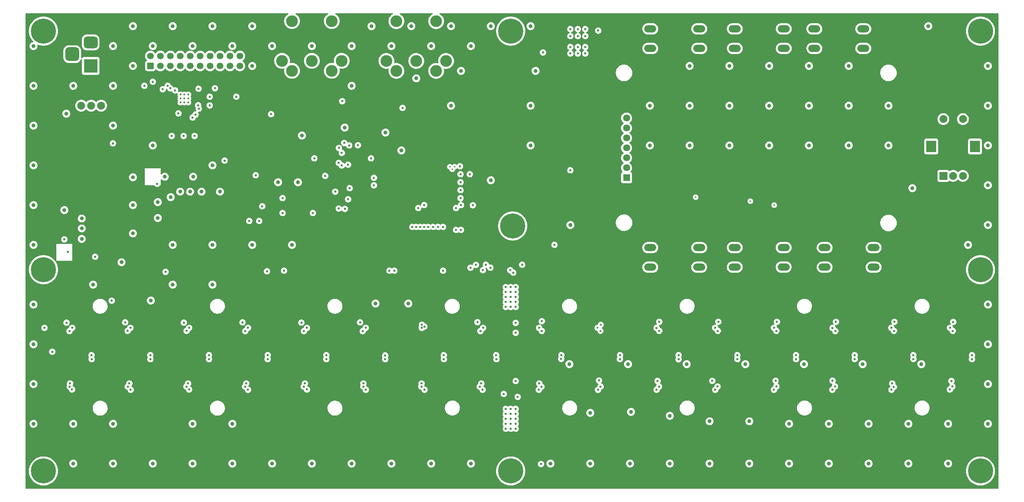
<source format=gbr>
%TF.GenerationSoftware,KiCad,Pcbnew,6.0.1-79c1e3a40b~116~ubuntu20.04.1*%
%TF.CreationDate,2022-02-09T00:17:24+00:00*%
%TF.ProjectId,BassStation_Sequencer_MidiInterface,42617373-5374-4617-9469-6f6e5f536571,A*%
%TF.SameCoordinates,Original*%
%TF.FileFunction,Copper,L2,Inr*%
%TF.FilePolarity,Positive*%
%FSLAX46Y46*%
G04 Gerber Fmt 4.6, Leading zero omitted, Abs format (unit mm)*
G04 Created by KiCad (PCBNEW 6.0.1-79c1e3a40b~116~ubuntu20.04.1) date 2022-02-09 00:17:24*
%MOMM*%
%LPD*%
G01*
G04 APERTURE LIST*
G04 Aperture macros list*
%AMRoundRect*
0 Rectangle with rounded corners*
0 $1 Rounding radius*
0 $2 $3 $4 $5 $6 $7 $8 $9 X,Y pos of 4 corners*
0 Add a 4 corners polygon primitive as box body*
4,1,4,$2,$3,$4,$5,$6,$7,$8,$9,$2,$3,0*
0 Add four circle primitives for the rounded corners*
1,1,$1+$1,$2,$3*
1,1,$1+$1,$4,$5*
1,1,$1+$1,$6,$7*
1,1,$1+$1,$8,$9*
0 Add four rect primitives between the rounded corners*
20,1,$1+$1,$2,$3,$4,$5,0*
20,1,$1+$1,$4,$5,$6,$7,0*
20,1,$1+$1,$6,$7,$8,$9,0*
20,1,$1+$1,$8,$9,$2,$3,0*%
G04 Aperture macros list end*
%TA.AperFunction,ComponentPad*%
%ADD10O,3.048000X1.850000*%
%TD*%
%TA.AperFunction,ComponentPad*%
%ADD11C,0.800000*%
%TD*%
%TA.AperFunction,ComponentPad*%
%ADD12C,6.400000*%
%TD*%
%TA.AperFunction,ComponentPad*%
%ADD13C,3.000000*%
%TD*%
%TA.AperFunction,ComponentPad*%
%ADD14RoundRect,0.250000X0.600000X-0.600000X0.600000X0.600000X-0.600000X0.600000X-0.600000X-0.600000X0*%
%TD*%
%TA.AperFunction,ComponentPad*%
%ADD15C,1.700000*%
%TD*%
%TA.AperFunction,ComponentPad*%
%ADD16R,3.500000X3.500000*%
%TD*%
%TA.AperFunction,ComponentPad*%
%ADD17RoundRect,0.750000X-1.000000X0.750000X-1.000000X-0.750000X1.000000X-0.750000X1.000000X0.750000X0*%
%TD*%
%TA.AperFunction,ComponentPad*%
%ADD18RoundRect,0.875000X-0.875000X0.875000X-0.875000X-0.875000X0.875000X-0.875000X0.875000X0.875000X0*%
%TD*%
%TA.AperFunction,ComponentPad*%
%ADD19C,1.800000*%
%TD*%
%TA.AperFunction,ComponentPad*%
%ADD20R,1.800000X1.800000*%
%TD*%
%TA.AperFunction,ComponentPad*%
%ADD21C,2.000000*%
%TD*%
%TA.AperFunction,ComponentPad*%
%ADD22R,2.000000X2.000000*%
%TD*%
%TA.AperFunction,ComponentPad*%
%ADD23R,2.500000X3.000000*%
%TD*%
%TA.AperFunction,ComponentPad*%
%ADD24C,0.500000*%
%TD*%
%TA.AperFunction,ViaPad*%
%ADD25C,0.400000*%
%TD*%
%TA.AperFunction,ViaPad*%
%ADD26C,1.000000*%
%TD*%
%TA.AperFunction,ViaPad*%
%ADD27C,0.600000*%
%TD*%
%TA.AperFunction,ViaPad*%
%ADD28C,0.500000*%
%TD*%
G04 APERTURE END LIST*
D10*
%TO.N,GND*%
%TO.C,SW10*%
X275480000Y-160615000D03*
X262980000Y-160615000D03*
%TO.N,/Input Keyscan and RGB LED Driver/ADP5587_SW5*%
X275480000Y-155615000D03*
X262980000Y-155615000D03*
%TD*%
%TO.N,GND*%
%TO.C,SW9*%
X298450000Y-160655000D03*
X285950000Y-160655000D03*
%TO.N,/Input Keyscan and RGB LED Driver/ADP5587_SW4*%
X298450000Y-155655000D03*
X285950000Y-155655000D03*
%TD*%
%TO.N,GND*%
%TO.C,SW8*%
X283320000Y-99735000D03*
X295820000Y-99735000D03*
%TO.N,/Input Keyscan and RGB LED Driver/ADP5587_SW3*%
X283320000Y-104735000D03*
X295820000Y-104735000D03*
%TD*%
%TO.N,GND*%
%TO.C,SW6*%
X263000000Y-99735000D03*
X275500000Y-99735000D03*
%TO.N,/Input Keyscan and RGB LED Driver/ADP5587_SW2*%
X263000000Y-104735000D03*
X275500000Y-104735000D03*
%TD*%
%TO.N,GND*%
%TO.C,SW4*%
X241410000Y-99735000D03*
X253910000Y-99735000D03*
%TO.N,/Input Keyscan and RGB LED Driver/ADP5587_SW1*%
X241410000Y-104735000D03*
X253910000Y-104735000D03*
%TD*%
D11*
%TO.N,N/C*%
%TO.C,REF\u002A\u002A*%
X327452056Y-102027056D03*
X324057944Y-98632944D03*
X327452056Y-98632944D03*
D12*
X325755000Y-100330000D03*
D11*
X323355000Y-100330000D03*
X325755000Y-97930000D03*
X324057944Y-102027056D03*
X328155000Y-100330000D03*
X325755000Y-102730000D03*
%TD*%
%TO.N,N/C*%
%TO.C,REF\u002A\u002A*%
X207437056Y-214422056D03*
X203340000Y-212725000D03*
X208140000Y-212725000D03*
X204042944Y-214422056D03*
X205740000Y-215125000D03*
X207437056Y-211027944D03*
X204042944Y-211027944D03*
D12*
X205740000Y-212725000D03*
D11*
X205740000Y-210325000D03*
%TD*%
D13*
%TO.N,unconnected-(J2-Pad1)*%
%TO.C,J2*%
X173990000Y-107950000D03*
%TO.N,unconnected-(J2-Pad2)*%
X181610000Y-107950000D03*
%TO.N,unconnected-(J2-Pad3)*%
X189230000Y-107950000D03*
%TO.N,Net-(J2-Pad4)*%
X176530000Y-110490000D03*
%TO.N,Net-(J2-Pad5)*%
X186690000Y-110490000D03*
%TO.N,N/C*%
X176530000Y-97790000D03*
X186690000Y-97790000D03*
%TD*%
D14*
%TO.N,unconnected-(J4-Pad1)*%
%TO.C,J4*%
X113665000Y-109220000D03*
D15*
%TO.N,/CrossPoint Output Switching/X0*%
X113665000Y-106680000D03*
%TO.N,unconnected-(J4-Pad3)*%
X116205000Y-109220000D03*
%TO.N,/CrossPoint Output Switching/X1*%
X116205000Y-106680000D03*
%TO.N,/CrossPoint Output Switching/Y0*%
X118745000Y-109220000D03*
%TO.N,/CrossPoint Output Switching/X2*%
X118745000Y-106680000D03*
%TO.N,/CrossPoint Output Switching/Y1*%
X121285000Y-109220000D03*
%TO.N,/CrossPoint Output Switching/X3*%
X121285000Y-106680000D03*
%TO.N,/CrossPoint Output Switching/Y2*%
X123825000Y-109220000D03*
%TO.N,/CrossPoint Output Switching/X4*%
X123825000Y-106680000D03*
%TO.N,/CrossPoint Output Switching/Y3*%
X126365000Y-109220000D03*
%TO.N,/CrossPoint Output Switching/X5*%
X126365000Y-106680000D03*
%TO.N,/CrossPoint Output Switching/Y4*%
X128905000Y-109220000D03*
%TO.N,/CrossPoint Output Switching/X6*%
X128905000Y-106680000D03*
%TO.N,/CrossPoint Output Switching/Y5*%
X131445000Y-109220000D03*
%TO.N,/CrossPoint Output Switching/X7*%
X131445000Y-106680000D03*
%TO.N,/CrossPoint Output Switching/Y6*%
X133985000Y-109220000D03*
%TO.N,unconnected-(J4-Pad18)*%
X133985000Y-106680000D03*
%TO.N,/CrossPoint Output Switching/Y7*%
X136525000Y-109220000D03*
%TO.N,unconnected-(J4-Pad20)*%
X136525000Y-106680000D03*
%TD*%
D16*
%TO.N,Net-(J5-Pad1)*%
%TO.C,J5*%
X98425000Y-109220000D03*
D17*
%TO.N,GND*%
X98425000Y-103220000D03*
D18*
X93725000Y-106220000D03*
%TD*%
D19*
%TO.N,unconnected-(J8-Pad7)*%
%TO.C,J8*%
X235331000Y-122555000D03*
%TO.N,/MCU/SPI1_DC*%
X235331000Y-125095000D03*
%TO.N,/MCU/SPI1_RESET*%
X235331000Y-127635000D03*
%TO.N,/MCU/SPI1_MOSI*%
X235331000Y-130175000D03*
%TO.N,/MCU/SPI1_SCK*%
X235331000Y-132715000D03*
%TO.N,/OLED_Display/+3.3V_OLED*%
X235331000Y-135255000D03*
D20*
%TO.N,GND*%
X235331000Y-137795000D03*
%TD*%
D11*
%TO.N,N/C*%
%TO.C,REF\u002A\u002A*%
X325755000Y-163690000D03*
D12*
X325755000Y-161290000D03*
D11*
X327452056Y-159592944D03*
X323355000Y-161290000D03*
X324057944Y-162987056D03*
X327452056Y-162987056D03*
X324057944Y-159592944D03*
X328155000Y-161290000D03*
X325755000Y-158890000D03*
%TD*%
D21*
%TO.N,/PSU/PMOSReversePolarityProtection/VIN*%
%TO.C,SW3*%
X96012000Y-119380000D03*
%TO.N,Net-(J5-Pad1)*%
X98552000Y-119380000D03*
%TO.N,unconnected-(SW3-Pad3)*%
X101092000Y-119380000D03*
%TD*%
D11*
%TO.N,N/C*%
%TO.C,REF\u002A\u002A*%
X327452056Y-211027944D03*
D12*
X325755000Y-212725000D03*
D11*
X325755000Y-215125000D03*
X328155000Y-212725000D03*
X327452056Y-214422056D03*
X324057944Y-211027944D03*
X325755000Y-210325000D03*
X324057944Y-214422056D03*
X323355000Y-212725000D03*
%TD*%
%TO.N,N/C*%
%TO.C,REF\u002A\u002A*%
X207945056Y-148416944D03*
X204550944Y-151811056D03*
X203848000Y-150114000D03*
X206248000Y-152514000D03*
D12*
X206248000Y-150114000D03*
D11*
X206248000Y-147714000D03*
X207945056Y-151811056D03*
X204550944Y-148416944D03*
X208648000Y-150114000D03*
%TD*%
D10*
%TO.N,GND*%
%TO.C,SW5*%
X253890000Y-160655000D03*
X241390000Y-160655000D03*
%TO.N,/Input Keyscan and RGB LED Driver/ADP5587_SW6*%
X241390000Y-155655000D03*
X253890000Y-155655000D03*
%TD*%
D11*
%TO.N,N/C*%
%TO.C,REF\u002A\u002A*%
X88057056Y-162987056D03*
X86360000Y-163690000D03*
X84662944Y-162987056D03*
X88057056Y-159592944D03*
D12*
X86360000Y-161290000D03*
D11*
X83960000Y-161290000D03*
X84662944Y-159592944D03*
X86360000Y-158890000D03*
X88760000Y-161290000D03*
%TD*%
%TO.N,N/C*%
%TO.C,REF\u002A\u002A*%
X84662944Y-102027056D03*
D12*
X86360000Y-100330000D03*
D11*
X88057056Y-102027056D03*
X86360000Y-97930000D03*
X88760000Y-100330000D03*
X88057056Y-98632944D03*
X86360000Y-102730000D03*
X84662944Y-98632944D03*
X83960000Y-100330000D03*
%TD*%
D13*
%TO.N,unconnected-(J1-Pad1)*%
%TO.C,J1*%
X147330000Y-107930000D03*
%TO.N,unconnected-(J1-Pad2)*%
X154950000Y-107930000D03*
%TO.N,unconnected-(J1-Pad3)*%
X162570000Y-107930000D03*
%TO.N,Net-(J1-Pad4)*%
X149870000Y-110470000D03*
%TO.N,Net-(D2-Pad2)*%
X160030000Y-110470000D03*
%TO.N,N/C*%
X160030000Y-97770000D03*
X149870000Y-97770000D03*
%TD*%
D22*
%TO.N,/MCU/TIM1_CH1*%
%TO.C,SW1*%
X316270000Y-137314000D03*
D21*
%TO.N,/MCU/TIM1_CH2*%
X321270000Y-137314000D03*
%TO.N,GND*%
X318770000Y-137314000D03*
D23*
%TO.N,N/C*%
X324370000Y-129814000D03*
X313170000Y-129814000D03*
D21*
%TO.N,/MCU/TIM1_SW*%
X316270000Y-122814000D03*
%TO.N,GND*%
X321270000Y-122814000D03*
%TD*%
D11*
%TO.N,N/C*%
%TO.C,REF\u002A\u002A*%
X205740000Y-97930000D03*
X204042944Y-102027056D03*
X205740000Y-102730000D03*
X208140000Y-100330000D03*
X207437056Y-98632944D03*
D12*
X205740000Y-100330000D03*
D11*
X204042944Y-98632944D03*
X203340000Y-100330000D03*
X207437056Y-102027056D03*
%TD*%
%TO.N,N/C*%
%TO.C,REF\u002A\u002A*%
X84662944Y-214422056D03*
X84662944Y-211027944D03*
D12*
X86360000Y-212725000D03*
D11*
X83960000Y-212725000D03*
X88760000Y-212725000D03*
X88057056Y-211027944D03*
X88057056Y-214422056D03*
X86360000Y-210325000D03*
X86360000Y-215125000D03*
%TD*%
D24*
%TO.N,GND*%
%TO.C,U34*%
X123364500Y-118538500D03*
X122364500Y-116538500D03*
X121364500Y-117538500D03*
X123364500Y-116538500D03*
X122364500Y-118538500D03*
X122364500Y-117538500D03*
X121364500Y-118538500D03*
X123364500Y-117538500D03*
X121364500Y-116538500D03*
%TD*%
D25*
%TO.N,/Input Keyscan and RGB LED Driver/ADP5587_SW1*%
X252984000Y-142748000D03*
%TO.N,/Input Keyscan and RGB LED Driver/ADP5587_SW2*%
X266954000Y-143764000D03*
%TO.N,/Input Keyscan and RGB LED Driver/ADP5587_SW3*%
X273050000Y-144780000D03*
D26*
%TO.N,Net-(C3-Pad2)*%
X91694000Y-146050000D03*
D27*
X91694000Y-153543000D03*
%TO.N,+5V*%
X144526000Y-121539000D03*
X125885000Y-119288500D03*
X132651501Y-133413501D03*
%TO.N,+3V3*%
X124968000Y-127127000D03*
X119126000Y-127127000D03*
X170053000Y-132842000D03*
X163382600Y-145735400D03*
X126047500Y-120141996D03*
X192913000Y-136906000D03*
X164182600Y-134464600D03*
X122174000Y-127127000D03*
X216916000Y-154940000D03*
X196072000Y-144827500D03*
X155575000Y-132842000D03*
%TO.N,Net-(D2-Pad1)*%
X162690000Y-118240000D03*
D26*
%TO.N,/Input Keyscan and RGB LED Driver/TLC5955_VIN1*%
X95758000Y-139954000D03*
X95758000Y-141859000D03*
D27*
X109448600Y-189763400D03*
X199428100Y-189776100D03*
X214414100Y-189826900D03*
X319430400Y-189763400D03*
X289433000Y-177545976D03*
X154406600Y-189763400D03*
X289433000Y-189738000D03*
X109474000Y-177546000D03*
X274421600Y-189763400D03*
X244424200Y-177546000D03*
X169443400Y-177546000D03*
X184442100Y-189776100D03*
X229250000Y-177700000D03*
X184429400Y-177546000D03*
X169456100Y-189776100D03*
X94462600Y-189763400D03*
D26*
X203809600Y-161950400D03*
D27*
X124434600Y-189763400D03*
X319430400Y-177546000D03*
X304419000Y-189738000D03*
X214426800Y-177546000D03*
X205333600Y-193954400D03*
X94437200Y-177546000D03*
X229438200Y-189788800D03*
X304419000Y-177545992D03*
X199440800Y-177520600D03*
X124434600Y-177546000D03*
X259435600Y-189763400D03*
X154432000Y-177546000D03*
X259435600Y-177546000D03*
D26*
X95758000Y-143764000D03*
D27*
X139420600Y-189763400D03*
X274421600Y-177546000D03*
X244424200Y-189788800D03*
X139446000Y-177419000D03*
D26*
%TO.N,GND*%
X92202000Y-121412000D03*
D27*
X99568000Y-157988000D03*
D26*
X144780000Y-210820000D03*
X119380000Y-154940000D03*
D27*
X207010000Y-199390000D03*
D26*
X302260000Y-129540000D03*
X106299000Y-159385000D03*
X129540000Y-165100000D03*
X236474000Y-197612000D03*
X251460000Y-119380000D03*
X287020000Y-200660000D03*
D27*
X141478000Y-148844000D03*
D26*
X251460000Y-129540000D03*
D27*
X204470000Y-167005000D03*
D26*
X99060000Y-165100000D03*
X109220000Y-152019000D03*
X241300000Y-119380000D03*
D27*
X135636018Y-117094000D03*
D26*
X327660000Y-109220000D03*
X200660000Y-99060000D03*
D27*
X207010000Y-198120000D03*
D26*
X266700000Y-210820000D03*
D25*
X191400000Y-135000000D03*
D26*
X149860000Y-154940000D03*
X261620000Y-119380000D03*
X96139000Y-148209000D03*
D27*
X213995000Y-105791000D03*
X204470000Y-196850000D03*
D26*
X251460000Y-109220000D03*
X104140000Y-124460000D03*
D27*
X140589000Y-137160000D03*
D26*
X327660000Y-180340000D03*
X327660000Y-190500000D03*
X261620000Y-129540000D03*
X250698000Y-185420000D03*
X170180000Y-99060000D03*
D27*
X204470000Y-169545000D03*
D26*
X180340000Y-99060000D03*
D27*
X207010000Y-170815000D03*
D26*
X151384000Y-138938000D03*
D27*
X128841500Y-119316500D03*
X128841500Y-117094000D03*
X205740000Y-170815000D03*
D26*
X126746000Y-141351000D03*
X115570000Y-144018000D03*
X131445000Y-141351000D03*
X235712000Y-185420000D03*
X134620000Y-104140000D03*
X177800000Y-130810000D03*
X212090000Y-110490000D03*
X327660000Y-119380000D03*
D27*
X205740000Y-168275000D03*
X224790000Y-99822000D03*
X205740000Y-199390000D03*
D26*
X297180000Y-200660000D03*
X322580000Y-154940000D03*
X165100000Y-114300000D03*
X83820000Y-104140000D03*
X115570000Y-148082000D03*
D27*
X205740000Y-198120000D03*
X142246790Y-145095000D03*
D26*
X114300000Y-129540000D03*
X190500000Y-119380000D03*
X124460000Y-210820000D03*
X281940000Y-109220000D03*
D27*
X224790000Y-106045000D03*
X104124000Y-129016000D03*
D26*
X307340000Y-210820000D03*
X310642000Y-185420000D03*
X93980000Y-210820000D03*
X271780000Y-129540000D03*
X302260000Y-119380000D03*
X271780000Y-109220000D03*
X134620000Y-200660000D03*
X266700000Y-200025000D03*
D27*
X178120000Y-119949000D03*
X207010000Y-165735000D03*
D26*
X134620000Y-210820000D03*
X83820000Y-200660000D03*
X165100000Y-104140000D03*
X175260000Y-104140000D03*
X139700000Y-109220000D03*
X83820000Y-154940000D03*
D27*
X204470000Y-168275000D03*
X207010000Y-167005000D03*
X205740000Y-201930000D03*
D26*
X129540000Y-134620000D03*
D25*
X190200000Y-135000000D03*
D27*
X224790000Y-104394000D03*
D26*
X83820000Y-114300000D03*
D27*
X222885000Y-106045000D03*
D26*
X276860000Y-210820000D03*
D27*
X195300600Y-136906000D03*
X228092000Y-100203000D03*
D26*
X104140000Y-200660000D03*
X246380000Y-210820000D03*
X171196000Y-169926000D03*
D27*
X207010000Y-196850000D03*
X207010000Y-200660000D03*
D26*
X327660000Y-200660000D03*
D27*
X204470000Y-201930000D03*
D26*
X124460000Y-104140000D03*
D27*
X205740000Y-196850000D03*
D26*
X190500000Y-99060000D03*
X139700000Y-99060000D03*
D27*
X220980000Y-104394000D03*
D26*
X292100000Y-119380000D03*
D27*
X147447000Y-143002000D03*
D26*
X83820000Y-170180000D03*
D27*
X164182600Y-143284400D03*
X147447000Y-146812000D03*
X115400000Y-139362000D03*
X204470000Y-198120000D03*
D26*
X261620000Y-109220000D03*
X154940000Y-104140000D03*
X210820000Y-119380000D03*
X129540000Y-154940000D03*
X83820000Y-180340000D03*
X152400000Y-127000000D03*
X96139000Y-150749000D03*
X118872000Y-142748000D03*
D27*
X207010000Y-168275000D03*
X224790000Y-101600000D03*
D26*
X83820000Y-134620000D03*
X195580000Y-104140000D03*
X96139000Y-153416000D03*
X327660000Y-170180000D03*
D27*
X207010000Y-201930000D03*
X204470000Y-200660000D03*
D26*
X165100000Y-210820000D03*
X113792000Y-169164000D03*
D27*
X220980000Y-101600000D03*
D26*
X327660000Y-149860000D03*
D27*
X205740000Y-169545000D03*
D26*
X220980000Y-149860000D03*
X292100000Y-129540000D03*
X256540000Y-210820000D03*
X281940000Y-119380000D03*
X297180000Y-210820000D03*
D27*
X205740000Y-165735000D03*
D26*
X215900000Y-210820000D03*
X185420000Y-210820000D03*
D27*
X222885000Y-101600000D03*
X205740000Y-167005000D03*
X207010000Y-169545000D03*
D26*
X195580000Y-210820000D03*
X220726000Y-185420000D03*
X83820000Y-190500000D03*
X276860000Y-200660000D03*
X181610000Y-112395000D03*
X104140000Y-210820000D03*
X123825000Y-141351000D03*
X83820000Y-144780000D03*
X236220000Y-210820000D03*
X163322000Y-124968000D03*
X265684000Y-185420000D03*
X317500000Y-210820000D03*
X281940000Y-129540000D03*
X175260000Y-210820000D03*
X154940000Y-210820000D03*
D27*
X204470000Y-170815000D03*
D26*
X119380000Y-165100000D03*
X109220000Y-144780000D03*
X280670000Y-185420000D03*
X210820000Y-129540000D03*
D27*
X204470000Y-199390000D03*
D26*
X83820000Y-124460000D03*
X109220000Y-99060000D03*
X292100000Y-109220000D03*
D27*
X204470000Y-165735000D03*
D26*
X121285000Y-141351000D03*
X93980000Y-200660000D03*
D27*
X205740000Y-200660000D03*
X92644000Y-156753600D03*
D26*
X271780000Y-119380000D03*
X104140000Y-104140000D03*
X226060000Y-197866000D03*
X241300000Y-129540000D03*
D27*
X222885000Y-99822000D03*
D26*
X317500000Y-200660000D03*
X193040000Y-110490000D03*
X139700000Y-154940000D03*
X256540000Y-200025000D03*
X287020000Y-210820000D03*
D27*
X138938000Y-148844000D03*
D26*
X226060000Y-210820000D03*
X109220000Y-137668000D03*
X327660000Y-139700000D03*
X104140000Y-114300000D03*
X124460000Y-200660000D03*
X119380000Y-99060000D03*
X114300000Y-210820000D03*
D25*
X190800000Y-135650000D03*
D27*
X222885000Y-104394000D03*
D26*
X109220000Y-109220000D03*
D27*
X220980000Y-99822000D03*
D26*
X144780000Y-104140000D03*
X146304000Y-138938000D03*
X185420000Y-104140000D03*
X129540000Y-99060000D03*
D27*
X220980000Y-106045000D03*
D26*
X179578000Y-169926000D03*
X200660000Y-138430000D03*
X295656000Y-185420000D03*
X327660000Y-129540000D03*
X210820000Y-99060000D03*
X114300000Y-104140000D03*
X93980000Y-114300000D03*
X173736000Y-126238000D03*
X308356000Y-140462000D03*
X246380000Y-198628000D03*
X307340000Y-200660000D03*
X312420000Y-99060000D03*
%TO.N,Net-(C17-Pad2)*%
X124587000Y-137541000D03*
X117348000Y-137541000D03*
D27*
%TO.N,/CrossPoint Output Switching/X7*%
X130175000Y-114935000D03*
%TO.N,/CrossPoint Output Switching/X6*%
X125984000Y-115062000D03*
%TO.N,/CrossPoint Output Switching/X5*%
X119999831Y-115487010D03*
%TO.N,/CrossPoint Output Switching/X4*%
X118745000Y-114935000D03*
%TO.N,/CrossPoint Output Switching/X3*%
X118110000Y-114300000D03*
%TO.N,/CrossPoint Output Switching/X2*%
X116840000Y-115189000D03*
%TO.N,/CrossPoint Output Switching/X1*%
X114300000Y-113284000D03*
%TO.N,/CrossPoint Output Switching/X0*%
X112141000Y-114300000D03*
%TO.N,/MCU/SWDCLK*%
X158335800Y-137320200D03*
%TO.N,/MCU/NRST*%
X164592000Y-140462000D03*
X155194000Y-146812000D03*
%TO.N,/MCU/SPI1_DC*%
X220980000Y-135890000D03*
%TO.N,/Input Keyscan and RGB LED Driver/ADP5587_RST*%
X192785992Y-134874000D03*
%TO.N,/Input Keyscan and RGB LED Driver/ADP5587_INT*%
X192913000Y-143002000D03*
%TO.N,/Input Keyscan and RGB LED Driver/ADP5587_SCL*%
X192912998Y-140970000D03*
%TO.N,/Input Keyscan and RGB LED Driver/ADP5587_SDA*%
X170794800Y-137815200D03*
X170794800Y-139720200D03*
X192913000Y-138938000D03*
%TO.N,Net-(R21-Pad2)*%
X120840500Y-121348500D03*
%TO.N,/MCU/TIM1_CH1*%
X164465000Y-129540000D03*
%TO.N,/MCU/TIM1_CH2*%
X163195000Y-128905000D03*
%TO.N,/MCU/TIM1_SW*%
X166695620Y-129482675D03*
%TO.N,/Input Keyscan and RGB LED Driver/KEY_C0*%
X202095104Y-184150000D03*
X143637000Y-184150000D03*
X98679000Y-184150000D03*
X188658504Y-184149999D03*
X88620600Y-182257700D03*
X173672500Y-184150000D03*
X113665000Y-184150000D03*
X158623000Y-184150000D03*
X128651000Y-184150000D03*
%TO.N,/Input Keyscan and RGB LED Driver/KEY_C1*%
X193040000Y-151130000D03*
X193040000Y-144780000D03*
X293649400Y-184124600D03*
X233654600Y-184124600D03*
X218630500Y-184086500D03*
X323594439Y-184148439D03*
X308635400Y-184124600D03*
X263652000Y-184150000D03*
X248640600Y-184175400D03*
X278638000Y-184150000D03*
X183642000Y-144780000D03*
%TO.N,/Input Keyscan and RGB LED Driver/KEY_C2*%
X173659800Y-183210200D03*
X202031600Y-183134000D03*
X128651000Y-183134000D03*
X98640900Y-183134000D03*
X113665000Y-183134000D03*
X158648400Y-183134000D03*
X188645800Y-183134000D03*
X143662400Y-183134000D03*
%TO.N,/Input Keyscan and RGB LED Driver/KEY_C3*%
X308610000Y-183134000D03*
X191770000Y-151130000D03*
X263652000Y-183134000D03*
X323596000Y-183134000D03*
X182118000Y-145542000D03*
X248640600Y-183134000D03*
X278638000Y-183134000D03*
X191770000Y-145542000D03*
X293624000Y-183134000D03*
X218694000Y-183134000D03*
X233680000Y-183134000D03*
%TO.N,/Input Keyscan and RGB LED Driver/KEY_R0*%
X180594000Y-150368000D03*
X86614000Y-176149000D03*
%TO.N,/Input Keyscan and RGB LED Driver/KEY_R1*%
X103797100Y-169202100D03*
X181610000Y-150368000D03*
%TO.N,/Input Keyscan and RGB LED Driver/KEY_R2*%
X182626000Y-150368000D03*
X117570250Y-161829750D03*
%TO.N,/Input Keyscan and RGB LED Driver/KEY_R3*%
X183642000Y-150368000D03*
X143478250Y-161702750D03*
%TO.N,/Input Keyscan and RGB LED Driver/KEY_R4*%
X147828000Y-161544000D03*
X184658000Y-150368000D03*
%TO.N,/Input Keyscan and RGB LED Driver/KEY_R5*%
X185928000Y-150368000D03*
X174752000Y-161544000D03*
%TO.N,/Input Keyscan and RGB LED Driver/KEY_R6*%
X176022000Y-161544002D03*
X187198000Y-150368000D03*
%TO.N,/Input Keyscan and RGB LED Driver/KEY_R7*%
X188468000Y-150368000D03*
X188467998Y-161544000D03*
%TO.N,/CrossPoint Output Switching/ADG2188_SDA*%
X161798000Y-133985000D03*
X125222000Y-121666000D03*
X161836278Y-130175000D03*
%TO.N,/CrossPoint Output Switching/ADG2188_SCL*%
X162582600Y-131445000D03*
X162582600Y-134642600D03*
X124460000Y-122427994D03*
%TO.N,/Input Keyscan and RGB LED Driver/TLC5955_SCLK*%
X200533000Y-160782000D03*
X205613000Y-161417000D03*
X195443977Y-160791023D03*
%TO.N,/Input Keyscan and RGB LED Driver/TLC5955_GSCLK*%
X161798000Y-145669000D03*
X160909000Y-141351000D03*
X198628000Y-161417000D03*
X203962000Y-193040000D03*
%TO.N,/Input Keyscan and RGB LED Driver/TLC5955_SIN*%
X207518000Y-193802000D03*
%TO.N,/Input Keyscan and RGB LED Driver/TLC5955_LAT*%
X199390000Y-160020000D03*
X206375000Y-162052006D03*
X196850000Y-160064010D03*
%TO.N,/Input Keyscan and RGB LED Driver/LEDRK1*%
X93662500Y-191897000D03*
%TO.N,/Input Keyscan and RGB LED Driver/LEDGK1*%
X93065598Y-191160400D03*
%TO.N,/Input Keyscan and RGB LED Driver/LEDBK1*%
X93141802Y-190360300D03*
%TO.N,/Input Keyscan and RGB LED Driver/LEDRK2*%
X108648500Y-191960500D03*
%TO.N,/Input Keyscan and RGB LED Driver/LEDGK2*%
X107911898Y-191160400D03*
%TO.N,/Input Keyscan and RGB LED Driver/LEDBK2*%
X108305572Y-190360284D03*
%TO.N,/Input Keyscan and RGB LED Driver/LEDRK3*%
X123571000Y-191897000D03*
%TO.N,/Input Keyscan and RGB LED Driver/LEDGK3*%
X122897898Y-191160400D03*
%TO.N,/Input Keyscan and RGB LED Driver/LEDBK3*%
X123304288Y-190360288D03*
%TO.N,/Input Keyscan and RGB LED Driver/LEDRK4*%
X138620500Y-191960500D03*
%TO.N,/Input Keyscan and RGB LED Driver/LEDGK4*%
X137896598Y-191160400D03*
%TO.N,/Input Keyscan and RGB LED Driver/LEDBK4*%
X138163291Y-190360291D03*
%TO.N,/Input Keyscan and RGB LED Driver/LEDRK5*%
X153670000Y-191897000D03*
%TO.N,/Input Keyscan and RGB LED Driver/LEDGK5*%
X152882600Y-191160400D03*
%TO.N,/Input Keyscan and RGB LED Driver/LEDBK5*%
X153149293Y-190360293D03*
%TO.N,/Input Keyscan and RGB LED Driver/LEDRK6*%
X168729082Y-191960500D03*
%TO.N,/Input Keyscan and RGB LED Driver/LEDGK6*%
X168109898Y-191160400D03*
%TO.N,/Input Keyscan and RGB LED Driver/LEDBK6*%
X168109900Y-190360300D03*
%TO.N,/Input Keyscan and RGB LED Driver/LEDRK7*%
X183715088Y-191960483D03*
%TO.N,/Input Keyscan and RGB LED Driver/LEDGK7*%
X182918096Y-191160400D03*
%TO.N,/Input Keyscan and RGB LED Driver/LEDBK7*%
X182956198Y-190360300D03*
%TO.N,/Input Keyscan and RGB LED Driver/LEDRK8*%
X198564500Y-191960500D03*
%TO.N,/Input Keyscan and RGB LED Driver/LEDGK8*%
X197827900Y-191160400D03*
%TO.N,/Input Keyscan and RGB LED Driver/LEDBK8*%
X198234312Y-190360312D03*
%TO.N,/Input Keyscan and RGB LED Driver/LEDRK9*%
X212915500Y-191960500D03*
%TO.N,/Input Keyscan and RGB LED Driver/LEDGK9*%
X213614000Y-191198500D03*
%TO.N,/Input Keyscan and RGB LED Driver/LEDBK9*%
X213029800Y-190360300D03*
%TO.N,/Input Keyscan and RGB LED Driver/LEDRK10*%
X228041200Y-191973200D03*
%TO.N,/Input Keyscan and RGB LED Driver/LEDGK10*%
X228711175Y-191160400D03*
%TO.N,/Input Keyscan and RGB LED Driver/LEDBK10*%
X228295198Y-189611000D03*
%TO.N,/Input Keyscan and RGB LED Driver/LEDRK11*%
X243014500Y-191960494D03*
%TO.N,/Input Keyscan and RGB LED Driver/LEDGK11*%
X243649500Y-191160400D03*
%TO.N,/Input Keyscan and RGB LED Driver/LEDBK11*%
X243255796Y-189712600D03*
%TO.N,/Input Keyscan and RGB LED Driver/LEDRK12*%
X257994990Y-191960500D03*
%TO.N,/Input Keyscan and RGB LED Driver/LEDGK12*%
X258572000Y-191135000D03*
%TO.N,/Input Keyscan and RGB LED Driver/LEDBK12*%
X257225800Y-189687200D03*
%TO.N,/Input Keyscan and RGB LED Driver/LEDRK13*%
X272986506Y-191960500D03*
%TO.N,/Input Keyscan and RGB LED Driver/LEDGK13*%
X273621500Y-191135000D03*
%TO.N,/Input Keyscan and RGB LED Driver/LEDBK13*%
X273431000Y-189661800D03*
%TO.N,/Input Keyscan and RGB LED Driver/LEDRK14*%
X287909000Y-191960500D03*
%TO.N,/Input Keyscan and RGB LED Driver/LEDGK14*%
X288607496Y-191135000D03*
%TO.N,/Input Keyscan and RGB LED Driver/LEDBK14*%
X287959798Y-189636400D03*
%TO.N,/Input Keyscan and RGB LED Driver/LEDRK15*%
X303022000Y-191960500D03*
%TO.N,/Input Keyscan and RGB LED Driver/LEDGK15*%
X303628231Y-191240512D03*
%TO.N,/Input Keyscan and RGB LED Driver/LEDBK15*%
X303199800Y-190347596D03*
%TO.N,/Input Keyscan and RGB LED Driver/LEDRK16*%
X317938990Y-191897000D03*
%TO.N,/Input Keyscan and RGB LED Driver/LEDGK16*%
X318579500Y-191135000D03*
%TO.N,/Input Keyscan and RGB LED Driver/LEDBK16*%
X318338200Y-189712600D03*
%TO.N,/Input Keyscan and RGB LED Driver/LEDRK17*%
X93027500Y-176974500D03*
%TO.N,/Input Keyscan and RGB LED Driver/LEDGK17*%
X93710188Y-176149000D03*
%TO.N,/Input Keyscan and RGB LED Driver/LEDBK17*%
X92265502Y-174815500D03*
%TO.N,/Input Keyscan and RGB LED Driver/LEDRK18*%
X107886500Y-176911000D03*
%TO.N,/Input Keyscan and RGB LED Driver/LEDGK18*%
X108590510Y-176149000D03*
%TO.N,/Input Keyscan and RGB LED Driver/LEDBK18*%
X107251498Y-174752000D03*
%TO.N,/Input Keyscan and RGB LED Driver/LEDRK19*%
X122931597Y-176917478D03*
%TO.N,/Input Keyscan and RGB LED Driver/LEDGK19*%
X123570986Y-176149000D03*
%TO.N,/Input Keyscan and RGB LED Driver/LEDBK19*%
X122237502Y-174815500D03*
%TO.N,/Input Keyscan and RGB LED Driver/LEDRK20*%
X137922000Y-176974500D03*
%TO.N,/Input Keyscan and RGB LED Driver/LEDGK20*%
X138620500Y-176149000D03*
%TO.N,/Input Keyscan and RGB LED Driver/LEDBK20*%
X137223498Y-174752000D03*
%TO.N,/Input Keyscan and RGB LED Driver/LEDRK21*%
X152908000Y-176974500D03*
%TO.N,/Input Keyscan and RGB LED Driver/LEDGK21*%
X153670000Y-176149000D03*
%TO.N,/Input Keyscan and RGB LED Driver/LEDBK21*%
X152273000Y-174815500D03*
%TO.N,/Input Keyscan and RGB LED Driver/LEDRK22*%
X167957500Y-176974508D03*
%TO.N,/Input Keyscan and RGB LED Driver/LEDGK22*%
X168716382Y-176149000D03*
%TO.N,/Input Keyscan and RGB LED Driver/LEDBK22*%
X167259000Y-174752000D03*
%TO.N,/Input Keyscan and RGB LED Driver/LEDRK23*%
X183700000Y-175823500D03*
%TO.N,/Input Keyscan and RGB LED Driver/LEDGK23*%
X183000000Y-176149000D03*
%TO.N,/Input Keyscan and RGB LED Driver/LEDBK23*%
X183050000Y-175350000D03*
%TO.N,/Input Keyscan and RGB LED Driver/LEDRK24*%
X197993000Y-176974500D03*
%TO.N,/Input Keyscan and RGB LED Driver/LEDGK24*%
X198691500Y-176146105D03*
%TO.N,/Input Keyscan and RGB LED Driver/LEDBK24*%
X197231000Y-174688500D03*
%TO.N,/Input Keyscan and RGB LED Driver/LEDRK25*%
X213699780Y-176961800D03*
%TO.N,/Input Keyscan and RGB LED Driver/LEDGK25*%
X212979000Y-176148998D03*
%TO.N,/Input Keyscan and RGB LED Driver/LEDBK25*%
X213690202Y-174447200D03*
D28*
%TO.N,/Input Keyscan and RGB LED Driver/LEDRK26*%
X228700000Y-176950000D03*
%TO.N,/Input Keyscan and RGB LED Driver/LEDGK26*%
X227892352Y-176157648D03*
%TO.N,/Input Keyscan and RGB LED Driver/LEDBK26*%
X228750000Y-175350000D03*
D27*
%TO.N,/Input Keyscan and RGB LED Driver/LEDRK27*%
X243697178Y-176949100D03*
%TO.N,/Input Keyscan and RGB LED Driver/LEDGK27*%
X243001800Y-176174404D03*
%TO.N,/Input Keyscan and RGB LED Driver/LEDBK27*%
X243687600Y-174625000D03*
%TO.N,/Input Keyscan and RGB LED Driver/LEDRK28*%
X258673600Y-176949100D03*
%TO.N,/Input Keyscan and RGB LED Driver/LEDGK28*%
X257962400Y-176148999D03*
%TO.N,/Input Keyscan and RGB LED Driver/LEDBK28*%
X258775200Y-174599600D03*
%TO.N,/Input Keyscan and RGB LED Driver/LEDRK29*%
X273634202Y-176949100D03*
%TO.N,/Input Keyscan and RGB LED Driver/LEDGK29*%
X272999200Y-176149000D03*
%TO.N,/Input Keyscan and RGB LED Driver/LEDBK29*%
X273735800Y-174625000D03*
%TO.N,/Input Keyscan and RGB LED Driver/LEDRK30*%
X288696400Y-176987200D03*
%TO.N,/Input Keyscan and RGB LED Driver/LEDGK30*%
X287959800Y-176174400D03*
%TO.N,/Input Keyscan and RGB LED Driver/LEDBK30*%
X288823400Y-174625000D03*
%TO.N,/Input Keyscan and RGB LED Driver/LEDRK31*%
X303682400Y-176936400D03*
%TO.N,/Input Keyscan and RGB LED Driver/LEDGK31*%
X302971200Y-176148998D03*
%TO.N,/Input Keyscan and RGB LED Driver/LEDBK31*%
X303784000Y-174599600D03*
%TO.N,/Input Keyscan and RGB LED Driver/LEDRK32*%
X318693802Y-176949100D03*
%TO.N,/Input Keyscan and RGB LED Driver/LEDGK32*%
X317982600Y-176149002D03*
%TO.N,/Input Keyscan and RGB LED Driver/LEDBK32*%
X318795400Y-174650400D03*
%TO.N,Net-(TP16-Pad1)*%
X213487000Y-210947000D03*
X208661000Y-160020000D03*
X207010000Y-189738000D03*
X207010000Y-174879000D03*
X207010000Y-177419000D03*
%TD*%
%TA.AperFunction,Conductor*%
%TO.N,/Input Keyscan and RGB LED Driver/TLC5955_VIN1*%
G36*
X148932905Y-95778002D02*
G01*
X148979398Y-95831658D01*
X148989502Y-95901932D01*
X148960008Y-95966512D01*
X148929491Y-95992115D01*
X148902707Y-96008145D01*
X148724725Y-96114664D01*
X148724721Y-96114667D01*
X148721043Y-96116868D01*
X148507318Y-96288094D01*
X148318808Y-96486742D01*
X148159002Y-96709136D01*
X148030857Y-96951161D01*
X148029385Y-96955184D01*
X148029383Y-96955188D01*
X148014995Y-96994506D01*
X147936743Y-97208337D01*
X147878404Y-97475907D01*
X147856917Y-97748918D01*
X147872682Y-98022320D01*
X147873507Y-98026525D01*
X147873508Y-98026533D01*
X147892627Y-98123980D01*
X147925405Y-98291053D01*
X147926792Y-98295103D01*
X147926793Y-98295108D01*
X147991571Y-98484307D01*
X148014112Y-98550144D01*
X148055196Y-98631830D01*
X148131797Y-98784135D01*
X148137160Y-98794799D01*
X148139586Y-98798328D01*
X148139589Y-98798334D01*
X148253702Y-98964368D01*
X148292274Y-99020490D01*
X148295161Y-99023663D01*
X148295162Y-99023664D01*
X148439701Y-99182511D01*
X148476582Y-99223043D01*
X148479877Y-99225798D01*
X148479878Y-99225799D01*
X148524382Y-99263010D01*
X148686675Y-99398707D01*
X148690316Y-99400991D01*
X148915024Y-99541951D01*
X148915028Y-99541953D01*
X148918664Y-99544234D01*
X148984400Y-99573915D01*
X149164345Y-99655164D01*
X149164349Y-99655166D01*
X149168257Y-99656930D01*
X149172377Y-99658150D01*
X149172376Y-99658150D01*
X149426723Y-99733491D01*
X149426727Y-99733492D01*
X149430836Y-99734709D01*
X149435070Y-99735357D01*
X149435075Y-99735358D01*
X149697298Y-99775483D01*
X149697300Y-99775483D01*
X149701540Y-99776132D01*
X149840912Y-99778322D01*
X149971071Y-99780367D01*
X149971077Y-99780367D01*
X149975362Y-99780434D01*
X150247235Y-99747534D01*
X150512127Y-99678041D01*
X150516087Y-99676401D01*
X150516092Y-99676399D01*
X150667259Y-99613783D01*
X150765136Y-99573241D01*
X150938856Y-99471727D01*
X150997879Y-99437237D01*
X150997880Y-99437236D01*
X151001582Y-99435073D01*
X151217089Y-99266094D01*
X151236757Y-99245799D01*
X151341059Y-99138167D01*
X151407669Y-99069431D01*
X151410202Y-99065983D01*
X151410206Y-99065978D01*
X151567257Y-98852178D01*
X151569795Y-98848723D01*
X151588214Y-98814799D01*
X151698418Y-98611830D01*
X151698419Y-98611828D01*
X151700468Y-98608054D01*
X151785253Y-98383677D01*
X151795751Y-98355895D01*
X151795752Y-98355891D01*
X151797269Y-98351877D01*
X151826603Y-98223799D01*
X151857449Y-98089117D01*
X151857450Y-98089113D01*
X151858407Y-98084933D01*
X151859817Y-98069140D01*
X151882531Y-97814627D01*
X151882531Y-97814625D01*
X151882751Y-97812161D01*
X151883160Y-97773198D01*
X151883167Y-97772484D01*
X151883167Y-97772483D01*
X151883193Y-97770000D01*
X151869577Y-97570266D01*
X151864859Y-97501055D01*
X151864858Y-97501049D01*
X151864567Y-97496778D01*
X151809032Y-97228612D01*
X151717617Y-96970465D01*
X151592013Y-96727112D01*
X151582040Y-96712921D01*
X151513279Y-96615084D01*
X151434545Y-96503057D01*
X151266710Y-96322445D01*
X151251046Y-96305588D01*
X151251043Y-96305585D01*
X151248125Y-96302445D01*
X151244810Y-96299731D01*
X151244806Y-96299728D01*
X151060640Y-96148990D01*
X151036205Y-96128990D01*
X150811730Y-95991432D01*
X150764100Y-95938785D01*
X150752493Y-95868744D01*
X150780596Y-95803546D01*
X150839486Y-95763892D01*
X150877566Y-95758000D01*
X159024784Y-95758000D01*
X159092905Y-95778002D01*
X159139398Y-95831658D01*
X159149502Y-95901932D01*
X159120008Y-95966512D01*
X159089491Y-95992115D01*
X159062707Y-96008145D01*
X158884725Y-96114664D01*
X158884721Y-96114667D01*
X158881043Y-96116868D01*
X158667318Y-96288094D01*
X158478808Y-96486742D01*
X158319002Y-96709136D01*
X158190857Y-96951161D01*
X158189385Y-96955184D01*
X158189383Y-96955188D01*
X158174995Y-96994506D01*
X158096743Y-97208337D01*
X158038404Y-97475907D01*
X158016917Y-97748918D01*
X158032682Y-98022320D01*
X158033507Y-98026525D01*
X158033508Y-98026533D01*
X158052627Y-98123980D01*
X158085405Y-98291053D01*
X158086792Y-98295103D01*
X158086793Y-98295108D01*
X158151571Y-98484307D01*
X158174112Y-98550144D01*
X158215196Y-98631830D01*
X158291797Y-98784135D01*
X158297160Y-98794799D01*
X158299586Y-98798328D01*
X158299589Y-98798334D01*
X158413702Y-98964368D01*
X158452274Y-99020490D01*
X158455161Y-99023663D01*
X158455162Y-99023664D01*
X158599701Y-99182511D01*
X158636582Y-99223043D01*
X158639877Y-99225798D01*
X158639878Y-99225799D01*
X158684382Y-99263010D01*
X158846675Y-99398707D01*
X158850316Y-99400991D01*
X159075024Y-99541951D01*
X159075028Y-99541953D01*
X159078664Y-99544234D01*
X159144400Y-99573915D01*
X159324345Y-99655164D01*
X159324349Y-99655166D01*
X159328257Y-99656930D01*
X159332377Y-99658150D01*
X159332376Y-99658150D01*
X159586723Y-99733491D01*
X159586727Y-99733492D01*
X159590836Y-99734709D01*
X159595070Y-99735357D01*
X159595075Y-99735358D01*
X159857298Y-99775483D01*
X159857300Y-99775483D01*
X159861540Y-99776132D01*
X160000912Y-99778322D01*
X160131071Y-99780367D01*
X160131077Y-99780367D01*
X160135362Y-99780434D01*
X160407235Y-99747534D01*
X160672127Y-99678041D01*
X160676087Y-99676401D01*
X160676092Y-99676399D01*
X160827259Y-99613783D01*
X160925136Y-99573241D01*
X161098856Y-99471727D01*
X161157879Y-99437237D01*
X161157880Y-99437236D01*
X161161582Y-99435073D01*
X161377089Y-99266094D01*
X161396757Y-99245799D01*
X161501059Y-99138167D01*
X161567669Y-99069431D01*
X161570202Y-99065983D01*
X161570206Y-99065978D01*
X161584991Y-99045851D01*
X169166719Y-99045851D01*
X169169884Y-99083547D01*
X169181598Y-99223043D01*
X169183268Y-99242934D01*
X169184967Y-99248858D01*
X169230246Y-99406764D01*
X169237783Y-99433050D01*
X169240602Y-99438535D01*
X169323396Y-99599633D01*
X169328187Y-99608956D01*
X169451035Y-99763953D01*
X169455728Y-99767947D01*
X169455729Y-99767948D01*
X169553842Y-99851448D01*
X169601650Y-99892136D01*
X169774294Y-99988624D01*
X169962392Y-100049740D01*
X170158777Y-100073158D01*
X170164912Y-100072686D01*
X170164914Y-100072686D01*
X170349830Y-100058457D01*
X170349834Y-100058456D01*
X170355972Y-100057984D01*
X170546463Y-100004798D01*
X170551967Y-100002018D01*
X170551969Y-100002017D01*
X170717495Y-99918404D01*
X170717497Y-99918403D01*
X170722996Y-99915625D01*
X170878847Y-99793861D01*
X170995989Y-99658150D01*
X171004049Y-99648813D01*
X171004050Y-99648811D01*
X171008078Y-99644145D01*
X171105769Y-99472179D01*
X171168197Y-99284513D01*
X171192985Y-99088295D01*
X171193380Y-99060000D01*
X171174080Y-98863167D01*
X171168582Y-98844955D01*
X171118697Y-98679731D01*
X171116916Y-98673831D01*
X171024066Y-98499204D01*
X170932747Y-98387236D01*
X170902960Y-98350713D01*
X170902957Y-98350710D01*
X170899065Y-98345938D01*
X170892724Y-98340692D01*
X170751425Y-98223799D01*
X170751421Y-98223797D01*
X170746675Y-98219870D01*
X170572701Y-98125802D01*
X170383768Y-98067318D01*
X170377643Y-98066674D01*
X170377642Y-98066674D01*
X170193204Y-98047289D01*
X170193202Y-98047289D01*
X170187075Y-98046645D01*
X170104576Y-98054153D01*
X169996251Y-98064011D01*
X169996248Y-98064012D01*
X169990112Y-98064570D01*
X169984206Y-98066308D01*
X169984202Y-98066309D01*
X169935452Y-98080657D01*
X169800381Y-98120410D01*
X169794923Y-98123263D01*
X169794919Y-98123265D01*
X169749123Y-98147207D01*
X169625110Y-98212040D01*
X169470975Y-98335968D01*
X169343846Y-98487474D01*
X169340879Y-98492872D01*
X169340875Y-98492877D01*
X169282622Y-98598841D01*
X169248567Y-98660787D01*
X169246706Y-98666654D01*
X169246705Y-98666656D01*
X169190627Y-98843436D01*
X169188765Y-98849306D01*
X169166719Y-99045851D01*
X161584991Y-99045851D01*
X161727257Y-98852178D01*
X161729795Y-98848723D01*
X161748214Y-98814799D01*
X161858418Y-98611830D01*
X161858419Y-98611828D01*
X161860468Y-98608054D01*
X161945253Y-98383677D01*
X161955751Y-98355895D01*
X161955752Y-98355891D01*
X161957269Y-98351877D01*
X161986603Y-98223799D01*
X162017449Y-98089117D01*
X162017450Y-98089113D01*
X162018407Y-98084933D01*
X162019817Y-98069140D01*
X162042531Y-97814627D01*
X162042531Y-97814625D01*
X162042751Y-97812161D01*
X162043160Y-97773198D01*
X162043167Y-97772484D01*
X162043167Y-97772483D01*
X162043193Y-97770000D01*
X162029577Y-97570266D01*
X162024859Y-97501055D01*
X162024858Y-97501049D01*
X162024567Y-97496778D01*
X161969032Y-97228612D01*
X161877617Y-96970465D01*
X161752013Y-96727112D01*
X161742040Y-96712921D01*
X161673279Y-96615084D01*
X161594545Y-96503057D01*
X161426710Y-96322445D01*
X161411046Y-96305588D01*
X161411043Y-96305585D01*
X161408125Y-96302445D01*
X161404810Y-96299731D01*
X161404806Y-96299728D01*
X161220640Y-96148990D01*
X161196205Y-96128990D01*
X160971730Y-95991432D01*
X160924100Y-95938785D01*
X160912493Y-95868744D01*
X160940596Y-95803546D01*
X160999486Y-95763892D01*
X161037566Y-95758000D01*
X175559402Y-95758000D01*
X175627523Y-95778002D01*
X175674016Y-95831658D01*
X175684120Y-95901932D01*
X175654626Y-95966512D01*
X175617392Y-95995651D01*
X175616030Y-95996232D01*
X175596125Y-96008145D01*
X175384725Y-96134664D01*
X175384721Y-96134667D01*
X175381043Y-96136868D01*
X175167318Y-96308094D01*
X175150717Y-96325588D01*
X174985286Y-96499916D01*
X174978808Y-96506742D01*
X174819002Y-96729136D01*
X174690857Y-96971161D01*
X174689385Y-96975184D01*
X174689383Y-96975188D01*
X174605533Y-97204317D01*
X174596743Y-97228337D01*
X174538404Y-97495907D01*
X174516917Y-97768918D01*
X174532682Y-98042320D01*
X174533507Y-98046525D01*
X174533508Y-98046533D01*
X174548703Y-98123980D01*
X174585405Y-98311053D01*
X174586792Y-98315103D01*
X174586793Y-98315108D01*
X174667264Y-98550144D01*
X174674112Y-98570144D01*
X174797160Y-98814799D01*
X174799586Y-98818328D01*
X174799589Y-98818334D01*
X174930795Y-99009238D01*
X174952274Y-99040490D01*
X174955161Y-99043663D01*
X174955162Y-99043664D01*
X175120891Y-99225799D01*
X175136582Y-99243043D01*
X175346675Y-99418707D01*
X175350316Y-99420991D01*
X175575024Y-99561951D01*
X175575028Y-99561953D01*
X175578664Y-99564234D01*
X175703460Y-99620582D01*
X175824345Y-99675164D01*
X175824349Y-99675166D01*
X175828257Y-99676930D01*
X175888224Y-99694693D01*
X176086723Y-99753491D01*
X176086727Y-99753492D01*
X176090836Y-99754709D01*
X176095070Y-99755357D01*
X176095075Y-99755358D01*
X176357298Y-99795483D01*
X176357300Y-99795483D01*
X176361540Y-99796132D01*
X176500912Y-99798322D01*
X176631071Y-99800367D01*
X176631077Y-99800367D01*
X176635362Y-99800434D01*
X176907235Y-99767534D01*
X177172127Y-99698041D01*
X177176087Y-99696401D01*
X177176092Y-99696399D01*
X177324101Y-99635091D01*
X177425136Y-99593241D01*
X177633082Y-99471727D01*
X177657879Y-99457237D01*
X177657880Y-99457236D01*
X177661582Y-99455073D01*
X177877089Y-99286094D01*
X177893902Y-99268745D01*
X178064687Y-99092508D01*
X178067669Y-99089431D01*
X178070202Y-99085983D01*
X178070206Y-99085978D01*
X178099682Y-99045851D01*
X179326719Y-99045851D01*
X179329884Y-99083547D01*
X179341598Y-99223043D01*
X179343268Y-99242934D01*
X179344967Y-99248858D01*
X179390246Y-99406764D01*
X179397783Y-99433050D01*
X179400602Y-99438535D01*
X179483396Y-99599633D01*
X179488187Y-99608956D01*
X179611035Y-99763953D01*
X179615728Y-99767947D01*
X179615729Y-99767948D01*
X179713842Y-99851448D01*
X179761650Y-99892136D01*
X179934294Y-99988624D01*
X180122392Y-100049740D01*
X180318777Y-100073158D01*
X180324912Y-100072686D01*
X180324914Y-100072686D01*
X180509830Y-100058457D01*
X180509834Y-100058456D01*
X180515972Y-100057984D01*
X180706463Y-100004798D01*
X180711967Y-100002018D01*
X180711969Y-100002017D01*
X180877495Y-99918404D01*
X180877497Y-99918403D01*
X180882996Y-99915625D01*
X181038847Y-99793861D01*
X181155989Y-99658150D01*
X181164049Y-99648813D01*
X181164050Y-99648811D01*
X181168078Y-99644145D01*
X181265769Y-99472179D01*
X181328197Y-99284513D01*
X181352985Y-99088295D01*
X181353380Y-99060000D01*
X181334080Y-98863167D01*
X181328582Y-98844955D01*
X181278697Y-98679731D01*
X181276916Y-98673831D01*
X181184066Y-98499204D01*
X181092747Y-98387236D01*
X181062960Y-98350713D01*
X181062957Y-98350710D01*
X181059065Y-98345938D01*
X181052724Y-98340692D01*
X180911425Y-98223799D01*
X180911421Y-98223797D01*
X180906675Y-98219870D01*
X180732701Y-98125802D01*
X180543768Y-98067318D01*
X180537643Y-98066674D01*
X180537642Y-98066674D01*
X180353204Y-98047289D01*
X180353202Y-98047289D01*
X180347075Y-98046645D01*
X180264576Y-98054153D01*
X180156251Y-98064011D01*
X180156248Y-98064012D01*
X180150112Y-98064570D01*
X180144206Y-98066308D01*
X180144202Y-98066309D01*
X180095452Y-98080657D01*
X179960381Y-98120410D01*
X179954923Y-98123263D01*
X179954919Y-98123265D01*
X179909123Y-98147207D01*
X179785110Y-98212040D01*
X179630975Y-98335968D01*
X179503846Y-98487474D01*
X179500879Y-98492872D01*
X179500875Y-98492877D01*
X179442622Y-98598841D01*
X179408567Y-98660787D01*
X179406706Y-98666654D01*
X179406705Y-98666656D01*
X179350627Y-98843436D01*
X179348765Y-98849306D01*
X179326719Y-99045851D01*
X178099682Y-99045851D01*
X178227257Y-98872178D01*
X178229795Y-98868723D01*
X178243525Y-98843436D01*
X178358418Y-98631830D01*
X178358419Y-98631828D01*
X178360468Y-98628054D01*
X178420026Y-98470437D01*
X178455751Y-98375895D01*
X178455752Y-98375891D01*
X178457269Y-98371877D01*
X178509312Y-98144645D01*
X178517449Y-98109117D01*
X178517450Y-98109113D01*
X178518407Y-98104933D01*
X178521602Y-98069140D01*
X178542531Y-97834627D01*
X178542531Y-97834625D01*
X178542751Y-97832161D01*
X178543193Y-97790000D01*
X178541756Y-97768918D01*
X178524859Y-97521055D01*
X178524858Y-97521049D01*
X178524567Y-97516778D01*
X178469032Y-97248612D01*
X178377617Y-96990465D01*
X178278977Y-96799353D01*
X178253978Y-96750919D01*
X178253978Y-96750918D01*
X178252013Y-96747112D01*
X178242040Y-96732921D01*
X178097008Y-96526562D01*
X178094545Y-96523057D01*
X177908125Y-96322445D01*
X177904810Y-96319731D01*
X177904806Y-96319728D01*
X177699523Y-96151706D01*
X177696205Y-96148990D01*
X177462704Y-96005901D01*
X177447833Y-95999373D01*
X177393497Y-95953677D01*
X177372493Y-95885859D01*
X177391488Y-95817450D01*
X177444452Y-95770171D01*
X177498479Y-95758000D01*
X185719402Y-95758000D01*
X185787523Y-95778002D01*
X185834016Y-95831658D01*
X185844120Y-95901932D01*
X185814626Y-95966512D01*
X185777392Y-95995651D01*
X185776030Y-95996232D01*
X185756125Y-96008145D01*
X185544725Y-96134664D01*
X185544721Y-96134667D01*
X185541043Y-96136868D01*
X185327318Y-96308094D01*
X185310717Y-96325588D01*
X185145286Y-96499916D01*
X185138808Y-96506742D01*
X184979002Y-96729136D01*
X184850857Y-96971161D01*
X184849385Y-96975184D01*
X184849383Y-96975188D01*
X184765533Y-97204317D01*
X184756743Y-97228337D01*
X184698404Y-97495907D01*
X184676917Y-97768918D01*
X184692682Y-98042320D01*
X184693507Y-98046525D01*
X184693508Y-98046533D01*
X184708703Y-98123980D01*
X184745405Y-98311053D01*
X184746792Y-98315103D01*
X184746793Y-98315108D01*
X184827264Y-98550144D01*
X184834112Y-98570144D01*
X184957160Y-98814799D01*
X184959586Y-98818328D01*
X184959589Y-98818334D01*
X185090795Y-99009238D01*
X185112274Y-99040490D01*
X185115161Y-99043663D01*
X185115162Y-99043664D01*
X185280891Y-99225799D01*
X185296582Y-99243043D01*
X185506675Y-99418707D01*
X185510316Y-99420991D01*
X185735024Y-99561951D01*
X185735028Y-99561953D01*
X185738664Y-99564234D01*
X185863460Y-99620582D01*
X185984345Y-99675164D01*
X185984349Y-99675166D01*
X185988257Y-99676930D01*
X186048224Y-99694693D01*
X186246723Y-99753491D01*
X186246727Y-99753492D01*
X186250836Y-99754709D01*
X186255070Y-99755357D01*
X186255075Y-99755358D01*
X186517298Y-99795483D01*
X186517300Y-99795483D01*
X186521540Y-99796132D01*
X186660912Y-99798322D01*
X186791071Y-99800367D01*
X186791077Y-99800367D01*
X186795362Y-99800434D01*
X187067235Y-99767534D01*
X187332127Y-99698041D01*
X187336087Y-99696401D01*
X187336092Y-99696399D01*
X187484101Y-99635091D01*
X187585136Y-99593241D01*
X187793082Y-99471727D01*
X187817879Y-99457237D01*
X187817880Y-99457236D01*
X187821582Y-99455073D01*
X188037089Y-99286094D01*
X188053902Y-99268745D01*
X188224687Y-99092508D01*
X188227669Y-99089431D01*
X188230202Y-99085983D01*
X188230206Y-99085978D01*
X188259682Y-99045851D01*
X189486719Y-99045851D01*
X189489884Y-99083547D01*
X189501598Y-99223043D01*
X189503268Y-99242934D01*
X189504967Y-99248858D01*
X189550246Y-99406764D01*
X189557783Y-99433050D01*
X189560602Y-99438535D01*
X189643396Y-99599633D01*
X189648187Y-99608956D01*
X189771035Y-99763953D01*
X189775728Y-99767947D01*
X189775729Y-99767948D01*
X189873842Y-99851448D01*
X189921650Y-99892136D01*
X190094294Y-99988624D01*
X190282392Y-100049740D01*
X190478777Y-100073158D01*
X190484912Y-100072686D01*
X190484914Y-100072686D01*
X190669830Y-100058457D01*
X190669834Y-100058456D01*
X190675972Y-100057984D01*
X190866463Y-100004798D01*
X190871967Y-100002018D01*
X190871969Y-100002017D01*
X191037495Y-99918404D01*
X191037497Y-99918403D01*
X191042996Y-99915625D01*
X191198847Y-99793861D01*
X191315989Y-99658150D01*
X191324049Y-99648813D01*
X191324050Y-99648811D01*
X191328078Y-99644145D01*
X191425769Y-99472179D01*
X191488197Y-99284513D01*
X191512985Y-99088295D01*
X191513380Y-99060000D01*
X191511993Y-99045851D01*
X199646719Y-99045851D01*
X199649884Y-99083547D01*
X199661598Y-99223043D01*
X199663268Y-99242934D01*
X199664967Y-99248858D01*
X199710246Y-99406764D01*
X199717783Y-99433050D01*
X199720602Y-99438535D01*
X199803396Y-99599633D01*
X199808187Y-99608956D01*
X199931035Y-99763953D01*
X199935728Y-99767947D01*
X199935729Y-99767948D01*
X200033842Y-99851448D01*
X200081650Y-99892136D01*
X200254294Y-99988624D01*
X200442392Y-100049740D01*
X200638777Y-100073158D01*
X200644912Y-100072686D01*
X200644914Y-100072686D01*
X200829830Y-100058457D01*
X200829834Y-100058456D01*
X200835972Y-100057984D01*
X201026463Y-100004798D01*
X201031967Y-100002018D01*
X201031969Y-100002017D01*
X201197495Y-99918404D01*
X201197497Y-99918403D01*
X201202996Y-99915625D01*
X201358847Y-99793861D01*
X201475989Y-99658150D01*
X201484049Y-99648813D01*
X201484050Y-99648811D01*
X201488078Y-99644145D01*
X201585769Y-99472179D01*
X201648197Y-99284513D01*
X201672985Y-99088295D01*
X201673380Y-99060000D01*
X201654080Y-98863167D01*
X201648582Y-98844955D01*
X201598697Y-98679731D01*
X201596916Y-98673831D01*
X201504066Y-98499204D01*
X201412747Y-98387236D01*
X201382960Y-98350713D01*
X201382957Y-98350710D01*
X201379065Y-98345938D01*
X201372724Y-98340692D01*
X201231425Y-98223799D01*
X201231421Y-98223797D01*
X201226675Y-98219870D01*
X201052701Y-98125802D01*
X200863768Y-98067318D01*
X200857643Y-98066674D01*
X200857642Y-98066674D01*
X200673204Y-98047289D01*
X200673202Y-98047289D01*
X200667075Y-98046645D01*
X200584576Y-98054153D01*
X200476251Y-98064011D01*
X200476248Y-98064012D01*
X200470112Y-98064570D01*
X200464206Y-98066308D01*
X200464202Y-98066309D01*
X200415452Y-98080657D01*
X200280381Y-98120410D01*
X200274923Y-98123263D01*
X200274919Y-98123265D01*
X200229123Y-98147207D01*
X200105110Y-98212040D01*
X199950975Y-98335968D01*
X199823846Y-98487474D01*
X199820879Y-98492872D01*
X199820875Y-98492877D01*
X199762622Y-98598841D01*
X199728567Y-98660787D01*
X199726706Y-98666654D01*
X199726705Y-98666656D01*
X199670627Y-98843436D01*
X199668765Y-98849306D01*
X199646719Y-99045851D01*
X191511993Y-99045851D01*
X191494080Y-98863167D01*
X191488582Y-98844955D01*
X191438697Y-98679731D01*
X191436916Y-98673831D01*
X191344066Y-98499204D01*
X191252747Y-98387236D01*
X191222960Y-98350713D01*
X191222957Y-98350710D01*
X191219065Y-98345938D01*
X191212724Y-98340692D01*
X191071425Y-98223799D01*
X191071421Y-98223797D01*
X191066675Y-98219870D01*
X190892701Y-98125802D01*
X190703768Y-98067318D01*
X190697643Y-98066674D01*
X190697642Y-98066674D01*
X190513204Y-98047289D01*
X190513202Y-98047289D01*
X190507075Y-98046645D01*
X190424576Y-98054153D01*
X190316251Y-98064011D01*
X190316248Y-98064012D01*
X190310112Y-98064570D01*
X190304206Y-98066308D01*
X190304202Y-98066309D01*
X190255452Y-98080657D01*
X190120381Y-98120410D01*
X190114923Y-98123263D01*
X190114919Y-98123265D01*
X190069123Y-98147207D01*
X189945110Y-98212040D01*
X189790975Y-98335968D01*
X189663846Y-98487474D01*
X189660879Y-98492872D01*
X189660875Y-98492877D01*
X189602622Y-98598841D01*
X189568567Y-98660787D01*
X189566706Y-98666654D01*
X189566705Y-98666656D01*
X189510627Y-98843436D01*
X189508765Y-98849306D01*
X189486719Y-99045851D01*
X188259682Y-99045851D01*
X188387257Y-98872178D01*
X188389795Y-98868723D01*
X188403525Y-98843436D01*
X188518418Y-98631830D01*
X188518419Y-98631828D01*
X188520468Y-98628054D01*
X188580026Y-98470437D01*
X188615751Y-98375895D01*
X188615752Y-98375891D01*
X188617269Y-98371877D01*
X188669312Y-98144645D01*
X188677449Y-98109117D01*
X188677450Y-98109113D01*
X188678407Y-98104933D01*
X188681602Y-98069140D01*
X188702531Y-97834627D01*
X188702531Y-97834625D01*
X188702751Y-97832161D01*
X188703193Y-97790000D01*
X188701756Y-97768918D01*
X188684859Y-97521055D01*
X188684858Y-97521049D01*
X188684567Y-97516778D01*
X188629032Y-97248612D01*
X188537617Y-96990465D01*
X188438977Y-96799353D01*
X188413978Y-96750919D01*
X188413978Y-96750918D01*
X188412013Y-96747112D01*
X188402040Y-96732921D01*
X188257008Y-96526562D01*
X188254545Y-96523057D01*
X188068125Y-96322445D01*
X188064810Y-96319731D01*
X188064806Y-96319728D01*
X187859523Y-96151706D01*
X187856205Y-96148990D01*
X187622704Y-96005901D01*
X187607833Y-95999373D01*
X187553497Y-95953677D01*
X187532493Y-95885859D01*
X187551488Y-95817450D01*
X187604452Y-95770171D01*
X187658479Y-95758000D01*
X330201000Y-95758000D01*
X330269121Y-95778002D01*
X330315614Y-95831658D01*
X330327000Y-95884000D01*
X330327000Y-217171000D01*
X330306998Y-217239121D01*
X330253342Y-217285614D01*
X330201000Y-217297000D01*
X81914000Y-217297000D01*
X81845879Y-217276998D01*
X81799386Y-217223342D01*
X81788000Y-217171000D01*
X81788000Y-212725000D01*
X82646411Y-212725000D01*
X82666754Y-213113176D01*
X82727562Y-213497099D01*
X82828167Y-213872562D01*
X82967468Y-214235453D01*
X83143938Y-214581794D01*
X83355643Y-214907793D01*
X83600266Y-215209876D01*
X83875124Y-215484734D01*
X84177207Y-215729357D01*
X84503205Y-215941062D01*
X84506139Y-215942557D01*
X84506146Y-215942561D01*
X84846607Y-216116034D01*
X84849547Y-216117532D01*
X85212438Y-216256833D01*
X85587901Y-216357438D01*
X85791793Y-216389732D01*
X85968576Y-216417732D01*
X85968584Y-216417733D01*
X85971824Y-216418246D01*
X86360000Y-216438589D01*
X86748176Y-216418246D01*
X86751416Y-216417733D01*
X86751424Y-216417732D01*
X86928207Y-216389732D01*
X87132099Y-216357438D01*
X87507562Y-216256833D01*
X87870453Y-216117532D01*
X87873393Y-216116034D01*
X88213854Y-215942561D01*
X88213861Y-215942557D01*
X88216795Y-215941062D01*
X88542793Y-215729357D01*
X88844876Y-215484734D01*
X89119734Y-215209876D01*
X89364357Y-214907793D01*
X89576062Y-214581794D01*
X89752532Y-214235453D01*
X89891833Y-213872562D01*
X89992438Y-213497099D01*
X90053246Y-213113176D01*
X90073589Y-212725000D01*
X202026411Y-212725000D01*
X202046754Y-213113176D01*
X202107562Y-213497099D01*
X202208167Y-213872562D01*
X202347468Y-214235453D01*
X202523938Y-214581794D01*
X202735643Y-214907793D01*
X202980266Y-215209876D01*
X203255124Y-215484734D01*
X203557207Y-215729357D01*
X203883205Y-215941062D01*
X203886139Y-215942557D01*
X203886146Y-215942561D01*
X204226607Y-216116034D01*
X204229547Y-216117532D01*
X204592438Y-216256833D01*
X204967901Y-216357438D01*
X205171793Y-216389732D01*
X205348576Y-216417732D01*
X205348584Y-216417733D01*
X205351824Y-216418246D01*
X205740000Y-216438589D01*
X206128176Y-216418246D01*
X206131416Y-216417733D01*
X206131424Y-216417732D01*
X206308207Y-216389732D01*
X206512099Y-216357438D01*
X206887562Y-216256833D01*
X207250453Y-216117532D01*
X207253393Y-216116034D01*
X207593854Y-215942561D01*
X207593861Y-215942557D01*
X207596795Y-215941062D01*
X207922793Y-215729357D01*
X208224876Y-215484734D01*
X208499734Y-215209876D01*
X208744357Y-214907793D01*
X208956062Y-214581794D01*
X209132532Y-214235453D01*
X209271833Y-213872562D01*
X209372438Y-213497099D01*
X209433246Y-213113176D01*
X209453589Y-212725000D01*
X322041411Y-212725000D01*
X322061754Y-213113176D01*
X322122562Y-213497099D01*
X322223167Y-213872562D01*
X322362468Y-214235453D01*
X322538938Y-214581794D01*
X322750643Y-214907793D01*
X322995266Y-215209876D01*
X323270124Y-215484734D01*
X323572207Y-215729357D01*
X323898205Y-215941062D01*
X323901139Y-215942557D01*
X323901146Y-215942561D01*
X324241607Y-216116034D01*
X324244547Y-216117532D01*
X324607438Y-216256833D01*
X324982901Y-216357438D01*
X325186793Y-216389732D01*
X325363576Y-216417732D01*
X325363584Y-216417733D01*
X325366824Y-216418246D01*
X325755000Y-216438589D01*
X326143176Y-216418246D01*
X326146416Y-216417733D01*
X326146424Y-216417732D01*
X326323207Y-216389732D01*
X326527099Y-216357438D01*
X326902562Y-216256833D01*
X327265453Y-216117532D01*
X327268393Y-216116034D01*
X327608854Y-215942561D01*
X327608861Y-215942557D01*
X327611795Y-215941062D01*
X327937793Y-215729357D01*
X328239876Y-215484734D01*
X328514734Y-215209876D01*
X328759357Y-214907793D01*
X328971062Y-214581794D01*
X329147532Y-214235453D01*
X329286833Y-213872562D01*
X329387438Y-213497099D01*
X329448246Y-213113176D01*
X329468589Y-212725000D01*
X329448246Y-212336824D01*
X329387438Y-211952901D01*
X329286833Y-211577438D01*
X329147532Y-211214547D01*
X329020767Y-210965757D01*
X328972561Y-210871147D01*
X328972557Y-210871140D01*
X328971062Y-210868206D01*
X328934559Y-210811995D01*
X328761152Y-210544971D01*
X328761152Y-210544970D01*
X328759357Y-210542207D01*
X328573682Y-210312918D01*
X328516809Y-210242686D01*
X328516806Y-210242682D01*
X328514734Y-210240124D01*
X328239876Y-209965266D01*
X327937793Y-209720643D01*
X327611795Y-209508938D01*
X327608861Y-209507443D01*
X327608854Y-209507439D01*
X327268393Y-209333966D01*
X327265453Y-209332468D01*
X326902562Y-209193167D01*
X326527099Y-209092562D01*
X326323207Y-209060268D01*
X326146424Y-209032268D01*
X326146416Y-209032267D01*
X326143176Y-209031754D01*
X325755000Y-209011411D01*
X325366824Y-209031754D01*
X325363584Y-209032267D01*
X325363576Y-209032268D01*
X325186793Y-209060268D01*
X324982901Y-209092562D01*
X324607438Y-209193167D01*
X324244547Y-209332468D01*
X324241607Y-209333966D01*
X323901147Y-209507439D01*
X323901140Y-209507443D01*
X323898206Y-209508938D01*
X323572207Y-209720643D01*
X323270124Y-209965266D01*
X322995266Y-210240124D01*
X322993194Y-210242682D01*
X322993191Y-210242686D01*
X322936318Y-210312918D01*
X322750643Y-210542207D01*
X322748848Y-210544970D01*
X322748848Y-210544971D01*
X322575442Y-210811995D01*
X322538938Y-210868206D01*
X322537443Y-210871140D01*
X322537439Y-210871147D01*
X322489233Y-210965757D01*
X322362468Y-211214547D01*
X322223167Y-211577438D01*
X322122562Y-211952901D01*
X322061754Y-212336824D01*
X322041411Y-212725000D01*
X209453589Y-212725000D01*
X209433246Y-212336824D01*
X209372438Y-211952901D01*
X209271833Y-211577438D01*
X209132532Y-211214547D01*
X209005767Y-210965757D01*
X208990422Y-210935640D01*
X212673463Y-210935640D01*
X212691163Y-211116160D01*
X212748418Y-211288273D01*
X212752065Y-211294295D01*
X212752066Y-211294297D01*
X212793963Y-211363477D01*
X212842380Y-211443424D01*
X212968382Y-211573902D01*
X213120159Y-211673222D01*
X213126763Y-211675678D01*
X213126765Y-211675679D01*
X213283558Y-211733990D01*
X213283560Y-211733990D01*
X213290168Y-211736448D01*
X213358893Y-211745618D01*
X213462980Y-211759507D01*
X213462984Y-211759507D01*
X213469961Y-211760438D01*
X213476972Y-211759800D01*
X213476976Y-211759800D01*
X213619459Y-211746832D01*
X213650600Y-211743998D01*
X213657302Y-211741820D01*
X213657304Y-211741820D01*
X213816409Y-211690124D01*
X213816412Y-211690123D01*
X213823108Y-211687947D01*
X213978912Y-211595069D01*
X214110266Y-211469982D01*
X214210643Y-211318902D01*
X214275055Y-211149338D01*
X214276035Y-211142366D01*
X214299748Y-210973639D01*
X214299748Y-210973636D01*
X214300299Y-210969717D01*
X214300616Y-210947000D01*
X214284783Y-210805851D01*
X214886719Y-210805851D01*
X214887235Y-210811995D01*
X214900479Y-210969717D01*
X214903268Y-211002934D01*
X214904967Y-211008858D01*
X214945249Y-211149338D01*
X214957783Y-211193050D01*
X214960602Y-211198535D01*
X215022463Y-211318902D01*
X215048187Y-211368956D01*
X215171035Y-211523953D01*
X215321650Y-211652136D01*
X215494294Y-211748624D01*
X215682392Y-211809740D01*
X215878777Y-211833158D01*
X215884912Y-211832686D01*
X215884914Y-211832686D01*
X216069830Y-211818457D01*
X216069834Y-211818456D01*
X216075972Y-211817984D01*
X216266463Y-211764798D01*
X216271967Y-211762018D01*
X216271969Y-211762017D01*
X216437495Y-211678404D01*
X216437497Y-211678403D01*
X216442996Y-211675625D01*
X216598847Y-211553861D01*
X216728078Y-211404145D01*
X216825769Y-211232179D01*
X216888197Y-211044513D01*
X216912985Y-210848295D01*
X216913380Y-210820000D01*
X216911993Y-210805851D01*
X225046719Y-210805851D01*
X225047235Y-210811995D01*
X225060479Y-210969717D01*
X225063268Y-211002934D01*
X225064967Y-211008858D01*
X225105249Y-211149338D01*
X225117783Y-211193050D01*
X225120602Y-211198535D01*
X225182463Y-211318902D01*
X225208187Y-211368956D01*
X225331035Y-211523953D01*
X225481650Y-211652136D01*
X225654294Y-211748624D01*
X225842392Y-211809740D01*
X226038777Y-211833158D01*
X226044912Y-211832686D01*
X226044914Y-211832686D01*
X226229830Y-211818457D01*
X226229834Y-211818456D01*
X226235972Y-211817984D01*
X226426463Y-211764798D01*
X226431967Y-211762018D01*
X226431969Y-211762017D01*
X226597495Y-211678404D01*
X226597497Y-211678403D01*
X226602996Y-211675625D01*
X226758847Y-211553861D01*
X226888078Y-211404145D01*
X226985769Y-211232179D01*
X227048197Y-211044513D01*
X227072985Y-210848295D01*
X227073380Y-210820000D01*
X227071993Y-210805851D01*
X235206719Y-210805851D01*
X235207235Y-210811995D01*
X235220479Y-210969717D01*
X235223268Y-211002934D01*
X235224967Y-211008858D01*
X235265249Y-211149338D01*
X235277783Y-211193050D01*
X235280602Y-211198535D01*
X235342463Y-211318902D01*
X235368187Y-211368956D01*
X235491035Y-211523953D01*
X235641650Y-211652136D01*
X235814294Y-211748624D01*
X236002392Y-211809740D01*
X236198777Y-211833158D01*
X236204912Y-211832686D01*
X236204914Y-211832686D01*
X236389830Y-211818457D01*
X236389834Y-211818456D01*
X236395972Y-211817984D01*
X236586463Y-211764798D01*
X236591967Y-211762018D01*
X236591969Y-211762017D01*
X236757495Y-211678404D01*
X236757497Y-211678403D01*
X236762996Y-211675625D01*
X236918847Y-211553861D01*
X237048078Y-211404145D01*
X237145769Y-211232179D01*
X237208197Y-211044513D01*
X237232985Y-210848295D01*
X237233380Y-210820000D01*
X237231993Y-210805851D01*
X245366719Y-210805851D01*
X245367235Y-210811995D01*
X245380479Y-210969717D01*
X245383268Y-211002934D01*
X245384967Y-211008858D01*
X245425249Y-211149338D01*
X245437783Y-211193050D01*
X245440602Y-211198535D01*
X245502463Y-211318902D01*
X245528187Y-211368956D01*
X245651035Y-211523953D01*
X245801650Y-211652136D01*
X245974294Y-211748624D01*
X246162392Y-211809740D01*
X246358777Y-211833158D01*
X246364912Y-211832686D01*
X246364914Y-211832686D01*
X246549830Y-211818457D01*
X246549834Y-211818456D01*
X246555972Y-211817984D01*
X246746463Y-211764798D01*
X246751967Y-211762018D01*
X246751969Y-211762017D01*
X246917495Y-211678404D01*
X246917497Y-211678403D01*
X246922996Y-211675625D01*
X247078847Y-211553861D01*
X247208078Y-211404145D01*
X247305769Y-211232179D01*
X247368197Y-211044513D01*
X247392985Y-210848295D01*
X247393380Y-210820000D01*
X247391993Y-210805851D01*
X255526719Y-210805851D01*
X255527235Y-210811995D01*
X255540479Y-210969717D01*
X255543268Y-211002934D01*
X255544967Y-211008858D01*
X255585249Y-211149338D01*
X255597783Y-211193050D01*
X255600602Y-211198535D01*
X255662463Y-211318902D01*
X255688187Y-211368956D01*
X255811035Y-211523953D01*
X255961650Y-211652136D01*
X256134294Y-211748624D01*
X256322392Y-211809740D01*
X256518777Y-211833158D01*
X256524912Y-211832686D01*
X256524914Y-211832686D01*
X256709830Y-211818457D01*
X256709834Y-211818456D01*
X256715972Y-211817984D01*
X256906463Y-211764798D01*
X256911967Y-211762018D01*
X256911969Y-211762017D01*
X257077495Y-211678404D01*
X257077497Y-211678403D01*
X257082996Y-211675625D01*
X257238847Y-211553861D01*
X257368078Y-211404145D01*
X257465769Y-211232179D01*
X257528197Y-211044513D01*
X257552985Y-210848295D01*
X257553380Y-210820000D01*
X257551993Y-210805851D01*
X265686719Y-210805851D01*
X265687235Y-210811995D01*
X265700479Y-210969717D01*
X265703268Y-211002934D01*
X265704967Y-211008858D01*
X265745249Y-211149338D01*
X265757783Y-211193050D01*
X265760602Y-211198535D01*
X265822463Y-211318902D01*
X265848187Y-211368956D01*
X265971035Y-211523953D01*
X266121650Y-211652136D01*
X266294294Y-211748624D01*
X266482392Y-211809740D01*
X266678777Y-211833158D01*
X266684912Y-211832686D01*
X266684914Y-211832686D01*
X266869830Y-211818457D01*
X266869834Y-211818456D01*
X266875972Y-211817984D01*
X267066463Y-211764798D01*
X267071967Y-211762018D01*
X267071969Y-211762017D01*
X267237495Y-211678404D01*
X267237497Y-211678403D01*
X267242996Y-211675625D01*
X267398847Y-211553861D01*
X267528078Y-211404145D01*
X267625769Y-211232179D01*
X267688197Y-211044513D01*
X267712985Y-210848295D01*
X267713380Y-210820000D01*
X267711993Y-210805851D01*
X275846719Y-210805851D01*
X275847235Y-210811995D01*
X275860479Y-210969717D01*
X275863268Y-211002934D01*
X275864967Y-211008858D01*
X275905249Y-211149338D01*
X275917783Y-211193050D01*
X275920602Y-211198535D01*
X275982463Y-211318902D01*
X276008187Y-211368956D01*
X276131035Y-211523953D01*
X276281650Y-211652136D01*
X276454294Y-211748624D01*
X276642392Y-211809740D01*
X276838777Y-211833158D01*
X276844912Y-211832686D01*
X276844914Y-211832686D01*
X277029830Y-211818457D01*
X277029834Y-211818456D01*
X277035972Y-211817984D01*
X277226463Y-211764798D01*
X277231967Y-211762018D01*
X277231969Y-211762017D01*
X277397495Y-211678404D01*
X277397497Y-211678403D01*
X277402996Y-211675625D01*
X277558847Y-211553861D01*
X277688078Y-211404145D01*
X277785769Y-211232179D01*
X277848197Y-211044513D01*
X277872985Y-210848295D01*
X277873380Y-210820000D01*
X277871993Y-210805851D01*
X286006719Y-210805851D01*
X286007235Y-210811995D01*
X286020479Y-210969717D01*
X286023268Y-211002934D01*
X286024967Y-211008858D01*
X286065249Y-211149338D01*
X286077783Y-211193050D01*
X286080602Y-211198535D01*
X286142463Y-211318902D01*
X286168187Y-211368956D01*
X286291035Y-211523953D01*
X286441650Y-211652136D01*
X286614294Y-211748624D01*
X286802392Y-211809740D01*
X286998777Y-211833158D01*
X287004912Y-211832686D01*
X287004914Y-211832686D01*
X287189830Y-211818457D01*
X287189834Y-211818456D01*
X287195972Y-211817984D01*
X287386463Y-211764798D01*
X287391967Y-211762018D01*
X287391969Y-211762017D01*
X287557495Y-211678404D01*
X287557497Y-211678403D01*
X287562996Y-211675625D01*
X287718847Y-211553861D01*
X287848078Y-211404145D01*
X287945769Y-211232179D01*
X288008197Y-211044513D01*
X288032985Y-210848295D01*
X288033380Y-210820000D01*
X288031993Y-210805851D01*
X296166719Y-210805851D01*
X296167235Y-210811995D01*
X296180479Y-210969717D01*
X296183268Y-211002934D01*
X296184967Y-211008858D01*
X296225249Y-211149338D01*
X296237783Y-211193050D01*
X296240602Y-211198535D01*
X296302463Y-211318902D01*
X296328187Y-211368956D01*
X296451035Y-211523953D01*
X296601650Y-211652136D01*
X296774294Y-211748624D01*
X296962392Y-211809740D01*
X297158777Y-211833158D01*
X297164912Y-211832686D01*
X297164914Y-211832686D01*
X297349830Y-211818457D01*
X297349834Y-211818456D01*
X297355972Y-211817984D01*
X297546463Y-211764798D01*
X297551967Y-211762018D01*
X297551969Y-211762017D01*
X297717495Y-211678404D01*
X297717497Y-211678403D01*
X297722996Y-211675625D01*
X297878847Y-211553861D01*
X298008078Y-211404145D01*
X298105769Y-211232179D01*
X298168197Y-211044513D01*
X298192985Y-210848295D01*
X298193380Y-210820000D01*
X298191993Y-210805851D01*
X306326719Y-210805851D01*
X306327235Y-210811995D01*
X306340479Y-210969717D01*
X306343268Y-211002934D01*
X306344967Y-211008858D01*
X306385249Y-211149338D01*
X306397783Y-211193050D01*
X306400602Y-211198535D01*
X306462463Y-211318902D01*
X306488187Y-211368956D01*
X306611035Y-211523953D01*
X306761650Y-211652136D01*
X306934294Y-211748624D01*
X307122392Y-211809740D01*
X307318777Y-211833158D01*
X307324912Y-211832686D01*
X307324914Y-211832686D01*
X307509830Y-211818457D01*
X307509834Y-211818456D01*
X307515972Y-211817984D01*
X307706463Y-211764798D01*
X307711967Y-211762018D01*
X307711969Y-211762017D01*
X307877495Y-211678404D01*
X307877497Y-211678403D01*
X307882996Y-211675625D01*
X308038847Y-211553861D01*
X308168078Y-211404145D01*
X308265769Y-211232179D01*
X308328197Y-211044513D01*
X308352985Y-210848295D01*
X308353380Y-210820000D01*
X308351993Y-210805851D01*
X316486719Y-210805851D01*
X316487235Y-210811995D01*
X316500479Y-210969717D01*
X316503268Y-211002934D01*
X316504967Y-211008858D01*
X316545249Y-211149338D01*
X316557783Y-211193050D01*
X316560602Y-211198535D01*
X316622463Y-211318902D01*
X316648187Y-211368956D01*
X316771035Y-211523953D01*
X316921650Y-211652136D01*
X317094294Y-211748624D01*
X317282392Y-211809740D01*
X317478777Y-211833158D01*
X317484912Y-211832686D01*
X317484914Y-211832686D01*
X317669830Y-211818457D01*
X317669834Y-211818456D01*
X317675972Y-211817984D01*
X317866463Y-211764798D01*
X317871967Y-211762018D01*
X317871969Y-211762017D01*
X318037495Y-211678404D01*
X318037497Y-211678403D01*
X318042996Y-211675625D01*
X318198847Y-211553861D01*
X318328078Y-211404145D01*
X318425769Y-211232179D01*
X318488197Y-211044513D01*
X318512985Y-210848295D01*
X318513380Y-210820000D01*
X318494080Y-210623167D01*
X318436916Y-210433831D01*
X318344066Y-210259204D01*
X318273709Y-210172938D01*
X318222960Y-210110713D01*
X318222957Y-210110710D01*
X318219065Y-210105938D01*
X318212724Y-210100692D01*
X318071425Y-209983799D01*
X318071421Y-209983797D01*
X318066675Y-209979870D01*
X317892701Y-209885802D01*
X317703768Y-209827318D01*
X317697643Y-209826674D01*
X317697642Y-209826674D01*
X317513204Y-209807289D01*
X317513202Y-209807289D01*
X317507075Y-209806645D01*
X317424576Y-209814153D01*
X317316251Y-209824011D01*
X317316248Y-209824012D01*
X317310112Y-209824570D01*
X317304206Y-209826308D01*
X317304202Y-209826309D01*
X317199076Y-209857249D01*
X317120381Y-209880410D01*
X317114923Y-209883263D01*
X317114919Y-209883265D01*
X317024147Y-209930720D01*
X316945110Y-209972040D01*
X316790975Y-210095968D01*
X316663846Y-210247474D01*
X316660879Y-210252872D01*
X316660875Y-210252877D01*
X316657397Y-210259204D01*
X316568567Y-210420787D01*
X316566706Y-210426654D01*
X316566705Y-210426656D01*
X316561957Y-210441624D01*
X316508765Y-210609306D01*
X316486719Y-210805851D01*
X308351993Y-210805851D01*
X308334080Y-210623167D01*
X308276916Y-210433831D01*
X308184066Y-210259204D01*
X308113709Y-210172938D01*
X308062960Y-210110713D01*
X308062957Y-210110710D01*
X308059065Y-210105938D01*
X308052724Y-210100692D01*
X307911425Y-209983799D01*
X307911421Y-209983797D01*
X307906675Y-209979870D01*
X307732701Y-209885802D01*
X307543768Y-209827318D01*
X307537643Y-209826674D01*
X307537642Y-209826674D01*
X307353204Y-209807289D01*
X307353202Y-209807289D01*
X307347075Y-209806645D01*
X307264576Y-209814153D01*
X307156251Y-209824011D01*
X307156248Y-209824012D01*
X307150112Y-209824570D01*
X307144206Y-209826308D01*
X307144202Y-209826309D01*
X307039076Y-209857249D01*
X306960381Y-209880410D01*
X306954923Y-209883263D01*
X306954919Y-209883265D01*
X306864147Y-209930720D01*
X306785110Y-209972040D01*
X306630975Y-210095968D01*
X306503846Y-210247474D01*
X306500879Y-210252872D01*
X306500875Y-210252877D01*
X306497397Y-210259204D01*
X306408567Y-210420787D01*
X306406706Y-210426654D01*
X306406705Y-210426656D01*
X306401957Y-210441624D01*
X306348765Y-210609306D01*
X306326719Y-210805851D01*
X298191993Y-210805851D01*
X298174080Y-210623167D01*
X298116916Y-210433831D01*
X298024066Y-210259204D01*
X297953709Y-210172938D01*
X297902960Y-210110713D01*
X297902957Y-210110710D01*
X297899065Y-210105938D01*
X297892724Y-210100692D01*
X297751425Y-209983799D01*
X297751421Y-209983797D01*
X297746675Y-209979870D01*
X297572701Y-209885802D01*
X297383768Y-209827318D01*
X297377643Y-209826674D01*
X297377642Y-209826674D01*
X297193204Y-209807289D01*
X297193202Y-209807289D01*
X297187075Y-209806645D01*
X297104576Y-209814153D01*
X296996251Y-209824011D01*
X296996248Y-209824012D01*
X296990112Y-209824570D01*
X296984206Y-209826308D01*
X296984202Y-209826309D01*
X296879076Y-209857249D01*
X296800381Y-209880410D01*
X296794923Y-209883263D01*
X296794919Y-209883265D01*
X296704147Y-209930720D01*
X296625110Y-209972040D01*
X296470975Y-210095968D01*
X296343846Y-210247474D01*
X296340879Y-210252872D01*
X296340875Y-210252877D01*
X296337397Y-210259204D01*
X296248567Y-210420787D01*
X296246706Y-210426654D01*
X296246705Y-210426656D01*
X296241957Y-210441624D01*
X296188765Y-210609306D01*
X296166719Y-210805851D01*
X288031993Y-210805851D01*
X288014080Y-210623167D01*
X287956916Y-210433831D01*
X287864066Y-210259204D01*
X287793709Y-210172938D01*
X287742960Y-210110713D01*
X287742957Y-210110710D01*
X287739065Y-210105938D01*
X287732724Y-210100692D01*
X287591425Y-209983799D01*
X287591421Y-209983797D01*
X287586675Y-209979870D01*
X287412701Y-209885802D01*
X287223768Y-209827318D01*
X287217643Y-209826674D01*
X287217642Y-209826674D01*
X287033204Y-209807289D01*
X287033202Y-209807289D01*
X287027075Y-209806645D01*
X286944576Y-209814153D01*
X286836251Y-209824011D01*
X286836248Y-209824012D01*
X286830112Y-209824570D01*
X286824206Y-209826308D01*
X286824202Y-209826309D01*
X286719076Y-209857249D01*
X286640381Y-209880410D01*
X286634923Y-209883263D01*
X286634919Y-209883265D01*
X286544147Y-209930720D01*
X286465110Y-209972040D01*
X286310975Y-210095968D01*
X286183846Y-210247474D01*
X286180879Y-210252872D01*
X286180875Y-210252877D01*
X286177397Y-210259204D01*
X286088567Y-210420787D01*
X286086706Y-210426654D01*
X286086705Y-210426656D01*
X286081957Y-210441624D01*
X286028765Y-210609306D01*
X286006719Y-210805851D01*
X277871993Y-210805851D01*
X277854080Y-210623167D01*
X277796916Y-210433831D01*
X277704066Y-210259204D01*
X277633709Y-210172938D01*
X277582960Y-210110713D01*
X277582957Y-210110710D01*
X277579065Y-210105938D01*
X277572724Y-210100692D01*
X277431425Y-209983799D01*
X277431421Y-209983797D01*
X277426675Y-209979870D01*
X277252701Y-209885802D01*
X277063768Y-209827318D01*
X277057643Y-209826674D01*
X277057642Y-209826674D01*
X276873204Y-209807289D01*
X276873202Y-209807289D01*
X276867075Y-209806645D01*
X276784576Y-209814153D01*
X276676251Y-209824011D01*
X276676248Y-209824012D01*
X276670112Y-209824570D01*
X276664206Y-209826308D01*
X276664202Y-209826309D01*
X276559076Y-209857249D01*
X276480381Y-209880410D01*
X276474923Y-209883263D01*
X276474919Y-209883265D01*
X276384147Y-209930720D01*
X276305110Y-209972040D01*
X276150975Y-210095968D01*
X276023846Y-210247474D01*
X276020879Y-210252872D01*
X276020875Y-210252877D01*
X276017397Y-210259204D01*
X275928567Y-210420787D01*
X275926706Y-210426654D01*
X275926705Y-210426656D01*
X275921957Y-210441624D01*
X275868765Y-210609306D01*
X275846719Y-210805851D01*
X267711993Y-210805851D01*
X267694080Y-210623167D01*
X267636916Y-210433831D01*
X267544066Y-210259204D01*
X267473709Y-210172938D01*
X267422960Y-210110713D01*
X267422957Y-210110710D01*
X267419065Y-210105938D01*
X267412724Y-210100692D01*
X267271425Y-209983799D01*
X267271421Y-209983797D01*
X267266675Y-209979870D01*
X267092701Y-209885802D01*
X266903768Y-209827318D01*
X266897643Y-209826674D01*
X266897642Y-209826674D01*
X266713204Y-209807289D01*
X266713202Y-209807289D01*
X266707075Y-209806645D01*
X266624576Y-209814153D01*
X266516251Y-209824011D01*
X266516248Y-209824012D01*
X266510112Y-209824570D01*
X266504206Y-209826308D01*
X266504202Y-209826309D01*
X266399076Y-209857249D01*
X266320381Y-209880410D01*
X266314923Y-209883263D01*
X266314919Y-209883265D01*
X266224147Y-209930720D01*
X266145110Y-209972040D01*
X265990975Y-210095968D01*
X265863846Y-210247474D01*
X265860879Y-210252872D01*
X265860875Y-210252877D01*
X265857397Y-210259204D01*
X265768567Y-210420787D01*
X265766706Y-210426654D01*
X265766705Y-210426656D01*
X265761957Y-210441624D01*
X265708765Y-210609306D01*
X265686719Y-210805851D01*
X257551993Y-210805851D01*
X257534080Y-210623167D01*
X257476916Y-210433831D01*
X257384066Y-210259204D01*
X257313709Y-210172938D01*
X257262960Y-210110713D01*
X257262957Y-210110710D01*
X257259065Y-210105938D01*
X257252724Y-210100692D01*
X257111425Y-209983799D01*
X257111421Y-209983797D01*
X257106675Y-209979870D01*
X256932701Y-209885802D01*
X256743768Y-209827318D01*
X256737643Y-209826674D01*
X256737642Y-209826674D01*
X256553204Y-209807289D01*
X256553202Y-209807289D01*
X256547075Y-209806645D01*
X256464576Y-209814153D01*
X256356251Y-209824011D01*
X256356248Y-209824012D01*
X256350112Y-209824570D01*
X256344206Y-209826308D01*
X256344202Y-209826309D01*
X256239076Y-209857249D01*
X256160381Y-209880410D01*
X256154923Y-209883263D01*
X256154919Y-209883265D01*
X256064147Y-209930720D01*
X255985110Y-209972040D01*
X255830975Y-210095968D01*
X255703846Y-210247474D01*
X255700879Y-210252872D01*
X255700875Y-210252877D01*
X255697397Y-210259204D01*
X255608567Y-210420787D01*
X255606706Y-210426654D01*
X255606705Y-210426656D01*
X255601957Y-210441624D01*
X255548765Y-210609306D01*
X255526719Y-210805851D01*
X247391993Y-210805851D01*
X247374080Y-210623167D01*
X247316916Y-210433831D01*
X247224066Y-210259204D01*
X247153709Y-210172938D01*
X247102960Y-210110713D01*
X247102957Y-210110710D01*
X247099065Y-210105938D01*
X247092724Y-210100692D01*
X246951425Y-209983799D01*
X246951421Y-209983797D01*
X246946675Y-209979870D01*
X246772701Y-209885802D01*
X246583768Y-209827318D01*
X246577643Y-209826674D01*
X246577642Y-209826674D01*
X246393204Y-209807289D01*
X246393202Y-209807289D01*
X246387075Y-209806645D01*
X246304576Y-209814153D01*
X246196251Y-209824011D01*
X246196248Y-209824012D01*
X246190112Y-209824570D01*
X246184206Y-209826308D01*
X246184202Y-209826309D01*
X246079076Y-209857249D01*
X246000381Y-209880410D01*
X245994923Y-209883263D01*
X245994919Y-209883265D01*
X245904147Y-209930720D01*
X245825110Y-209972040D01*
X245670975Y-210095968D01*
X245543846Y-210247474D01*
X245540879Y-210252872D01*
X245540875Y-210252877D01*
X245537397Y-210259204D01*
X245448567Y-210420787D01*
X245446706Y-210426654D01*
X245446705Y-210426656D01*
X245441957Y-210441624D01*
X245388765Y-210609306D01*
X245366719Y-210805851D01*
X237231993Y-210805851D01*
X237214080Y-210623167D01*
X237156916Y-210433831D01*
X237064066Y-210259204D01*
X236993709Y-210172938D01*
X236942960Y-210110713D01*
X236942957Y-210110710D01*
X236939065Y-210105938D01*
X236932724Y-210100692D01*
X236791425Y-209983799D01*
X236791421Y-209983797D01*
X236786675Y-209979870D01*
X236612701Y-209885802D01*
X236423768Y-209827318D01*
X236417643Y-209826674D01*
X236417642Y-209826674D01*
X236233204Y-209807289D01*
X236233202Y-209807289D01*
X236227075Y-209806645D01*
X236144576Y-209814153D01*
X236036251Y-209824011D01*
X236036248Y-209824012D01*
X236030112Y-209824570D01*
X236024206Y-209826308D01*
X236024202Y-209826309D01*
X235919076Y-209857249D01*
X235840381Y-209880410D01*
X235834923Y-209883263D01*
X235834919Y-209883265D01*
X235744147Y-209930720D01*
X235665110Y-209972040D01*
X235510975Y-210095968D01*
X235383846Y-210247474D01*
X235380879Y-210252872D01*
X235380875Y-210252877D01*
X235377397Y-210259204D01*
X235288567Y-210420787D01*
X235286706Y-210426654D01*
X235286705Y-210426656D01*
X235281957Y-210441624D01*
X235228765Y-210609306D01*
X235206719Y-210805851D01*
X227071993Y-210805851D01*
X227054080Y-210623167D01*
X226996916Y-210433831D01*
X226904066Y-210259204D01*
X226833709Y-210172938D01*
X226782960Y-210110713D01*
X226782957Y-210110710D01*
X226779065Y-210105938D01*
X226772724Y-210100692D01*
X226631425Y-209983799D01*
X226631421Y-209983797D01*
X226626675Y-209979870D01*
X226452701Y-209885802D01*
X226263768Y-209827318D01*
X226257643Y-209826674D01*
X226257642Y-209826674D01*
X226073204Y-209807289D01*
X226073202Y-209807289D01*
X226067075Y-209806645D01*
X225984576Y-209814153D01*
X225876251Y-209824011D01*
X225876248Y-209824012D01*
X225870112Y-209824570D01*
X225864206Y-209826308D01*
X225864202Y-209826309D01*
X225759076Y-209857249D01*
X225680381Y-209880410D01*
X225674923Y-209883263D01*
X225674919Y-209883265D01*
X225584147Y-209930720D01*
X225505110Y-209972040D01*
X225350975Y-210095968D01*
X225223846Y-210247474D01*
X225220879Y-210252872D01*
X225220875Y-210252877D01*
X225217397Y-210259204D01*
X225128567Y-210420787D01*
X225126706Y-210426654D01*
X225126705Y-210426656D01*
X225121957Y-210441624D01*
X225068765Y-210609306D01*
X225046719Y-210805851D01*
X216911993Y-210805851D01*
X216894080Y-210623167D01*
X216836916Y-210433831D01*
X216744066Y-210259204D01*
X216673709Y-210172938D01*
X216622960Y-210110713D01*
X216622957Y-210110710D01*
X216619065Y-210105938D01*
X216612724Y-210100692D01*
X216471425Y-209983799D01*
X216471421Y-209983797D01*
X216466675Y-209979870D01*
X216292701Y-209885802D01*
X216103768Y-209827318D01*
X216097643Y-209826674D01*
X216097642Y-209826674D01*
X215913204Y-209807289D01*
X215913202Y-209807289D01*
X215907075Y-209806645D01*
X215824576Y-209814153D01*
X215716251Y-209824011D01*
X215716248Y-209824012D01*
X215710112Y-209824570D01*
X215704206Y-209826308D01*
X215704202Y-209826309D01*
X215599076Y-209857249D01*
X215520381Y-209880410D01*
X215514923Y-209883263D01*
X215514919Y-209883265D01*
X215424147Y-209930720D01*
X215345110Y-209972040D01*
X215190975Y-210095968D01*
X215063846Y-210247474D01*
X215060879Y-210252872D01*
X215060875Y-210252877D01*
X215057397Y-210259204D01*
X214968567Y-210420787D01*
X214966706Y-210426654D01*
X214966705Y-210426656D01*
X214961957Y-210441624D01*
X214908765Y-210609306D01*
X214886719Y-210805851D01*
X214284783Y-210805851D01*
X214280397Y-210766745D01*
X214278080Y-210760091D01*
X214223064Y-210602106D01*
X214223062Y-210602103D01*
X214220745Y-210595448D01*
X214124626Y-210441624D01*
X214103934Y-210420787D01*
X214001778Y-210317915D01*
X214001774Y-210317912D01*
X213996815Y-210312918D01*
X213985697Y-210305862D01*
X213893691Y-210247474D01*
X213843666Y-210215727D01*
X213814463Y-210205328D01*
X213679425Y-210157243D01*
X213679420Y-210157242D01*
X213672790Y-210154881D01*
X213665802Y-210154048D01*
X213665799Y-210154047D01*
X213542698Y-210139368D01*
X213492680Y-210133404D01*
X213485677Y-210134140D01*
X213485676Y-210134140D01*
X213319288Y-210151628D01*
X213319286Y-210151629D01*
X213312288Y-210152364D01*
X213140579Y-210210818D01*
X213080996Y-210247474D01*
X212992095Y-210302166D01*
X212992092Y-210302168D01*
X212986088Y-210305862D01*
X212981053Y-210310793D01*
X212981050Y-210310795D01*
X212862737Y-210426656D01*
X212856493Y-210432771D01*
X212758235Y-210585238D01*
X212755826Y-210591858D01*
X212755824Y-210591861D01*
X212746578Y-210617264D01*
X212696197Y-210755685D01*
X212673463Y-210935640D01*
X208990422Y-210935640D01*
X208957561Y-210871147D01*
X208957557Y-210871140D01*
X208956062Y-210868206D01*
X208919559Y-210811995D01*
X208746152Y-210544971D01*
X208746152Y-210544970D01*
X208744357Y-210542207D01*
X208558682Y-210312918D01*
X208501809Y-210242686D01*
X208501806Y-210242682D01*
X208499734Y-210240124D01*
X208224876Y-209965266D01*
X207922793Y-209720643D01*
X207596795Y-209508938D01*
X207593861Y-209507443D01*
X207593854Y-209507439D01*
X207253393Y-209333966D01*
X207250453Y-209332468D01*
X206887562Y-209193167D01*
X206512099Y-209092562D01*
X206308207Y-209060268D01*
X206131424Y-209032268D01*
X206131416Y-209032267D01*
X206128176Y-209031754D01*
X205740000Y-209011411D01*
X205351824Y-209031754D01*
X205348584Y-209032267D01*
X205348576Y-209032268D01*
X205171793Y-209060268D01*
X204967901Y-209092562D01*
X204592438Y-209193167D01*
X204229547Y-209332468D01*
X204226607Y-209333966D01*
X203886147Y-209507439D01*
X203886140Y-209507443D01*
X203883206Y-209508938D01*
X203557207Y-209720643D01*
X203255124Y-209965266D01*
X202980266Y-210240124D01*
X202978194Y-210242682D01*
X202978191Y-210242686D01*
X202921318Y-210312918D01*
X202735643Y-210542207D01*
X202733848Y-210544970D01*
X202733848Y-210544971D01*
X202560442Y-210811995D01*
X202523938Y-210868206D01*
X202522443Y-210871140D01*
X202522439Y-210871147D01*
X202474233Y-210965757D01*
X202347468Y-211214547D01*
X202208167Y-211577438D01*
X202107562Y-211952901D01*
X202046754Y-212336824D01*
X202026411Y-212725000D01*
X90073589Y-212725000D01*
X90053246Y-212336824D01*
X89992438Y-211952901D01*
X89891833Y-211577438D01*
X89752532Y-211214547D01*
X89625767Y-210965757D01*
X89577561Y-210871147D01*
X89577557Y-210871140D01*
X89576062Y-210868206D01*
X89539559Y-210811995D01*
X89535569Y-210805851D01*
X92966719Y-210805851D01*
X92967235Y-210811995D01*
X92980479Y-210969717D01*
X92983268Y-211002934D01*
X92984967Y-211008858D01*
X93025249Y-211149338D01*
X93037783Y-211193050D01*
X93040602Y-211198535D01*
X93102463Y-211318902D01*
X93128187Y-211368956D01*
X93251035Y-211523953D01*
X93401650Y-211652136D01*
X93574294Y-211748624D01*
X93762392Y-211809740D01*
X93958777Y-211833158D01*
X93964912Y-211832686D01*
X93964914Y-211832686D01*
X94149830Y-211818457D01*
X94149834Y-211818456D01*
X94155972Y-211817984D01*
X94346463Y-211764798D01*
X94351967Y-211762018D01*
X94351969Y-211762017D01*
X94517495Y-211678404D01*
X94517497Y-211678403D01*
X94522996Y-211675625D01*
X94678847Y-211553861D01*
X94808078Y-211404145D01*
X94905769Y-211232179D01*
X94968197Y-211044513D01*
X94992985Y-210848295D01*
X94993380Y-210820000D01*
X94991993Y-210805851D01*
X103126719Y-210805851D01*
X103127235Y-210811995D01*
X103140479Y-210969717D01*
X103143268Y-211002934D01*
X103144967Y-211008858D01*
X103185249Y-211149338D01*
X103197783Y-211193050D01*
X103200602Y-211198535D01*
X103262463Y-211318902D01*
X103288187Y-211368956D01*
X103411035Y-211523953D01*
X103561650Y-211652136D01*
X103734294Y-211748624D01*
X103922392Y-211809740D01*
X104118777Y-211833158D01*
X104124912Y-211832686D01*
X104124914Y-211832686D01*
X104309830Y-211818457D01*
X104309834Y-211818456D01*
X104315972Y-211817984D01*
X104506463Y-211764798D01*
X104511967Y-211762018D01*
X104511969Y-211762017D01*
X104677495Y-211678404D01*
X104677497Y-211678403D01*
X104682996Y-211675625D01*
X104838847Y-211553861D01*
X104968078Y-211404145D01*
X105065769Y-211232179D01*
X105128197Y-211044513D01*
X105152985Y-210848295D01*
X105153380Y-210820000D01*
X105151993Y-210805851D01*
X113286719Y-210805851D01*
X113287235Y-210811995D01*
X113300479Y-210969717D01*
X113303268Y-211002934D01*
X113304967Y-211008858D01*
X113345249Y-211149338D01*
X113357783Y-211193050D01*
X113360602Y-211198535D01*
X113422463Y-211318902D01*
X113448187Y-211368956D01*
X113571035Y-211523953D01*
X113721650Y-211652136D01*
X113894294Y-211748624D01*
X114082392Y-211809740D01*
X114278777Y-211833158D01*
X114284912Y-211832686D01*
X114284914Y-211832686D01*
X114469830Y-211818457D01*
X114469834Y-211818456D01*
X114475972Y-211817984D01*
X114666463Y-211764798D01*
X114671967Y-211762018D01*
X114671969Y-211762017D01*
X114837495Y-211678404D01*
X114837497Y-211678403D01*
X114842996Y-211675625D01*
X114998847Y-211553861D01*
X115128078Y-211404145D01*
X115225769Y-211232179D01*
X115288197Y-211044513D01*
X115312985Y-210848295D01*
X115313380Y-210820000D01*
X115311993Y-210805851D01*
X123446719Y-210805851D01*
X123447235Y-210811995D01*
X123460479Y-210969717D01*
X123463268Y-211002934D01*
X123464967Y-211008858D01*
X123505249Y-211149338D01*
X123517783Y-211193050D01*
X123520602Y-211198535D01*
X123582463Y-211318902D01*
X123608187Y-211368956D01*
X123731035Y-211523953D01*
X123881650Y-211652136D01*
X124054294Y-211748624D01*
X124242392Y-211809740D01*
X124438777Y-211833158D01*
X124444912Y-211832686D01*
X124444914Y-211832686D01*
X124629830Y-211818457D01*
X124629834Y-211818456D01*
X124635972Y-211817984D01*
X124826463Y-211764798D01*
X124831967Y-211762018D01*
X124831969Y-211762017D01*
X124997495Y-211678404D01*
X124997497Y-211678403D01*
X125002996Y-211675625D01*
X125158847Y-211553861D01*
X125288078Y-211404145D01*
X125385769Y-211232179D01*
X125448197Y-211044513D01*
X125472985Y-210848295D01*
X125473380Y-210820000D01*
X125471993Y-210805851D01*
X133606719Y-210805851D01*
X133607235Y-210811995D01*
X133620479Y-210969717D01*
X133623268Y-211002934D01*
X133624967Y-211008858D01*
X133665249Y-211149338D01*
X133677783Y-211193050D01*
X133680602Y-211198535D01*
X133742463Y-211318902D01*
X133768187Y-211368956D01*
X133891035Y-211523953D01*
X134041650Y-211652136D01*
X134214294Y-211748624D01*
X134402392Y-211809740D01*
X134598777Y-211833158D01*
X134604912Y-211832686D01*
X134604914Y-211832686D01*
X134789830Y-211818457D01*
X134789834Y-211818456D01*
X134795972Y-211817984D01*
X134986463Y-211764798D01*
X134991967Y-211762018D01*
X134991969Y-211762017D01*
X135157495Y-211678404D01*
X135157497Y-211678403D01*
X135162996Y-211675625D01*
X135318847Y-211553861D01*
X135448078Y-211404145D01*
X135545769Y-211232179D01*
X135608197Y-211044513D01*
X135632985Y-210848295D01*
X135633380Y-210820000D01*
X135631993Y-210805851D01*
X143766719Y-210805851D01*
X143767235Y-210811995D01*
X143780479Y-210969717D01*
X143783268Y-211002934D01*
X143784967Y-211008858D01*
X143825249Y-211149338D01*
X143837783Y-211193050D01*
X143840602Y-211198535D01*
X143902463Y-211318902D01*
X143928187Y-211368956D01*
X144051035Y-211523953D01*
X144201650Y-211652136D01*
X144374294Y-211748624D01*
X144562392Y-211809740D01*
X144758777Y-211833158D01*
X144764912Y-211832686D01*
X144764914Y-211832686D01*
X144949830Y-211818457D01*
X144949834Y-211818456D01*
X144955972Y-211817984D01*
X145146463Y-211764798D01*
X145151967Y-211762018D01*
X145151969Y-211762017D01*
X145317495Y-211678404D01*
X145317497Y-211678403D01*
X145322996Y-211675625D01*
X145478847Y-211553861D01*
X145608078Y-211404145D01*
X145705769Y-211232179D01*
X145768197Y-211044513D01*
X145792985Y-210848295D01*
X145793380Y-210820000D01*
X145791993Y-210805851D01*
X153926719Y-210805851D01*
X153927235Y-210811995D01*
X153940479Y-210969717D01*
X153943268Y-211002934D01*
X153944967Y-211008858D01*
X153985249Y-211149338D01*
X153997783Y-211193050D01*
X154000602Y-211198535D01*
X154062463Y-211318902D01*
X154088187Y-211368956D01*
X154211035Y-211523953D01*
X154361650Y-211652136D01*
X154534294Y-211748624D01*
X154722392Y-211809740D01*
X154918777Y-211833158D01*
X154924912Y-211832686D01*
X154924914Y-211832686D01*
X155109830Y-211818457D01*
X155109834Y-211818456D01*
X155115972Y-211817984D01*
X155306463Y-211764798D01*
X155311967Y-211762018D01*
X155311969Y-211762017D01*
X155477495Y-211678404D01*
X155477497Y-211678403D01*
X155482996Y-211675625D01*
X155638847Y-211553861D01*
X155768078Y-211404145D01*
X155865769Y-211232179D01*
X155928197Y-211044513D01*
X155952985Y-210848295D01*
X155953380Y-210820000D01*
X155951993Y-210805851D01*
X164086719Y-210805851D01*
X164087235Y-210811995D01*
X164100479Y-210969717D01*
X164103268Y-211002934D01*
X164104967Y-211008858D01*
X164145249Y-211149338D01*
X164157783Y-211193050D01*
X164160602Y-211198535D01*
X164222463Y-211318902D01*
X164248187Y-211368956D01*
X164371035Y-211523953D01*
X164521650Y-211652136D01*
X164694294Y-211748624D01*
X164882392Y-211809740D01*
X165078777Y-211833158D01*
X165084912Y-211832686D01*
X165084914Y-211832686D01*
X165269830Y-211818457D01*
X165269834Y-211818456D01*
X165275972Y-211817984D01*
X165466463Y-211764798D01*
X165471967Y-211762018D01*
X165471969Y-211762017D01*
X165637495Y-211678404D01*
X165637497Y-211678403D01*
X165642996Y-211675625D01*
X165798847Y-211553861D01*
X165928078Y-211404145D01*
X166025769Y-211232179D01*
X166088197Y-211044513D01*
X166112985Y-210848295D01*
X166113380Y-210820000D01*
X166111993Y-210805851D01*
X174246719Y-210805851D01*
X174247235Y-210811995D01*
X174260479Y-210969717D01*
X174263268Y-211002934D01*
X174264967Y-211008858D01*
X174305249Y-211149338D01*
X174317783Y-211193050D01*
X174320602Y-211198535D01*
X174382463Y-211318902D01*
X174408187Y-211368956D01*
X174531035Y-211523953D01*
X174681650Y-211652136D01*
X174854294Y-211748624D01*
X175042392Y-211809740D01*
X175238777Y-211833158D01*
X175244912Y-211832686D01*
X175244914Y-211832686D01*
X175429830Y-211818457D01*
X175429834Y-211818456D01*
X175435972Y-211817984D01*
X175626463Y-211764798D01*
X175631967Y-211762018D01*
X175631969Y-211762017D01*
X175797495Y-211678404D01*
X175797497Y-211678403D01*
X175802996Y-211675625D01*
X175958847Y-211553861D01*
X176088078Y-211404145D01*
X176185769Y-211232179D01*
X176248197Y-211044513D01*
X176272985Y-210848295D01*
X176273380Y-210820000D01*
X176271993Y-210805851D01*
X184406719Y-210805851D01*
X184407235Y-210811995D01*
X184420479Y-210969717D01*
X184423268Y-211002934D01*
X184424967Y-211008858D01*
X184465249Y-211149338D01*
X184477783Y-211193050D01*
X184480602Y-211198535D01*
X184542463Y-211318902D01*
X184568187Y-211368956D01*
X184691035Y-211523953D01*
X184841650Y-211652136D01*
X185014294Y-211748624D01*
X185202392Y-211809740D01*
X185398777Y-211833158D01*
X185404912Y-211832686D01*
X185404914Y-211832686D01*
X185589830Y-211818457D01*
X185589834Y-211818456D01*
X185595972Y-211817984D01*
X185786463Y-211764798D01*
X185791967Y-211762018D01*
X185791969Y-211762017D01*
X185957495Y-211678404D01*
X185957497Y-211678403D01*
X185962996Y-211675625D01*
X186118847Y-211553861D01*
X186248078Y-211404145D01*
X186345769Y-211232179D01*
X186408197Y-211044513D01*
X186432985Y-210848295D01*
X186433380Y-210820000D01*
X186431993Y-210805851D01*
X194566719Y-210805851D01*
X194567235Y-210811995D01*
X194580479Y-210969717D01*
X194583268Y-211002934D01*
X194584967Y-211008858D01*
X194625249Y-211149338D01*
X194637783Y-211193050D01*
X194640602Y-211198535D01*
X194702463Y-211318902D01*
X194728187Y-211368956D01*
X194851035Y-211523953D01*
X195001650Y-211652136D01*
X195174294Y-211748624D01*
X195362392Y-211809740D01*
X195558777Y-211833158D01*
X195564912Y-211832686D01*
X195564914Y-211832686D01*
X195749830Y-211818457D01*
X195749834Y-211818456D01*
X195755972Y-211817984D01*
X195946463Y-211764798D01*
X195951967Y-211762018D01*
X195951969Y-211762017D01*
X196117495Y-211678404D01*
X196117497Y-211678403D01*
X196122996Y-211675625D01*
X196278847Y-211553861D01*
X196408078Y-211404145D01*
X196505769Y-211232179D01*
X196568197Y-211044513D01*
X196592985Y-210848295D01*
X196593380Y-210820000D01*
X196574080Y-210623167D01*
X196516916Y-210433831D01*
X196424066Y-210259204D01*
X196353709Y-210172938D01*
X196302960Y-210110713D01*
X196302957Y-210110710D01*
X196299065Y-210105938D01*
X196292724Y-210100692D01*
X196151425Y-209983799D01*
X196151421Y-209983797D01*
X196146675Y-209979870D01*
X195972701Y-209885802D01*
X195783768Y-209827318D01*
X195777643Y-209826674D01*
X195777642Y-209826674D01*
X195593204Y-209807289D01*
X195593202Y-209807289D01*
X195587075Y-209806645D01*
X195504576Y-209814153D01*
X195396251Y-209824011D01*
X195396248Y-209824012D01*
X195390112Y-209824570D01*
X195384206Y-209826308D01*
X195384202Y-209826309D01*
X195279076Y-209857249D01*
X195200381Y-209880410D01*
X195194923Y-209883263D01*
X195194919Y-209883265D01*
X195104147Y-209930720D01*
X195025110Y-209972040D01*
X194870975Y-210095968D01*
X194743846Y-210247474D01*
X194740879Y-210252872D01*
X194740875Y-210252877D01*
X194737397Y-210259204D01*
X194648567Y-210420787D01*
X194646706Y-210426654D01*
X194646705Y-210426656D01*
X194641957Y-210441624D01*
X194588765Y-210609306D01*
X194566719Y-210805851D01*
X186431993Y-210805851D01*
X186414080Y-210623167D01*
X186356916Y-210433831D01*
X186264066Y-210259204D01*
X186193709Y-210172938D01*
X186142960Y-210110713D01*
X186142957Y-210110710D01*
X186139065Y-210105938D01*
X186132724Y-210100692D01*
X185991425Y-209983799D01*
X185991421Y-209983797D01*
X185986675Y-209979870D01*
X185812701Y-209885802D01*
X185623768Y-209827318D01*
X185617643Y-209826674D01*
X185617642Y-209826674D01*
X185433204Y-209807289D01*
X185433202Y-209807289D01*
X185427075Y-209806645D01*
X185344576Y-209814153D01*
X185236251Y-209824011D01*
X185236248Y-209824012D01*
X185230112Y-209824570D01*
X185224206Y-209826308D01*
X185224202Y-209826309D01*
X185119076Y-209857249D01*
X185040381Y-209880410D01*
X185034923Y-209883263D01*
X185034919Y-209883265D01*
X184944147Y-209930720D01*
X184865110Y-209972040D01*
X184710975Y-210095968D01*
X184583846Y-210247474D01*
X184580879Y-210252872D01*
X184580875Y-210252877D01*
X184577397Y-210259204D01*
X184488567Y-210420787D01*
X184486706Y-210426654D01*
X184486705Y-210426656D01*
X184481957Y-210441624D01*
X184428765Y-210609306D01*
X184406719Y-210805851D01*
X176271993Y-210805851D01*
X176254080Y-210623167D01*
X176196916Y-210433831D01*
X176104066Y-210259204D01*
X176033709Y-210172938D01*
X175982960Y-210110713D01*
X175982957Y-210110710D01*
X175979065Y-210105938D01*
X175972724Y-210100692D01*
X175831425Y-209983799D01*
X175831421Y-209983797D01*
X175826675Y-209979870D01*
X175652701Y-209885802D01*
X175463768Y-209827318D01*
X175457643Y-209826674D01*
X175457642Y-209826674D01*
X175273204Y-209807289D01*
X175273202Y-209807289D01*
X175267075Y-209806645D01*
X175184576Y-209814153D01*
X175076251Y-209824011D01*
X175076248Y-209824012D01*
X175070112Y-209824570D01*
X175064206Y-209826308D01*
X175064202Y-209826309D01*
X174959076Y-209857249D01*
X174880381Y-209880410D01*
X174874923Y-209883263D01*
X174874919Y-209883265D01*
X174784147Y-209930720D01*
X174705110Y-209972040D01*
X174550975Y-210095968D01*
X174423846Y-210247474D01*
X174420879Y-210252872D01*
X174420875Y-210252877D01*
X174417397Y-210259204D01*
X174328567Y-210420787D01*
X174326706Y-210426654D01*
X174326705Y-210426656D01*
X174321957Y-210441624D01*
X174268765Y-210609306D01*
X174246719Y-210805851D01*
X166111993Y-210805851D01*
X166094080Y-210623167D01*
X166036916Y-210433831D01*
X165944066Y-210259204D01*
X165873709Y-210172938D01*
X165822960Y-210110713D01*
X165822957Y-210110710D01*
X165819065Y-210105938D01*
X165812724Y-210100692D01*
X165671425Y-209983799D01*
X165671421Y-209983797D01*
X165666675Y-209979870D01*
X165492701Y-209885802D01*
X165303768Y-209827318D01*
X165297643Y-209826674D01*
X165297642Y-209826674D01*
X165113204Y-209807289D01*
X165113202Y-209807289D01*
X165107075Y-209806645D01*
X165024576Y-209814153D01*
X164916251Y-209824011D01*
X164916248Y-209824012D01*
X164910112Y-209824570D01*
X164904206Y-209826308D01*
X164904202Y-209826309D01*
X164799076Y-209857249D01*
X164720381Y-209880410D01*
X164714923Y-209883263D01*
X164714919Y-209883265D01*
X164624147Y-209930720D01*
X164545110Y-209972040D01*
X164390975Y-210095968D01*
X164263846Y-210247474D01*
X164260879Y-210252872D01*
X164260875Y-210252877D01*
X164257397Y-210259204D01*
X164168567Y-210420787D01*
X164166706Y-210426654D01*
X164166705Y-210426656D01*
X164161957Y-210441624D01*
X164108765Y-210609306D01*
X164086719Y-210805851D01*
X155951993Y-210805851D01*
X155934080Y-210623167D01*
X155876916Y-210433831D01*
X155784066Y-210259204D01*
X155713709Y-210172938D01*
X155662960Y-210110713D01*
X155662957Y-210110710D01*
X155659065Y-210105938D01*
X155652724Y-210100692D01*
X155511425Y-209983799D01*
X155511421Y-209983797D01*
X155506675Y-209979870D01*
X155332701Y-209885802D01*
X155143768Y-209827318D01*
X155137643Y-209826674D01*
X155137642Y-209826674D01*
X154953204Y-209807289D01*
X154953202Y-209807289D01*
X154947075Y-209806645D01*
X154864576Y-209814153D01*
X154756251Y-209824011D01*
X154756248Y-209824012D01*
X154750112Y-209824570D01*
X154744206Y-209826308D01*
X154744202Y-209826309D01*
X154639076Y-209857249D01*
X154560381Y-209880410D01*
X154554923Y-209883263D01*
X154554919Y-209883265D01*
X154464147Y-209930720D01*
X154385110Y-209972040D01*
X154230975Y-210095968D01*
X154103846Y-210247474D01*
X154100879Y-210252872D01*
X154100875Y-210252877D01*
X154097397Y-210259204D01*
X154008567Y-210420787D01*
X154006706Y-210426654D01*
X154006705Y-210426656D01*
X154001957Y-210441624D01*
X153948765Y-210609306D01*
X153926719Y-210805851D01*
X145791993Y-210805851D01*
X145774080Y-210623167D01*
X145716916Y-210433831D01*
X145624066Y-210259204D01*
X145553709Y-210172938D01*
X145502960Y-210110713D01*
X145502957Y-210110710D01*
X145499065Y-210105938D01*
X145492724Y-210100692D01*
X145351425Y-209983799D01*
X145351421Y-209983797D01*
X145346675Y-209979870D01*
X145172701Y-209885802D01*
X144983768Y-209827318D01*
X144977643Y-209826674D01*
X144977642Y-209826674D01*
X144793204Y-209807289D01*
X144793202Y-209807289D01*
X144787075Y-209806645D01*
X144704576Y-209814153D01*
X144596251Y-209824011D01*
X144596248Y-209824012D01*
X144590112Y-209824570D01*
X144584206Y-209826308D01*
X144584202Y-209826309D01*
X144479076Y-209857249D01*
X144400381Y-209880410D01*
X144394923Y-209883263D01*
X144394919Y-209883265D01*
X144304147Y-209930720D01*
X144225110Y-209972040D01*
X144070975Y-210095968D01*
X143943846Y-210247474D01*
X143940879Y-210252872D01*
X143940875Y-210252877D01*
X143937397Y-210259204D01*
X143848567Y-210420787D01*
X143846706Y-210426654D01*
X143846705Y-210426656D01*
X143841957Y-210441624D01*
X143788765Y-210609306D01*
X143766719Y-210805851D01*
X135631993Y-210805851D01*
X135614080Y-210623167D01*
X135556916Y-210433831D01*
X135464066Y-210259204D01*
X135393709Y-210172938D01*
X135342960Y-210110713D01*
X135342957Y-210110710D01*
X135339065Y-210105938D01*
X135332724Y-210100692D01*
X135191425Y-209983799D01*
X135191421Y-209983797D01*
X135186675Y-209979870D01*
X135012701Y-209885802D01*
X134823768Y-209827318D01*
X134817643Y-209826674D01*
X134817642Y-209826674D01*
X134633204Y-209807289D01*
X134633202Y-209807289D01*
X134627075Y-209806645D01*
X134544576Y-209814153D01*
X134436251Y-209824011D01*
X134436248Y-209824012D01*
X134430112Y-209824570D01*
X134424206Y-209826308D01*
X134424202Y-209826309D01*
X134319076Y-209857249D01*
X134240381Y-209880410D01*
X134234923Y-209883263D01*
X134234919Y-209883265D01*
X134144147Y-209930720D01*
X134065110Y-209972040D01*
X133910975Y-210095968D01*
X133783846Y-210247474D01*
X133780879Y-210252872D01*
X133780875Y-210252877D01*
X133777397Y-210259204D01*
X133688567Y-210420787D01*
X133686706Y-210426654D01*
X133686705Y-210426656D01*
X133681957Y-210441624D01*
X133628765Y-210609306D01*
X133606719Y-210805851D01*
X125471993Y-210805851D01*
X125454080Y-210623167D01*
X125396916Y-210433831D01*
X125304066Y-210259204D01*
X125233709Y-210172938D01*
X125182960Y-210110713D01*
X125182957Y-210110710D01*
X125179065Y-210105938D01*
X125172724Y-210100692D01*
X125031425Y-209983799D01*
X125031421Y-209983797D01*
X125026675Y-209979870D01*
X124852701Y-209885802D01*
X124663768Y-209827318D01*
X124657643Y-209826674D01*
X124657642Y-209826674D01*
X124473204Y-209807289D01*
X124473202Y-209807289D01*
X124467075Y-209806645D01*
X124384576Y-209814153D01*
X124276251Y-209824011D01*
X124276248Y-209824012D01*
X124270112Y-209824570D01*
X124264206Y-209826308D01*
X124264202Y-209826309D01*
X124159076Y-209857249D01*
X124080381Y-209880410D01*
X124074923Y-209883263D01*
X124074919Y-209883265D01*
X123984147Y-209930720D01*
X123905110Y-209972040D01*
X123750975Y-210095968D01*
X123623846Y-210247474D01*
X123620879Y-210252872D01*
X123620875Y-210252877D01*
X123617397Y-210259204D01*
X123528567Y-210420787D01*
X123526706Y-210426654D01*
X123526705Y-210426656D01*
X123521957Y-210441624D01*
X123468765Y-210609306D01*
X123446719Y-210805851D01*
X115311993Y-210805851D01*
X115294080Y-210623167D01*
X115236916Y-210433831D01*
X115144066Y-210259204D01*
X115073709Y-210172938D01*
X115022960Y-210110713D01*
X115022957Y-210110710D01*
X115019065Y-210105938D01*
X115012724Y-210100692D01*
X114871425Y-209983799D01*
X114871421Y-209983797D01*
X114866675Y-209979870D01*
X114692701Y-209885802D01*
X114503768Y-209827318D01*
X114497643Y-209826674D01*
X114497642Y-209826674D01*
X114313204Y-209807289D01*
X114313202Y-209807289D01*
X114307075Y-209806645D01*
X114224576Y-209814153D01*
X114116251Y-209824011D01*
X114116248Y-209824012D01*
X114110112Y-209824570D01*
X114104206Y-209826308D01*
X114104202Y-209826309D01*
X113999076Y-209857249D01*
X113920381Y-209880410D01*
X113914923Y-209883263D01*
X113914919Y-209883265D01*
X113824147Y-209930720D01*
X113745110Y-209972040D01*
X113590975Y-210095968D01*
X113463846Y-210247474D01*
X113460879Y-210252872D01*
X113460875Y-210252877D01*
X113457397Y-210259204D01*
X113368567Y-210420787D01*
X113366706Y-210426654D01*
X113366705Y-210426656D01*
X113361957Y-210441624D01*
X113308765Y-210609306D01*
X113286719Y-210805851D01*
X105151993Y-210805851D01*
X105134080Y-210623167D01*
X105076916Y-210433831D01*
X104984066Y-210259204D01*
X104913709Y-210172938D01*
X104862960Y-210110713D01*
X104862957Y-210110710D01*
X104859065Y-210105938D01*
X104852724Y-210100692D01*
X104711425Y-209983799D01*
X104711421Y-209983797D01*
X104706675Y-209979870D01*
X104532701Y-209885802D01*
X104343768Y-209827318D01*
X104337643Y-209826674D01*
X104337642Y-209826674D01*
X104153204Y-209807289D01*
X104153202Y-209807289D01*
X104147075Y-209806645D01*
X104064576Y-209814153D01*
X103956251Y-209824011D01*
X103956248Y-209824012D01*
X103950112Y-209824570D01*
X103944206Y-209826308D01*
X103944202Y-209826309D01*
X103839076Y-209857249D01*
X103760381Y-209880410D01*
X103754923Y-209883263D01*
X103754919Y-209883265D01*
X103664147Y-209930720D01*
X103585110Y-209972040D01*
X103430975Y-210095968D01*
X103303846Y-210247474D01*
X103300879Y-210252872D01*
X103300875Y-210252877D01*
X103297397Y-210259204D01*
X103208567Y-210420787D01*
X103206706Y-210426654D01*
X103206705Y-210426656D01*
X103201957Y-210441624D01*
X103148765Y-210609306D01*
X103126719Y-210805851D01*
X94991993Y-210805851D01*
X94974080Y-210623167D01*
X94916916Y-210433831D01*
X94824066Y-210259204D01*
X94753709Y-210172938D01*
X94702960Y-210110713D01*
X94702957Y-210110710D01*
X94699065Y-210105938D01*
X94692724Y-210100692D01*
X94551425Y-209983799D01*
X94551421Y-209983797D01*
X94546675Y-209979870D01*
X94372701Y-209885802D01*
X94183768Y-209827318D01*
X94177643Y-209826674D01*
X94177642Y-209826674D01*
X93993204Y-209807289D01*
X93993202Y-209807289D01*
X93987075Y-209806645D01*
X93904576Y-209814153D01*
X93796251Y-209824011D01*
X93796248Y-209824012D01*
X93790112Y-209824570D01*
X93784206Y-209826308D01*
X93784202Y-209826309D01*
X93679076Y-209857249D01*
X93600381Y-209880410D01*
X93594923Y-209883263D01*
X93594919Y-209883265D01*
X93504147Y-209930720D01*
X93425110Y-209972040D01*
X93270975Y-210095968D01*
X93143846Y-210247474D01*
X93140879Y-210252872D01*
X93140875Y-210252877D01*
X93137397Y-210259204D01*
X93048567Y-210420787D01*
X93046706Y-210426654D01*
X93046705Y-210426656D01*
X93041957Y-210441624D01*
X92988765Y-210609306D01*
X92966719Y-210805851D01*
X89535569Y-210805851D01*
X89366152Y-210544971D01*
X89366152Y-210544970D01*
X89364357Y-210542207D01*
X89178682Y-210312918D01*
X89121809Y-210242686D01*
X89121806Y-210242682D01*
X89119734Y-210240124D01*
X88844876Y-209965266D01*
X88542793Y-209720643D01*
X88216795Y-209508938D01*
X88213861Y-209507443D01*
X88213854Y-209507439D01*
X87873393Y-209333966D01*
X87870453Y-209332468D01*
X87507562Y-209193167D01*
X87132099Y-209092562D01*
X86928207Y-209060268D01*
X86751424Y-209032268D01*
X86751416Y-209032267D01*
X86748176Y-209031754D01*
X86360000Y-209011411D01*
X85971824Y-209031754D01*
X85968584Y-209032267D01*
X85968576Y-209032268D01*
X85791793Y-209060268D01*
X85587901Y-209092562D01*
X85212438Y-209193167D01*
X84849547Y-209332468D01*
X84846607Y-209333966D01*
X84506147Y-209507439D01*
X84506140Y-209507443D01*
X84503206Y-209508938D01*
X84177207Y-209720643D01*
X83875124Y-209965266D01*
X83600266Y-210240124D01*
X83598194Y-210242682D01*
X83598191Y-210242686D01*
X83541318Y-210312918D01*
X83355643Y-210542207D01*
X83353848Y-210544970D01*
X83353848Y-210544971D01*
X83180442Y-210811995D01*
X83143938Y-210868206D01*
X83142443Y-210871140D01*
X83142439Y-210871147D01*
X83094233Y-210965757D01*
X82967468Y-211214547D01*
X82828167Y-211577438D01*
X82727562Y-211952901D01*
X82666754Y-212336824D01*
X82646411Y-212725000D01*
X81788000Y-212725000D01*
X81788000Y-201918640D01*
X203656463Y-201918640D01*
X203674163Y-202099160D01*
X203731418Y-202271273D01*
X203735065Y-202277295D01*
X203735066Y-202277297D01*
X203745978Y-202295314D01*
X203825380Y-202426424D01*
X203951382Y-202556902D01*
X204103159Y-202656222D01*
X204109763Y-202658678D01*
X204109765Y-202658679D01*
X204266558Y-202716990D01*
X204266560Y-202716990D01*
X204273168Y-202719448D01*
X204356995Y-202730633D01*
X204445980Y-202742507D01*
X204445984Y-202742507D01*
X204452961Y-202743438D01*
X204459972Y-202742800D01*
X204459976Y-202742800D01*
X204602459Y-202729832D01*
X204633600Y-202726998D01*
X204640302Y-202724820D01*
X204640304Y-202724820D01*
X204799409Y-202673124D01*
X204799412Y-202673123D01*
X204806108Y-202670947D01*
X204961912Y-202578069D01*
X205017118Y-202525497D01*
X205080243Y-202493005D01*
X205150914Y-202499798D01*
X205194643Y-202529214D01*
X205221382Y-202556902D01*
X205373159Y-202656222D01*
X205379763Y-202658678D01*
X205379765Y-202658679D01*
X205536558Y-202716990D01*
X205536560Y-202716990D01*
X205543168Y-202719448D01*
X205626995Y-202730633D01*
X205715980Y-202742507D01*
X205715984Y-202742507D01*
X205722961Y-202743438D01*
X205729972Y-202742800D01*
X205729976Y-202742800D01*
X205872459Y-202729832D01*
X205903600Y-202726998D01*
X205910302Y-202724820D01*
X205910304Y-202724820D01*
X206069409Y-202673124D01*
X206069412Y-202673123D01*
X206076108Y-202670947D01*
X206231912Y-202578069D01*
X206287118Y-202525497D01*
X206350243Y-202493005D01*
X206420914Y-202499798D01*
X206464643Y-202529214D01*
X206491382Y-202556902D01*
X206643159Y-202656222D01*
X206649763Y-202658678D01*
X206649765Y-202658679D01*
X206806558Y-202716990D01*
X206806560Y-202716990D01*
X206813168Y-202719448D01*
X206896995Y-202730633D01*
X206985980Y-202742507D01*
X206985984Y-202742507D01*
X206992961Y-202743438D01*
X206999972Y-202742800D01*
X206999976Y-202742800D01*
X207142459Y-202729832D01*
X207173600Y-202726998D01*
X207180302Y-202724820D01*
X207180304Y-202724820D01*
X207339409Y-202673124D01*
X207339412Y-202673123D01*
X207346108Y-202670947D01*
X207501912Y-202578069D01*
X207633266Y-202452982D01*
X207733643Y-202301902D01*
X207798055Y-202132338D01*
X207799035Y-202125366D01*
X207822748Y-201956639D01*
X207822748Y-201956636D01*
X207823299Y-201952717D01*
X207823616Y-201930000D01*
X207803397Y-201749745D01*
X207801080Y-201743091D01*
X207746064Y-201585106D01*
X207746062Y-201585103D01*
X207743745Y-201578448D01*
X207702117Y-201511829D01*
X207651359Y-201430598D01*
X207647626Y-201424624D01*
X207617077Y-201393861D01*
X207607979Y-201384699D01*
X207574172Y-201322268D01*
X207579484Y-201251470D01*
X207610492Y-201204670D01*
X207619872Y-201195737D01*
X207633266Y-201182982D01*
X207733643Y-201031902D01*
X207775423Y-200921917D01*
X207795555Y-200868920D01*
X207795556Y-200868918D01*
X207798055Y-200862338D01*
X207799347Y-200853143D01*
X207822748Y-200686639D01*
X207822748Y-200686636D01*
X207823299Y-200682717D01*
X207823616Y-200660000D01*
X207803397Y-200479745D01*
X207799760Y-200469301D01*
X207746064Y-200315106D01*
X207746062Y-200315103D01*
X207743745Y-200308448D01*
X207722114Y-200273831D01*
X207651359Y-200160598D01*
X207647626Y-200154624D01*
X207607979Y-200114699D01*
X207574172Y-200052268D01*
X207577280Y-200010851D01*
X255526719Y-200010851D01*
X255527235Y-200016995D01*
X255538792Y-200154624D01*
X255543268Y-200207934D01*
X255558423Y-200260787D01*
X255570376Y-200302469D01*
X255597783Y-200398050D01*
X255688187Y-200573956D01*
X255811035Y-200728953D01*
X255815728Y-200732947D01*
X255815729Y-200732948D01*
X255944963Y-200842934D01*
X255961650Y-200857136D01*
X256134294Y-200953624D01*
X256322392Y-201014740D01*
X256518777Y-201038158D01*
X256524912Y-201037686D01*
X256524914Y-201037686D01*
X256709830Y-201023457D01*
X256709834Y-201023456D01*
X256715972Y-201022984D01*
X256906463Y-200969798D01*
X256911967Y-200967018D01*
X256911969Y-200967017D01*
X257077495Y-200883404D01*
X257077497Y-200883403D01*
X257082996Y-200880625D01*
X257238847Y-200758861D01*
X257368078Y-200609145D01*
X257465769Y-200437179D01*
X257528197Y-200249513D01*
X257552985Y-200053295D01*
X257553380Y-200025000D01*
X257551993Y-200010851D01*
X265686719Y-200010851D01*
X265687235Y-200016995D01*
X265698792Y-200154624D01*
X265703268Y-200207934D01*
X265718423Y-200260787D01*
X265730376Y-200302469D01*
X265757783Y-200398050D01*
X265848187Y-200573956D01*
X265971035Y-200728953D01*
X265975728Y-200732947D01*
X265975729Y-200732948D01*
X266104963Y-200842934D01*
X266121650Y-200857136D01*
X266294294Y-200953624D01*
X266482392Y-201014740D01*
X266678777Y-201038158D01*
X266684912Y-201037686D01*
X266684914Y-201037686D01*
X266869830Y-201023457D01*
X266869834Y-201023456D01*
X266875972Y-201022984D01*
X267066463Y-200969798D01*
X267071967Y-200967018D01*
X267071969Y-200967017D01*
X267237495Y-200883404D01*
X267237497Y-200883403D01*
X267242996Y-200880625D01*
X267398847Y-200758861D01*
X267496394Y-200645851D01*
X275846719Y-200645851D01*
X275847235Y-200651995D01*
X275862673Y-200835844D01*
X275863268Y-200842934D01*
X275872987Y-200876829D01*
X275915565Y-201025314D01*
X275917783Y-201033050D01*
X276008187Y-201208956D01*
X276131035Y-201363953D01*
X276135728Y-201367947D01*
X276135729Y-201367948D01*
X276186137Y-201410848D01*
X276281650Y-201492136D01*
X276454294Y-201588624D01*
X276642392Y-201649740D01*
X276838777Y-201673158D01*
X276844912Y-201672686D01*
X276844914Y-201672686D01*
X277029830Y-201658457D01*
X277029834Y-201658456D01*
X277035972Y-201657984D01*
X277226463Y-201604798D01*
X277231967Y-201602018D01*
X277231969Y-201602017D01*
X277397495Y-201518404D01*
X277397497Y-201518403D01*
X277402996Y-201515625D01*
X277558847Y-201393861D01*
X277666009Y-201269712D01*
X277684049Y-201248813D01*
X277684050Y-201248811D01*
X277688078Y-201244145D01*
X277785769Y-201072179D01*
X277848197Y-200884513D01*
X277872985Y-200688295D01*
X277873380Y-200660000D01*
X277871993Y-200645851D01*
X286006719Y-200645851D01*
X286007235Y-200651995D01*
X286022673Y-200835844D01*
X286023268Y-200842934D01*
X286032987Y-200876829D01*
X286075565Y-201025314D01*
X286077783Y-201033050D01*
X286168187Y-201208956D01*
X286291035Y-201363953D01*
X286295728Y-201367947D01*
X286295729Y-201367948D01*
X286346137Y-201410848D01*
X286441650Y-201492136D01*
X286614294Y-201588624D01*
X286802392Y-201649740D01*
X286998777Y-201673158D01*
X287004912Y-201672686D01*
X287004914Y-201672686D01*
X287189830Y-201658457D01*
X287189834Y-201658456D01*
X287195972Y-201657984D01*
X287386463Y-201604798D01*
X287391967Y-201602018D01*
X287391969Y-201602017D01*
X287557495Y-201518404D01*
X287557497Y-201518403D01*
X287562996Y-201515625D01*
X287718847Y-201393861D01*
X287826009Y-201269712D01*
X287844049Y-201248813D01*
X287844050Y-201248811D01*
X287848078Y-201244145D01*
X287945769Y-201072179D01*
X288008197Y-200884513D01*
X288032985Y-200688295D01*
X288033380Y-200660000D01*
X288031993Y-200645851D01*
X296166719Y-200645851D01*
X296167235Y-200651995D01*
X296182673Y-200835844D01*
X296183268Y-200842934D01*
X296192987Y-200876829D01*
X296235565Y-201025314D01*
X296237783Y-201033050D01*
X296328187Y-201208956D01*
X296451035Y-201363953D01*
X296455728Y-201367947D01*
X296455729Y-201367948D01*
X296506137Y-201410848D01*
X296601650Y-201492136D01*
X296774294Y-201588624D01*
X296962392Y-201649740D01*
X297158777Y-201673158D01*
X297164912Y-201672686D01*
X297164914Y-201672686D01*
X297349830Y-201658457D01*
X297349834Y-201658456D01*
X297355972Y-201657984D01*
X297546463Y-201604798D01*
X297551967Y-201602018D01*
X297551969Y-201602017D01*
X297717495Y-201518404D01*
X297717497Y-201518403D01*
X297722996Y-201515625D01*
X297878847Y-201393861D01*
X297986009Y-201269712D01*
X298004049Y-201248813D01*
X298004050Y-201248811D01*
X298008078Y-201244145D01*
X298105769Y-201072179D01*
X298168197Y-200884513D01*
X298192985Y-200688295D01*
X298193380Y-200660000D01*
X298191993Y-200645851D01*
X306326719Y-200645851D01*
X306327235Y-200651995D01*
X306342673Y-200835844D01*
X306343268Y-200842934D01*
X306352987Y-200876829D01*
X306395565Y-201025314D01*
X306397783Y-201033050D01*
X306488187Y-201208956D01*
X306611035Y-201363953D01*
X306615728Y-201367947D01*
X306615729Y-201367948D01*
X306666137Y-201410848D01*
X306761650Y-201492136D01*
X306934294Y-201588624D01*
X307122392Y-201649740D01*
X307318777Y-201673158D01*
X307324912Y-201672686D01*
X307324914Y-201672686D01*
X307509830Y-201658457D01*
X307509834Y-201658456D01*
X307515972Y-201657984D01*
X307706463Y-201604798D01*
X307711967Y-201602018D01*
X307711969Y-201602017D01*
X307877495Y-201518404D01*
X307877497Y-201518403D01*
X307882996Y-201515625D01*
X308038847Y-201393861D01*
X308146009Y-201269712D01*
X308164049Y-201248813D01*
X308164050Y-201248811D01*
X308168078Y-201244145D01*
X308265769Y-201072179D01*
X308328197Y-200884513D01*
X308352985Y-200688295D01*
X308353380Y-200660000D01*
X308351993Y-200645851D01*
X316486719Y-200645851D01*
X316487235Y-200651995D01*
X316502673Y-200835844D01*
X316503268Y-200842934D01*
X316512987Y-200876829D01*
X316555565Y-201025314D01*
X316557783Y-201033050D01*
X316648187Y-201208956D01*
X316771035Y-201363953D01*
X316775728Y-201367947D01*
X316775729Y-201367948D01*
X316826137Y-201410848D01*
X316921650Y-201492136D01*
X317094294Y-201588624D01*
X317282392Y-201649740D01*
X317478777Y-201673158D01*
X317484912Y-201672686D01*
X317484914Y-201672686D01*
X317669830Y-201658457D01*
X317669834Y-201658456D01*
X317675972Y-201657984D01*
X317866463Y-201604798D01*
X317871967Y-201602018D01*
X317871969Y-201602017D01*
X318037495Y-201518404D01*
X318037497Y-201518403D01*
X318042996Y-201515625D01*
X318198847Y-201393861D01*
X318306009Y-201269712D01*
X318324049Y-201248813D01*
X318324050Y-201248811D01*
X318328078Y-201244145D01*
X318425769Y-201072179D01*
X318488197Y-200884513D01*
X318512985Y-200688295D01*
X318513380Y-200660000D01*
X318511993Y-200645851D01*
X326646719Y-200645851D01*
X326647235Y-200651995D01*
X326662673Y-200835844D01*
X326663268Y-200842934D01*
X326672987Y-200876829D01*
X326715565Y-201025314D01*
X326717783Y-201033050D01*
X326808187Y-201208956D01*
X326931035Y-201363953D01*
X326935728Y-201367947D01*
X326935729Y-201367948D01*
X326986137Y-201410848D01*
X327081650Y-201492136D01*
X327254294Y-201588624D01*
X327442392Y-201649740D01*
X327638777Y-201673158D01*
X327644912Y-201672686D01*
X327644914Y-201672686D01*
X327829830Y-201658457D01*
X327829834Y-201658456D01*
X327835972Y-201657984D01*
X328026463Y-201604798D01*
X328031967Y-201602018D01*
X328031969Y-201602017D01*
X328197495Y-201518404D01*
X328197497Y-201518403D01*
X328202996Y-201515625D01*
X328358847Y-201393861D01*
X328466009Y-201269712D01*
X328484049Y-201248813D01*
X328484050Y-201248811D01*
X328488078Y-201244145D01*
X328585769Y-201072179D01*
X328648197Y-200884513D01*
X328672985Y-200688295D01*
X328673380Y-200660000D01*
X328654080Y-200463167D01*
X328596916Y-200273831D01*
X328504066Y-200099204D01*
X328432007Y-200010851D01*
X328382960Y-199950713D01*
X328382957Y-199950710D01*
X328379065Y-199945938D01*
X328372724Y-199940692D01*
X328231425Y-199823799D01*
X328231421Y-199823797D01*
X328226675Y-199819870D01*
X328052701Y-199725802D01*
X327863768Y-199667318D01*
X327857643Y-199666674D01*
X327857642Y-199666674D01*
X327673204Y-199647289D01*
X327673202Y-199647289D01*
X327667075Y-199646645D01*
X327584576Y-199654153D01*
X327476251Y-199664011D01*
X327476248Y-199664012D01*
X327470112Y-199664570D01*
X327464206Y-199666308D01*
X327464202Y-199666309D01*
X327359076Y-199697249D01*
X327280381Y-199720410D01*
X327274923Y-199723263D01*
X327274919Y-199723265D01*
X327189784Y-199767773D01*
X327105110Y-199812040D01*
X326950975Y-199935968D01*
X326823846Y-200087474D01*
X326820879Y-200092872D01*
X326820875Y-200092877D01*
X326786930Y-200154624D01*
X326728567Y-200260787D01*
X326726706Y-200266654D01*
X326726705Y-200266656D01*
X326685024Y-200398050D01*
X326668765Y-200449306D01*
X326646719Y-200645851D01*
X318511993Y-200645851D01*
X318494080Y-200463167D01*
X318436916Y-200273831D01*
X318344066Y-200099204D01*
X318272007Y-200010851D01*
X318222960Y-199950713D01*
X318222957Y-199950710D01*
X318219065Y-199945938D01*
X318212724Y-199940692D01*
X318071425Y-199823799D01*
X318071421Y-199823797D01*
X318066675Y-199819870D01*
X317892701Y-199725802D01*
X317703768Y-199667318D01*
X317697643Y-199666674D01*
X317697642Y-199666674D01*
X317513204Y-199647289D01*
X317513202Y-199647289D01*
X317507075Y-199646645D01*
X317424576Y-199654153D01*
X317316251Y-199664011D01*
X317316248Y-199664012D01*
X317310112Y-199664570D01*
X317304206Y-199666308D01*
X317304202Y-199666309D01*
X317199076Y-199697249D01*
X317120381Y-199720410D01*
X317114923Y-199723263D01*
X317114919Y-199723265D01*
X317029784Y-199767773D01*
X316945110Y-199812040D01*
X316790975Y-199935968D01*
X316663846Y-200087474D01*
X316660879Y-200092872D01*
X316660875Y-200092877D01*
X316626930Y-200154624D01*
X316568567Y-200260787D01*
X316566706Y-200266654D01*
X316566705Y-200266656D01*
X316525024Y-200398050D01*
X316508765Y-200449306D01*
X316486719Y-200645851D01*
X308351993Y-200645851D01*
X308334080Y-200463167D01*
X308276916Y-200273831D01*
X308184066Y-200099204D01*
X308112007Y-200010851D01*
X308062960Y-199950713D01*
X308062957Y-199950710D01*
X308059065Y-199945938D01*
X308052724Y-199940692D01*
X307911425Y-199823799D01*
X307911421Y-199823797D01*
X307906675Y-199819870D01*
X307732701Y-199725802D01*
X307543768Y-199667318D01*
X307537643Y-199666674D01*
X307537642Y-199666674D01*
X307353204Y-199647289D01*
X307353202Y-199647289D01*
X307347075Y-199646645D01*
X307264576Y-199654153D01*
X307156251Y-199664011D01*
X307156248Y-199664012D01*
X307150112Y-199664570D01*
X307144206Y-199666308D01*
X307144202Y-199666309D01*
X307039076Y-199697249D01*
X306960381Y-199720410D01*
X306954923Y-199723263D01*
X306954919Y-199723265D01*
X306869784Y-199767773D01*
X306785110Y-199812040D01*
X306630975Y-199935968D01*
X306503846Y-200087474D01*
X306500879Y-200092872D01*
X306500875Y-200092877D01*
X306466930Y-200154624D01*
X306408567Y-200260787D01*
X306406706Y-200266654D01*
X306406705Y-200266656D01*
X306365024Y-200398050D01*
X306348765Y-200449306D01*
X306326719Y-200645851D01*
X298191993Y-200645851D01*
X298174080Y-200463167D01*
X298116916Y-200273831D01*
X298024066Y-200099204D01*
X297952007Y-200010851D01*
X297902960Y-199950713D01*
X297902957Y-199950710D01*
X297899065Y-199945938D01*
X297892724Y-199940692D01*
X297751425Y-199823799D01*
X297751421Y-199823797D01*
X297746675Y-199819870D01*
X297572701Y-199725802D01*
X297383768Y-199667318D01*
X297377643Y-199666674D01*
X297377642Y-199666674D01*
X297193204Y-199647289D01*
X297193202Y-199647289D01*
X297187075Y-199646645D01*
X297104576Y-199654153D01*
X296996251Y-199664011D01*
X296996248Y-199664012D01*
X296990112Y-199664570D01*
X296984206Y-199666308D01*
X296984202Y-199666309D01*
X296879076Y-199697249D01*
X296800381Y-199720410D01*
X296794923Y-199723263D01*
X296794919Y-199723265D01*
X296709784Y-199767773D01*
X296625110Y-199812040D01*
X296470975Y-199935968D01*
X296343846Y-200087474D01*
X296340879Y-200092872D01*
X296340875Y-200092877D01*
X296306930Y-200154624D01*
X296248567Y-200260787D01*
X296246706Y-200266654D01*
X296246705Y-200266656D01*
X296205024Y-200398050D01*
X296188765Y-200449306D01*
X296166719Y-200645851D01*
X288031993Y-200645851D01*
X288014080Y-200463167D01*
X287956916Y-200273831D01*
X287864066Y-200099204D01*
X287792007Y-200010851D01*
X287742960Y-199950713D01*
X287742957Y-199950710D01*
X287739065Y-199945938D01*
X287732724Y-199940692D01*
X287591425Y-199823799D01*
X287591421Y-199823797D01*
X287586675Y-199819870D01*
X287412701Y-199725802D01*
X287223768Y-199667318D01*
X287217643Y-199666674D01*
X287217642Y-199666674D01*
X287033204Y-199647289D01*
X287033202Y-199647289D01*
X287027075Y-199646645D01*
X286944576Y-199654153D01*
X286836251Y-199664011D01*
X286836248Y-199664012D01*
X286830112Y-199664570D01*
X286824206Y-199666308D01*
X286824202Y-199666309D01*
X286719076Y-199697249D01*
X286640381Y-199720410D01*
X286634923Y-199723263D01*
X286634919Y-199723265D01*
X286549784Y-199767773D01*
X286465110Y-199812040D01*
X286310975Y-199935968D01*
X286183846Y-200087474D01*
X286180879Y-200092872D01*
X286180875Y-200092877D01*
X286146930Y-200154624D01*
X286088567Y-200260787D01*
X286086706Y-200266654D01*
X286086705Y-200266656D01*
X286045024Y-200398050D01*
X286028765Y-200449306D01*
X286006719Y-200645851D01*
X277871993Y-200645851D01*
X277854080Y-200463167D01*
X277796916Y-200273831D01*
X277704066Y-200099204D01*
X277632007Y-200010851D01*
X277582960Y-199950713D01*
X277582957Y-199950710D01*
X277579065Y-199945938D01*
X277572724Y-199940692D01*
X277431425Y-199823799D01*
X277431421Y-199823797D01*
X277426675Y-199819870D01*
X277252701Y-199725802D01*
X277063768Y-199667318D01*
X277057643Y-199666674D01*
X277057642Y-199666674D01*
X276873204Y-199647289D01*
X276873202Y-199647289D01*
X276867075Y-199646645D01*
X276784576Y-199654153D01*
X276676251Y-199664011D01*
X276676248Y-199664012D01*
X276670112Y-199664570D01*
X276664206Y-199666308D01*
X276664202Y-199666309D01*
X276559076Y-199697249D01*
X276480381Y-199720410D01*
X276474923Y-199723263D01*
X276474919Y-199723265D01*
X276389784Y-199767773D01*
X276305110Y-199812040D01*
X276150975Y-199935968D01*
X276023846Y-200087474D01*
X276020879Y-200092872D01*
X276020875Y-200092877D01*
X275986930Y-200154624D01*
X275928567Y-200260787D01*
X275926706Y-200266654D01*
X275926705Y-200266656D01*
X275885024Y-200398050D01*
X275868765Y-200449306D01*
X275846719Y-200645851D01*
X267496394Y-200645851D01*
X267528078Y-200609145D01*
X267625769Y-200437179D01*
X267688197Y-200249513D01*
X267712985Y-200053295D01*
X267713380Y-200025000D01*
X267694080Y-199828167D01*
X267636916Y-199638831D01*
X267544066Y-199464204D01*
X267439463Y-199335948D01*
X267422960Y-199315713D01*
X267422957Y-199315710D01*
X267419065Y-199310938D01*
X267412724Y-199305692D01*
X267271425Y-199188799D01*
X267271421Y-199188797D01*
X267266675Y-199184870D01*
X267092701Y-199090802D01*
X266903768Y-199032318D01*
X266897643Y-199031674D01*
X266897642Y-199031674D01*
X266713204Y-199012289D01*
X266713202Y-199012289D01*
X266707075Y-199011645D01*
X266624576Y-199019153D01*
X266516251Y-199029011D01*
X266516248Y-199029012D01*
X266510112Y-199029570D01*
X266504206Y-199031308D01*
X266504202Y-199031309D01*
X266399076Y-199062249D01*
X266320381Y-199085410D01*
X266314923Y-199088263D01*
X266314919Y-199088265D01*
X266224147Y-199135720D01*
X266145110Y-199177040D01*
X265990975Y-199300968D01*
X265863846Y-199452474D01*
X265860879Y-199457872D01*
X265860875Y-199457877D01*
X265797698Y-199572798D01*
X265768567Y-199625787D01*
X265766706Y-199631654D01*
X265766705Y-199631656D01*
X265723526Y-199767773D01*
X265708765Y-199814306D01*
X265686719Y-200010851D01*
X257551993Y-200010851D01*
X257534080Y-199828167D01*
X257476916Y-199638831D01*
X257384066Y-199464204D01*
X257279463Y-199335948D01*
X257262960Y-199315713D01*
X257262957Y-199315710D01*
X257259065Y-199310938D01*
X257252724Y-199305692D01*
X257111425Y-199188799D01*
X257111421Y-199188797D01*
X257106675Y-199184870D01*
X256932701Y-199090802D01*
X256743768Y-199032318D01*
X256737643Y-199031674D01*
X256737642Y-199031674D01*
X256553204Y-199012289D01*
X256553202Y-199012289D01*
X256547075Y-199011645D01*
X256464576Y-199019153D01*
X256356251Y-199029011D01*
X256356248Y-199029012D01*
X256350112Y-199029570D01*
X256344206Y-199031308D01*
X256344202Y-199031309D01*
X256239076Y-199062249D01*
X256160381Y-199085410D01*
X256154923Y-199088263D01*
X256154919Y-199088265D01*
X256064147Y-199135720D01*
X255985110Y-199177040D01*
X255830975Y-199300968D01*
X255703846Y-199452474D01*
X255700879Y-199457872D01*
X255700875Y-199457877D01*
X255637698Y-199572798D01*
X255608567Y-199625787D01*
X255606706Y-199631654D01*
X255606705Y-199631656D01*
X255563526Y-199767773D01*
X255548765Y-199814306D01*
X255526719Y-200010851D01*
X207577280Y-200010851D01*
X207579484Y-199981470D01*
X207610492Y-199934670D01*
X207619872Y-199925737D01*
X207633266Y-199912982D01*
X207733643Y-199761902D01*
X207777213Y-199647204D01*
X207795555Y-199598920D01*
X207795556Y-199598918D01*
X207798055Y-199592338D01*
X207801192Y-199570017D01*
X207822748Y-199416639D01*
X207822748Y-199416636D01*
X207823299Y-199412717D01*
X207823616Y-199390000D01*
X207803397Y-199209745D01*
X207801080Y-199203091D01*
X207746064Y-199045106D01*
X207746062Y-199045103D01*
X207743745Y-199038448D01*
X207739284Y-199031309D01*
X207651359Y-198890598D01*
X207647626Y-198884624D01*
X207642198Y-198879158D01*
X207607979Y-198844699D01*
X207574172Y-198782268D01*
X207579484Y-198711470D01*
X207610492Y-198664670D01*
X207619872Y-198655737D01*
X207633266Y-198642982D01*
X207733643Y-198491902D01*
X207787678Y-198349655D01*
X207795555Y-198328920D01*
X207795556Y-198328918D01*
X207798055Y-198322338D01*
X207800629Y-198304024D01*
X207822748Y-198146639D01*
X207822748Y-198146636D01*
X207823299Y-198142717D01*
X207823616Y-198120000D01*
X207803397Y-197939745D01*
X207801080Y-197933091D01*
X207746064Y-197775106D01*
X207746062Y-197775103D01*
X207743745Y-197768448D01*
X207698932Y-197696732D01*
X207651359Y-197620598D01*
X207647626Y-197614624D01*
X207630970Y-197597851D01*
X207607979Y-197574699D01*
X207574172Y-197512268D01*
X207579484Y-197441470D01*
X207610492Y-197394670D01*
X207622529Y-197383207D01*
X207633266Y-197372982D01*
X207733643Y-197221902D01*
X207798055Y-197052338D01*
X207801775Y-197025870D01*
X207822748Y-196876639D01*
X207822748Y-196876636D01*
X207823299Y-196872717D01*
X207823616Y-196850000D01*
X207803397Y-196669745D01*
X207801680Y-196664815D01*
X218889088Y-196664815D01*
X218915393Y-196940530D01*
X218916478Y-196944964D01*
X218916479Y-196944970D01*
X218980139Y-197205125D01*
X218981224Y-197209559D01*
X218982936Y-197213785D01*
X218982937Y-197213789D01*
X219083227Y-197461392D01*
X219085202Y-197466268D01*
X219182576Y-197632570D01*
X219218429Y-197693802D01*
X219225148Y-197705278D01*
X219334779Y-197842365D01*
X219387823Y-197908692D01*
X219398131Y-197921582D01*
X219600527Y-198110650D01*
X219828096Y-198268520D01*
X219913731Y-198311123D01*
X220071984Y-198389853D01*
X220071987Y-198389854D01*
X220076071Y-198391886D01*
X220091189Y-198396842D01*
X220334924Y-198476743D01*
X220334930Y-198476744D01*
X220339257Y-198478163D01*
X220343748Y-198478943D01*
X220343749Y-198478943D01*
X220608360Y-198524887D01*
X220608368Y-198524888D01*
X220612141Y-198525543D01*
X220615978Y-198525734D01*
X220698087Y-198529822D01*
X220698095Y-198529822D01*
X220699658Y-198529900D01*
X220872556Y-198529900D01*
X220874824Y-198529735D01*
X220874836Y-198529735D01*
X220993991Y-198521089D01*
X221078441Y-198514961D01*
X221251548Y-198476743D01*
X221344435Y-198456236D01*
X221344439Y-198456235D01*
X221348895Y-198455251D01*
X221478396Y-198406187D01*
X221603626Y-198358742D01*
X221603629Y-198358741D01*
X221607896Y-198357124D01*
X221786418Y-198257964D01*
X221846027Y-198224854D01*
X221846028Y-198224853D01*
X221850020Y-198222636D01*
X222024552Y-198089437D01*
X222066561Y-198057377D01*
X222066562Y-198057376D01*
X222070193Y-198054605D01*
X222073965Y-198050747D01*
X222230167Y-197890960D01*
X222263804Y-197856551D01*
X222267225Y-197851851D01*
X225046719Y-197851851D01*
X225047235Y-197857995D01*
X225061640Y-198029542D01*
X225063268Y-198048934D01*
X225080965Y-198110650D01*
X225106819Y-198200813D01*
X225117783Y-198239050D01*
X225127504Y-198257964D01*
X225198878Y-198396842D01*
X225208187Y-198414956D01*
X225331035Y-198569953D01*
X225335728Y-198573947D01*
X225335729Y-198573948D01*
X225422555Y-198647842D01*
X225481650Y-198698136D01*
X225654294Y-198794624D01*
X225842392Y-198855740D01*
X226038777Y-198879158D01*
X226044912Y-198878686D01*
X226044914Y-198878686D01*
X226229830Y-198864457D01*
X226229834Y-198864456D01*
X226235972Y-198863984D01*
X226426463Y-198810798D01*
X226431967Y-198808018D01*
X226431969Y-198808017D01*
X226597495Y-198724404D01*
X226597497Y-198724403D01*
X226602996Y-198721625D01*
X226758847Y-198599861D01*
X226873273Y-198467297D01*
X226884049Y-198454813D01*
X226884050Y-198454811D01*
X226888078Y-198450145D01*
X226985769Y-198278179D01*
X227048197Y-198090513D01*
X227072985Y-197894295D01*
X227073380Y-197866000D01*
X227054080Y-197669167D01*
X227044411Y-197637140D01*
X227032548Y-197597851D01*
X235460719Y-197597851D01*
X235461235Y-197603995D01*
X235476675Y-197787870D01*
X235477268Y-197794934D01*
X235495874Y-197859819D01*
X235525404Y-197962803D01*
X235531783Y-197985050D01*
X235534602Y-197990535D01*
X235603175Y-198123962D01*
X235622187Y-198160956D01*
X235745035Y-198315953D01*
X235749728Y-198319947D01*
X235749729Y-198319948D01*
X235880695Y-198431408D01*
X235895650Y-198444136D01*
X236068294Y-198540624D01*
X236256392Y-198601740D01*
X236452777Y-198625158D01*
X236458912Y-198624686D01*
X236458914Y-198624686D01*
X236599723Y-198613851D01*
X245366719Y-198613851D01*
X245367735Y-198625952D01*
X245382386Y-198800428D01*
X245383268Y-198810934D01*
X245437783Y-199001050D01*
X245528187Y-199176956D01*
X245651035Y-199331953D01*
X245655728Y-199335947D01*
X245655729Y-199335948D01*
X245745933Y-199412717D01*
X245801650Y-199460136D01*
X245974294Y-199556624D01*
X246162392Y-199617740D01*
X246358777Y-199641158D01*
X246364912Y-199640686D01*
X246364914Y-199640686D01*
X246549830Y-199626457D01*
X246549834Y-199626456D01*
X246555972Y-199625984D01*
X246746463Y-199572798D01*
X246751967Y-199570018D01*
X246751969Y-199570017D01*
X246917495Y-199486404D01*
X246917497Y-199486403D01*
X246922996Y-199483625D01*
X247078847Y-199361861D01*
X247208078Y-199212145D01*
X247305769Y-199040179D01*
X247368197Y-198852513D01*
X247392985Y-198656295D01*
X247393380Y-198628000D01*
X247374080Y-198431167D01*
X247367532Y-198409477D01*
X247343210Y-198328920D01*
X247316916Y-198241831D01*
X247224066Y-198067204D01*
X247152229Y-197979123D01*
X247102960Y-197918713D01*
X247102957Y-197918710D01*
X247099065Y-197913938D01*
X247092724Y-197908692D01*
X246951425Y-197791799D01*
X246951421Y-197791797D01*
X246946675Y-197787870D01*
X246772701Y-197693802D01*
X246583768Y-197635318D01*
X246577643Y-197634674D01*
X246577642Y-197634674D01*
X246393204Y-197615289D01*
X246393202Y-197615289D01*
X246387075Y-197614645D01*
X246304576Y-197622153D01*
X246196251Y-197632011D01*
X246196248Y-197632012D01*
X246190112Y-197632570D01*
X246184206Y-197634308D01*
X246184202Y-197634309D01*
X246085821Y-197663264D01*
X246000381Y-197688410D01*
X245994923Y-197691263D01*
X245994919Y-197691265D01*
X245904147Y-197738720D01*
X245825110Y-197780040D01*
X245670975Y-197903968D01*
X245543846Y-198055474D01*
X245540879Y-198060872D01*
X245540875Y-198060877D01*
X245469459Y-198190784D01*
X245448567Y-198228787D01*
X245446706Y-198234654D01*
X245446705Y-198234656D01*
X245390627Y-198411436D01*
X245388765Y-198417306D01*
X245366719Y-198613851D01*
X236599723Y-198613851D01*
X236643830Y-198610457D01*
X236643834Y-198610456D01*
X236649972Y-198609984D01*
X236840463Y-198556798D01*
X236845967Y-198554018D01*
X236845969Y-198554017D01*
X237011495Y-198470404D01*
X237011497Y-198470403D01*
X237016996Y-198467625D01*
X237172847Y-198345861D01*
X237279212Y-198222636D01*
X237298049Y-198200813D01*
X237298050Y-198200811D01*
X237302078Y-198196145D01*
X237399769Y-198024179D01*
X237462197Y-197836513D01*
X237486985Y-197640295D01*
X237487380Y-197612000D01*
X237468080Y-197415167D01*
X237410916Y-197225831D01*
X237318066Y-197051204D01*
X237247709Y-196964938D01*
X237196960Y-196902713D01*
X237196957Y-196902710D01*
X237193065Y-196897938D01*
X237188316Y-196894009D01*
X237045425Y-196775799D01*
X237045421Y-196775797D01*
X237040675Y-196771870D01*
X236866701Y-196677802D01*
X236824746Y-196664815D01*
X248924588Y-196664815D01*
X248950893Y-196940530D01*
X248951978Y-196944964D01*
X248951979Y-196944970D01*
X249015639Y-197205125D01*
X249016724Y-197209559D01*
X249018436Y-197213785D01*
X249018437Y-197213789D01*
X249118727Y-197461392D01*
X249120702Y-197466268D01*
X249218076Y-197632570D01*
X249253929Y-197693802D01*
X249260648Y-197705278D01*
X249370279Y-197842365D01*
X249423323Y-197908692D01*
X249433631Y-197921582D01*
X249636027Y-198110650D01*
X249863596Y-198268520D01*
X249949231Y-198311123D01*
X250107484Y-198389853D01*
X250107487Y-198389854D01*
X250111571Y-198391886D01*
X250126689Y-198396842D01*
X250370424Y-198476743D01*
X250370430Y-198476744D01*
X250374757Y-198478163D01*
X250379248Y-198478943D01*
X250379249Y-198478943D01*
X250643860Y-198524887D01*
X250643868Y-198524888D01*
X250647641Y-198525543D01*
X250651478Y-198525734D01*
X250733587Y-198529822D01*
X250733595Y-198529822D01*
X250735158Y-198529900D01*
X250908056Y-198529900D01*
X250910324Y-198529735D01*
X250910336Y-198529735D01*
X251029491Y-198521089D01*
X251113941Y-198514961D01*
X251287048Y-198476743D01*
X251379935Y-198456236D01*
X251379939Y-198456235D01*
X251384395Y-198455251D01*
X251513896Y-198406187D01*
X251639126Y-198358742D01*
X251639129Y-198358741D01*
X251643396Y-198357124D01*
X251821918Y-198257964D01*
X251881527Y-198224854D01*
X251881528Y-198224853D01*
X251885520Y-198222636D01*
X252060052Y-198089437D01*
X252102061Y-198057377D01*
X252102062Y-198057376D01*
X252105693Y-198054605D01*
X252109465Y-198050747D01*
X252265667Y-197890960D01*
X252299304Y-197856551D01*
X252437508Y-197666677D01*
X252459609Y-197636314D01*
X252459611Y-197636311D01*
X252462296Y-197632622D01*
X252591256Y-197387510D01*
X252594671Y-197377842D01*
X252681961Y-197130656D01*
X252683482Y-197126349D01*
X252737041Y-196854610D01*
X252737268Y-196850052D01*
X252746490Y-196664815D01*
X278896588Y-196664815D01*
X278922893Y-196940530D01*
X278923978Y-196944964D01*
X278923979Y-196944970D01*
X278987639Y-197205125D01*
X278988724Y-197209559D01*
X278990436Y-197213785D01*
X278990437Y-197213789D01*
X279090727Y-197461392D01*
X279092702Y-197466268D01*
X279190076Y-197632570D01*
X279225929Y-197693802D01*
X279232648Y-197705278D01*
X279342279Y-197842365D01*
X279395323Y-197908692D01*
X279405631Y-197921582D01*
X279608027Y-198110650D01*
X279835596Y-198268520D01*
X279921231Y-198311123D01*
X280079484Y-198389853D01*
X280079487Y-198389854D01*
X280083571Y-198391886D01*
X280098689Y-198396842D01*
X280342424Y-198476743D01*
X280342430Y-198476744D01*
X280346757Y-198478163D01*
X280351248Y-198478943D01*
X280351249Y-198478943D01*
X280615860Y-198524887D01*
X280615868Y-198524888D01*
X280619641Y-198525543D01*
X280623478Y-198525734D01*
X280705587Y-198529822D01*
X280705595Y-198529822D01*
X280707158Y-198529900D01*
X280880056Y-198529900D01*
X280882324Y-198529735D01*
X280882336Y-198529735D01*
X281001491Y-198521089D01*
X281085941Y-198514961D01*
X281259048Y-198476743D01*
X281351935Y-198456236D01*
X281351939Y-198456235D01*
X281356395Y-198455251D01*
X281485896Y-198406187D01*
X281611126Y-198358742D01*
X281611129Y-198358741D01*
X281615396Y-198357124D01*
X281793918Y-198257964D01*
X281853527Y-198224854D01*
X281853528Y-198224853D01*
X281857520Y-198222636D01*
X282032052Y-198089437D01*
X282074061Y-198057377D01*
X282074062Y-198057376D01*
X282077693Y-198054605D01*
X282081465Y-198050747D01*
X282237667Y-197890960D01*
X282271304Y-197856551D01*
X282409508Y-197666677D01*
X282431609Y-197636314D01*
X282431611Y-197636311D01*
X282434296Y-197632622D01*
X282563256Y-197387510D01*
X282566671Y-197377842D01*
X282653961Y-197130656D01*
X282655482Y-197126349D01*
X282709041Y-196854610D01*
X282709268Y-196850052D01*
X282718490Y-196664815D01*
X308932088Y-196664815D01*
X308958393Y-196940530D01*
X308959478Y-196944964D01*
X308959479Y-196944970D01*
X309023139Y-197205125D01*
X309024224Y-197209559D01*
X309025936Y-197213785D01*
X309025937Y-197213789D01*
X309126227Y-197461392D01*
X309128202Y-197466268D01*
X309225576Y-197632570D01*
X309261429Y-197693802D01*
X309268148Y-197705278D01*
X309377779Y-197842365D01*
X309430823Y-197908692D01*
X309441131Y-197921582D01*
X309643527Y-198110650D01*
X309871096Y-198268520D01*
X309956731Y-198311123D01*
X310114984Y-198389853D01*
X310114987Y-198389854D01*
X310119071Y-198391886D01*
X310134189Y-198396842D01*
X310377924Y-198476743D01*
X310377930Y-198476744D01*
X310382257Y-198478163D01*
X310386748Y-198478943D01*
X310386749Y-198478943D01*
X310651360Y-198524887D01*
X310651368Y-198524888D01*
X310655141Y-198525543D01*
X310658978Y-198525734D01*
X310741087Y-198529822D01*
X310741095Y-198529822D01*
X310742658Y-198529900D01*
X310915556Y-198529900D01*
X310917824Y-198529735D01*
X310917836Y-198529735D01*
X311036991Y-198521089D01*
X311121441Y-198514961D01*
X311294548Y-198476743D01*
X311387435Y-198456236D01*
X311387439Y-198456235D01*
X311391895Y-198455251D01*
X311521396Y-198406187D01*
X311646626Y-198358742D01*
X311646629Y-198358741D01*
X311650896Y-198357124D01*
X311829418Y-198257964D01*
X311889027Y-198224854D01*
X311889028Y-198224853D01*
X311893020Y-198222636D01*
X312067552Y-198089437D01*
X312109561Y-198057377D01*
X312109562Y-198057376D01*
X312113193Y-198054605D01*
X312116965Y-198050747D01*
X312273167Y-197890960D01*
X312306804Y-197856551D01*
X312445008Y-197666677D01*
X312467109Y-197636314D01*
X312467111Y-197636311D01*
X312469796Y-197632622D01*
X312598756Y-197387510D01*
X312602171Y-197377842D01*
X312689461Y-197130656D01*
X312690982Y-197126349D01*
X312744541Y-196854610D01*
X312744768Y-196850052D01*
X312758085Y-196582554D01*
X312758085Y-196582548D01*
X312758312Y-196577985D01*
X312732007Y-196302270D01*
X312728244Y-196286889D01*
X312667261Y-196037675D01*
X312666176Y-196033241D01*
X312611274Y-195897693D01*
X312563911Y-195780761D01*
X312563911Y-195780760D01*
X312562198Y-195776532D01*
X312422252Y-195537522D01*
X312279738Y-195359318D01*
X312252121Y-195324784D01*
X312252120Y-195324782D01*
X312249269Y-195321218D01*
X312046873Y-195132150D01*
X311819304Y-194974280D01*
X311690815Y-194910357D01*
X311575416Y-194852947D01*
X311575413Y-194852946D01*
X311571329Y-194850914D01*
X311530445Y-194837512D01*
X311312476Y-194766057D01*
X311312470Y-194766056D01*
X311308143Y-194764637D01*
X311303651Y-194763857D01*
X311039040Y-194717913D01*
X311039032Y-194717912D01*
X311035259Y-194717257D01*
X311023196Y-194716656D01*
X310949313Y-194712978D01*
X310949305Y-194712978D01*
X310947742Y-194712900D01*
X310774844Y-194712900D01*
X310772576Y-194713065D01*
X310772564Y-194713065D01*
X310653409Y-194721711D01*
X310568959Y-194727839D01*
X310444317Y-194755357D01*
X310302965Y-194786564D01*
X310302961Y-194786565D01*
X310298505Y-194787549D01*
X310169004Y-194836613D01*
X310043774Y-194884058D01*
X310043771Y-194884059D01*
X310039504Y-194885676D01*
X309797380Y-195020164D01*
X309747457Y-195058264D01*
X309600721Y-195170250D01*
X309577207Y-195188195D01*
X309574014Y-195191461D01*
X309574012Y-195191463D01*
X309539962Y-195226295D01*
X309383596Y-195386249D01*
X309220604Y-195610178D01*
X309091644Y-195855290D01*
X309090126Y-195859588D01*
X309090124Y-195859593D01*
X309030296Y-196029011D01*
X308999418Y-196116451D01*
X308945859Y-196388190D01*
X308945632Y-196392747D01*
X308945632Y-196392748D01*
X308932723Y-196652066D01*
X308932088Y-196664815D01*
X282718490Y-196664815D01*
X282722585Y-196582554D01*
X282722585Y-196582548D01*
X282722812Y-196577985D01*
X282696507Y-196302270D01*
X282692744Y-196286889D01*
X282631761Y-196037675D01*
X282630676Y-196033241D01*
X282575774Y-195897693D01*
X282528411Y-195780761D01*
X282528411Y-195780760D01*
X282526698Y-195776532D01*
X282386752Y-195537522D01*
X282244238Y-195359318D01*
X282216621Y-195324784D01*
X282216620Y-195324782D01*
X282213769Y-195321218D01*
X282011373Y-195132150D01*
X281783804Y-194974280D01*
X281655315Y-194910357D01*
X281539916Y-194852947D01*
X281539913Y-194852946D01*
X281535829Y-194850914D01*
X281494945Y-194837512D01*
X281276976Y-194766057D01*
X281276970Y-194766056D01*
X281272643Y-194764637D01*
X281268151Y-194763857D01*
X281003540Y-194717913D01*
X281003532Y-194717912D01*
X280999759Y-194717257D01*
X280987696Y-194716656D01*
X280913813Y-194712978D01*
X280913805Y-194712978D01*
X280912242Y-194712900D01*
X280739344Y-194712900D01*
X280737076Y-194713065D01*
X280737064Y-194713065D01*
X280617909Y-194721711D01*
X280533459Y-194727839D01*
X280408817Y-194755357D01*
X280267465Y-194786564D01*
X280267461Y-194786565D01*
X280263005Y-194787549D01*
X280133504Y-194836613D01*
X280008274Y-194884058D01*
X280008271Y-194884059D01*
X280004004Y-194885676D01*
X279761880Y-195020164D01*
X279711957Y-195058264D01*
X279565221Y-195170250D01*
X279541707Y-195188195D01*
X279538514Y-195191461D01*
X279538512Y-195191463D01*
X279504462Y-195226295D01*
X279348096Y-195386249D01*
X279185104Y-195610178D01*
X279056144Y-195855290D01*
X279054626Y-195859588D01*
X279054624Y-195859593D01*
X278994796Y-196029011D01*
X278963918Y-196116451D01*
X278910359Y-196388190D01*
X278910132Y-196392747D01*
X278910132Y-196392748D01*
X278897223Y-196652066D01*
X278896588Y-196664815D01*
X252746490Y-196664815D01*
X252750585Y-196582554D01*
X252750585Y-196582548D01*
X252750812Y-196577985D01*
X252724507Y-196302270D01*
X252720744Y-196286889D01*
X252659761Y-196037675D01*
X252658676Y-196033241D01*
X252603774Y-195897693D01*
X252556411Y-195780761D01*
X252556411Y-195780760D01*
X252554698Y-195776532D01*
X252414752Y-195537522D01*
X252272238Y-195359318D01*
X252244621Y-195324784D01*
X252244620Y-195324782D01*
X252241769Y-195321218D01*
X252039373Y-195132150D01*
X251811804Y-194974280D01*
X251683315Y-194910357D01*
X251567916Y-194852947D01*
X251567913Y-194852946D01*
X251563829Y-194850914D01*
X251522945Y-194837512D01*
X251304976Y-194766057D01*
X251304970Y-194766056D01*
X251300643Y-194764637D01*
X251296151Y-194763857D01*
X251031540Y-194717913D01*
X251031532Y-194717912D01*
X251027759Y-194717257D01*
X251015696Y-194716656D01*
X250941813Y-194712978D01*
X250941805Y-194712978D01*
X250940242Y-194712900D01*
X250767344Y-194712900D01*
X250765076Y-194713065D01*
X250765064Y-194713065D01*
X250645909Y-194721711D01*
X250561459Y-194727839D01*
X250436817Y-194755357D01*
X250295465Y-194786564D01*
X250295461Y-194786565D01*
X250291005Y-194787549D01*
X250161504Y-194836613D01*
X250036274Y-194884058D01*
X250036271Y-194884059D01*
X250032004Y-194885676D01*
X249789880Y-195020164D01*
X249739957Y-195058264D01*
X249593221Y-195170250D01*
X249569707Y-195188195D01*
X249566514Y-195191461D01*
X249566512Y-195191463D01*
X249532462Y-195226295D01*
X249376096Y-195386249D01*
X249213104Y-195610178D01*
X249084144Y-195855290D01*
X249082626Y-195859588D01*
X249082624Y-195859593D01*
X249022796Y-196029011D01*
X248991918Y-196116451D01*
X248938359Y-196388190D01*
X248938132Y-196392747D01*
X248938132Y-196392748D01*
X248925223Y-196652066D01*
X248924588Y-196664815D01*
X236824746Y-196664815D01*
X236677768Y-196619318D01*
X236671643Y-196618674D01*
X236671642Y-196618674D01*
X236487204Y-196599289D01*
X236487202Y-196599289D01*
X236481075Y-196598645D01*
X236398576Y-196606153D01*
X236290251Y-196616011D01*
X236290248Y-196616012D01*
X236284112Y-196616570D01*
X236278206Y-196618308D01*
X236278202Y-196618309D01*
X236173076Y-196649249D01*
X236094381Y-196672410D01*
X236088923Y-196675263D01*
X236088919Y-196675265D01*
X236027316Y-196707471D01*
X235919110Y-196764040D01*
X235764975Y-196887968D01*
X235637846Y-197039474D01*
X235634879Y-197044872D01*
X235634875Y-197044877D01*
X235583624Y-197138104D01*
X235542567Y-197212787D01*
X235540706Y-197218654D01*
X235540705Y-197218656D01*
X235513250Y-197305204D01*
X235482765Y-197401306D01*
X235460719Y-197597851D01*
X227032548Y-197597851D01*
X227025558Y-197574699D01*
X226996916Y-197479831D01*
X226904066Y-197305204D01*
X226811146Y-197191273D01*
X226782960Y-197156713D01*
X226782957Y-197156710D01*
X226779065Y-197151938D01*
X226772724Y-197146692D01*
X226631425Y-197029799D01*
X226631421Y-197029797D01*
X226626675Y-197025870D01*
X226452701Y-196931802D01*
X226263768Y-196873318D01*
X226257643Y-196872674D01*
X226257642Y-196872674D01*
X226073204Y-196853289D01*
X226073202Y-196853289D01*
X226067075Y-196852645D01*
X225984576Y-196860153D01*
X225876251Y-196870011D01*
X225876248Y-196870012D01*
X225870112Y-196870570D01*
X225864206Y-196872308D01*
X225864202Y-196872309D01*
X225777122Y-196897938D01*
X225680381Y-196926410D01*
X225674923Y-196929263D01*
X225674919Y-196929265D01*
X225644879Y-196944970D01*
X225505110Y-197018040D01*
X225350975Y-197141968D01*
X225223846Y-197293474D01*
X225220879Y-197298872D01*
X225220875Y-197298877D01*
X225169930Y-197391547D01*
X225128567Y-197466787D01*
X225126706Y-197472654D01*
X225126705Y-197472656D01*
X225074790Y-197636314D01*
X225068765Y-197655306D01*
X225046719Y-197851851D01*
X222267225Y-197851851D01*
X222402008Y-197666677D01*
X222424109Y-197636314D01*
X222424111Y-197636311D01*
X222426796Y-197632622D01*
X222555756Y-197387510D01*
X222559171Y-197377842D01*
X222646461Y-197130656D01*
X222647982Y-197126349D01*
X222701541Y-196854610D01*
X222701768Y-196850052D01*
X222715085Y-196582554D01*
X222715085Y-196582548D01*
X222715312Y-196577985D01*
X222689007Y-196302270D01*
X222685244Y-196286889D01*
X222624261Y-196037675D01*
X222623176Y-196033241D01*
X222568274Y-195897693D01*
X222520911Y-195780761D01*
X222520911Y-195780760D01*
X222519198Y-195776532D01*
X222379252Y-195537522D01*
X222236738Y-195359318D01*
X222209121Y-195324784D01*
X222209120Y-195324782D01*
X222206269Y-195321218D01*
X222003873Y-195132150D01*
X221776304Y-194974280D01*
X221647815Y-194910357D01*
X221532416Y-194852947D01*
X221532413Y-194852946D01*
X221528329Y-194850914D01*
X221487445Y-194837512D01*
X221269476Y-194766057D01*
X221269470Y-194766056D01*
X221265143Y-194764637D01*
X221260651Y-194763857D01*
X220996040Y-194717913D01*
X220996032Y-194717912D01*
X220992259Y-194717257D01*
X220980196Y-194716656D01*
X220906313Y-194712978D01*
X220906305Y-194712978D01*
X220904742Y-194712900D01*
X220731844Y-194712900D01*
X220729576Y-194713065D01*
X220729564Y-194713065D01*
X220610409Y-194721711D01*
X220525959Y-194727839D01*
X220401317Y-194755357D01*
X220259965Y-194786564D01*
X220259961Y-194786565D01*
X220255505Y-194787549D01*
X220126004Y-194836613D01*
X220000774Y-194884058D01*
X220000771Y-194884059D01*
X219996504Y-194885676D01*
X219754380Y-195020164D01*
X219704457Y-195058264D01*
X219557721Y-195170250D01*
X219534207Y-195188195D01*
X219531014Y-195191461D01*
X219531012Y-195191463D01*
X219496962Y-195226295D01*
X219340596Y-195386249D01*
X219177604Y-195610178D01*
X219048644Y-195855290D01*
X219047126Y-195859588D01*
X219047124Y-195859593D01*
X218987296Y-196029011D01*
X218956418Y-196116451D01*
X218902859Y-196388190D01*
X218902632Y-196392747D01*
X218902632Y-196392748D01*
X218889723Y-196652066D01*
X218889088Y-196664815D01*
X207801680Y-196664815D01*
X207800089Y-196660246D01*
X207746064Y-196505106D01*
X207746062Y-196505103D01*
X207743745Y-196498448D01*
X207647626Y-196344624D01*
X207642664Y-196339627D01*
X207524778Y-196220915D01*
X207524774Y-196220912D01*
X207519815Y-196215918D01*
X207508697Y-196208862D01*
X207430170Y-196159028D01*
X207366666Y-196118727D01*
X207337463Y-196108328D01*
X207202425Y-196060243D01*
X207202420Y-196060242D01*
X207195790Y-196057881D01*
X207188802Y-196057048D01*
X207188799Y-196057047D01*
X207065698Y-196042368D01*
X207015680Y-196036404D01*
X207008677Y-196037140D01*
X207008676Y-196037140D01*
X206842288Y-196054628D01*
X206842286Y-196054629D01*
X206835288Y-196055364D01*
X206663579Y-196113818D01*
X206657575Y-196117512D01*
X206515095Y-196205166D01*
X206515092Y-196205168D01*
X206509088Y-196208862D01*
X206504053Y-196213793D01*
X206504050Y-196213795D01*
X206463487Y-196253518D01*
X206400822Y-196286889D01*
X206330063Y-196281083D01*
X206285923Y-196252279D01*
X206254777Y-196220915D01*
X206249815Y-196215918D01*
X206238697Y-196208862D01*
X206160170Y-196159028D01*
X206096666Y-196118727D01*
X206067463Y-196108328D01*
X205932425Y-196060243D01*
X205932420Y-196060242D01*
X205925790Y-196057881D01*
X205918802Y-196057048D01*
X205918799Y-196057047D01*
X205795698Y-196042368D01*
X205745680Y-196036404D01*
X205738677Y-196037140D01*
X205738676Y-196037140D01*
X205572288Y-196054628D01*
X205572286Y-196054629D01*
X205565288Y-196055364D01*
X205393579Y-196113818D01*
X205387575Y-196117512D01*
X205245095Y-196205166D01*
X205245092Y-196205168D01*
X205239088Y-196208862D01*
X205234053Y-196213793D01*
X205234050Y-196213795D01*
X205193487Y-196253518D01*
X205130822Y-196286889D01*
X205060063Y-196281083D01*
X205015923Y-196252279D01*
X204984777Y-196220915D01*
X204979815Y-196215918D01*
X204968697Y-196208862D01*
X204890170Y-196159028D01*
X204826666Y-196118727D01*
X204797463Y-196108328D01*
X204662425Y-196060243D01*
X204662420Y-196060242D01*
X204655790Y-196057881D01*
X204648802Y-196057048D01*
X204648799Y-196057047D01*
X204525698Y-196042368D01*
X204475680Y-196036404D01*
X204468677Y-196037140D01*
X204468676Y-196037140D01*
X204302288Y-196054628D01*
X204302286Y-196054629D01*
X204295288Y-196055364D01*
X204123579Y-196113818D01*
X204117575Y-196117512D01*
X203975095Y-196205166D01*
X203975092Y-196205168D01*
X203969088Y-196208862D01*
X203964053Y-196213793D01*
X203964050Y-196213795D01*
X203844525Y-196330843D01*
X203839493Y-196335771D01*
X203741235Y-196488238D01*
X203738826Y-196494858D01*
X203738824Y-196494861D01*
X203693039Y-196620654D01*
X203679197Y-196658685D01*
X203656463Y-196838640D01*
X203674163Y-197019160D01*
X203731418Y-197191273D01*
X203735065Y-197197295D01*
X203735066Y-197197297D01*
X203803712Y-197310645D01*
X203825380Y-197346424D01*
X203851027Y-197372982D01*
X203874042Y-197396815D01*
X203906974Y-197459712D01*
X203900674Y-197530428D01*
X203871565Y-197574364D01*
X203839493Y-197605771D01*
X203741235Y-197758238D01*
X203738826Y-197764858D01*
X203738824Y-197764861D01*
X203681782Y-197921582D01*
X203679197Y-197928685D01*
X203656463Y-198108640D01*
X203674163Y-198289160D01*
X203731418Y-198461273D01*
X203735065Y-198467295D01*
X203735066Y-198467297D01*
X203821480Y-198609984D01*
X203825380Y-198616424D01*
X203851027Y-198642982D01*
X203874042Y-198666815D01*
X203906974Y-198729712D01*
X203900674Y-198800428D01*
X203871565Y-198844364D01*
X203839493Y-198875771D01*
X203741235Y-199028238D01*
X203738826Y-199034858D01*
X203738824Y-199034861D01*
X203687106Y-199176956D01*
X203679197Y-199198685D01*
X203656463Y-199378640D01*
X203674163Y-199559160D01*
X203731418Y-199731273D01*
X203735065Y-199737295D01*
X203735066Y-199737297D01*
X203790099Y-199828167D01*
X203825380Y-199886424D01*
X203851027Y-199912982D01*
X203874042Y-199936815D01*
X203906974Y-199999712D01*
X203900674Y-200070428D01*
X203871565Y-200114364D01*
X203839493Y-200145771D01*
X203741235Y-200298238D01*
X203738826Y-200304858D01*
X203738824Y-200304861D01*
X203690664Y-200437179D01*
X203679197Y-200468685D01*
X203656463Y-200648640D01*
X203674163Y-200829160D01*
X203731418Y-201001273D01*
X203735065Y-201007295D01*
X203735066Y-201007297D01*
X203777608Y-201077542D01*
X203825380Y-201156424D01*
X203851027Y-201182982D01*
X203874042Y-201206815D01*
X203906974Y-201269712D01*
X203900674Y-201340428D01*
X203871565Y-201384364D01*
X203839493Y-201415771D01*
X203741235Y-201568238D01*
X203738826Y-201574858D01*
X203738824Y-201574861D01*
X203711305Y-201650469D01*
X203679197Y-201738685D01*
X203656463Y-201918640D01*
X81788000Y-201918640D01*
X81788000Y-200645851D01*
X82806719Y-200645851D01*
X82807235Y-200651995D01*
X82822673Y-200835844D01*
X82823268Y-200842934D01*
X82832987Y-200876829D01*
X82875565Y-201025314D01*
X82877783Y-201033050D01*
X82968187Y-201208956D01*
X83091035Y-201363953D01*
X83095728Y-201367947D01*
X83095729Y-201367948D01*
X83146137Y-201410848D01*
X83241650Y-201492136D01*
X83414294Y-201588624D01*
X83602392Y-201649740D01*
X83798777Y-201673158D01*
X83804912Y-201672686D01*
X83804914Y-201672686D01*
X83989830Y-201658457D01*
X83989834Y-201658456D01*
X83995972Y-201657984D01*
X84186463Y-201604798D01*
X84191967Y-201602018D01*
X84191969Y-201602017D01*
X84357495Y-201518404D01*
X84357497Y-201518403D01*
X84362996Y-201515625D01*
X84518847Y-201393861D01*
X84626009Y-201269712D01*
X84644049Y-201248813D01*
X84644050Y-201248811D01*
X84648078Y-201244145D01*
X84745769Y-201072179D01*
X84808197Y-200884513D01*
X84832985Y-200688295D01*
X84833380Y-200660000D01*
X84831993Y-200645851D01*
X92966719Y-200645851D01*
X92967235Y-200651995D01*
X92982673Y-200835844D01*
X92983268Y-200842934D01*
X92992987Y-200876829D01*
X93035565Y-201025314D01*
X93037783Y-201033050D01*
X93128187Y-201208956D01*
X93251035Y-201363953D01*
X93255728Y-201367947D01*
X93255729Y-201367948D01*
X93306137Y-201410848D01*
X93401650Y-201492136D01*
X93574294Y-201588624D01*
X93762392Y-201649740D01*
X93958777Y-201673158D01*
X93964912Y-201672686D01*
X93964914Y-201672686D01*
X94149830Y-201658457D01*
X94149834Y-201658456D01*
X94155972Y-201657984D01*
X94346463Y-201604798D01*
X94351967Y-201602018D01*
X94351969Y-201602017D01*
X94517495Y-201518404D01*
X94517497Y-201518403D01*
X94522996Y-201515625D01*
X94678847Y-201393861D01*
X94786009Y-201269712D01*
X94804049Y-201248813D01*
X94804050Y-201248811D01*
X94808078Y-201244145D01*
X94905769Y-201072179D01*
X94968197Y-200884513D01*
X94992985Y-200688295D01*
X94993380Y-200660000D01*
X94991993Y-200645851D01*
X103126719Y-200645851D01*
X103127235Y-200651995D01*
X103142673Y-200835844D01*
X103143268Y-200842934D01*
X103152987Y-200876829D01*
X103195565Y-201025314D01*
X103197783Y-201033050D01*
X103288187Y-201208956D01*
X103411035Y-201363953D01*
X103415728Y-201367947D01*
X103415729Y-201367948D01*
X103466137Y-201410848D01*
X103561650Y-201492136D01*
X103734294Y-201588624D01*
X103922392Y-201649740D01*
X104118777Y-201673158D01*
X104124912Y-201672686D01*
X104124914Y-201672686D01*
X104309830Y-201658457D01*
X104309834Y-201658456D01*
X104315972Y-201657984D01*
X104506463Y-201604798D01*
X104511967Y-201602018D01*
X104511969Y-201602017D01*
X104677495Y-201518404D01*
X104677497Y-201518403D01*
X104682996Y-201515625D01*
X104838847Y-201393861D01*
X104946009Y-201269712D01*
X104964049Y-201248813D01*
X104964050Y-201248811D01*
X104968078Y-201244145D01*
X105065769Y-201072179D01*
X105128197Y-200884513D01*
X105152985Y-200688295D01*
X105153380Y-200660000D01*
X105151993Y-200645851D01*
X123446719Y-200645851D01*
X123447235Y-200651995D01*
X123462673Y-200835844D01*
X123463268Y-200842934D01*
X123472987Y-200876829D01*
X123515565Y-201025314D01*
X123517783Y-201033050D01*
X123608187Y-201208956D01*
X123731035Y-201363953D01*
X123735728Y-201367947D01*
X123735729Y-201367948D01*
X123786137Y-201410848D01*
X123881650Y-201492136D01*
X124054294Y-201588624D01*
X124242392Y-201649740D01*
X124438777Y-201673158D01*
X124444912Y-201672686D01*
X124444914Y-201672686D01*
X124629830Y-201658457D01*
X124629834Y-201658456D01*
X124635972Y-201657984D01*
X124826463Y-201604798D01*
X124831967Y-201602018D01*
X124831969Y-201602017D01*
X124997495Y-201518404D01*
X124997497Y-201518403D01*
X125002996Y-201515625D01*
X125158847Y-201393861D01*
X125266009Y-201269712D01*
X125284049Y-201248813D01*
X125284050Y-201248811D01*
X125288078Y-201244145D01*
X125385769Y-201072179D01*
X125448197Y-200884513D01*
X125472985Y-200688295D01*
X125473380Y-200660000D01*
X125471993Y-200645851D01*
X133606719Y-200645851D01*
X133607235Y-200651995D01*
X133622673Y-200835844D01*
X133623268Y-200842934D01*
X133632987Y-200876829D01*
X133675565Y-201025314D01*
X133677783Y-201033050D01*
X133768187Y-201208956D01*
X133891035Y-201363953D01*
X133895728Y-201367947D01*
X133895729Y-201367948D01*
X133946137Y-201410848D01*
X134041650Y-201492136D01*
X134214294Y-201588624D01*
X134402392Y-201649740D01*
X134598777Y-201673158D01*
X134604912Y-201672686D01*
X134604914Y-201672686D01*
X134789830Y-201658457D01*
X134789834Y-201658456D01*
X134795972Y-201657984D01*
X134986463Y-201604798D01*
X134991967Y-201602018D01*
X134991969Y-201602017D01*
X135157495Y-201518404D01*
X135157497Y-201518403D01*
X135162996Y-201515625D01*
X135318847Y-201393861D01*
X135426009Y-201269712D01*
X135444049Y-201248813D01*
X135444050Y-201248811D01*
X135448078Y-201244145D01*
X135545769Y-201072179D01*
X135608197Y-200884513D01*
X135632985Y-200688295D01*
X135633380Y-200660000D01*
X135614080Y-200463167D01*
X135556916Y-200273831D01*
X135464066Y-200099204D01*
X135392007Y-200010851D01*
X135342960Y-199950713D01*
X135342957Y-199950710D01*
X135339065Y-199945938D01*
X135332724Y-199940692D01*
X135191425Y-199823799D01*
X135191421Y-199823797D01*
X135186675Y-199819870D01*
X135012701Y-199725802D01*
X134823768Y-199667318D01*
X134817643Y-199666674D01*
X134817642Y-199666674D01*
X134633204Y-199647289D01*
X134633202Y-199647289D01*
X134627075Y-199646645D01*
X134544576Y-199654153D01*
X134436251Y-199664011D01*
X134436248Y-199664012D01*
X134430112Y-199664570D01*
X134424206Y-199666308D01*
X134424202Y-199666309D01*
X134319076Y-199697249D01*
X134240381Y-199720410D01*
X134234923Y-199723263D01*
X134234919Y-199723265D01*
X134149784Y-199767773D01*
X134065110Y-199812040D01*
X133910975Y-199935968D01*
X133783846Y-200087474D01*
X133780879Y-200092872D01*
X133780875Y-200092877D01*
X133746930Y-200154624D01*
X133688567Y-200260787D01*
X133686706Y-200266654D01*
X133686705Y-200266656D01*
X133645024Y-200398050D01*
X133628765Y-200449306D01*
X133606719Y-200645851D01*
X125471993Y-200645851D01*
X125454080Y-200463167D01*
X125396916Y-200273831D01*
X125304066Y-200099204D01*
X125232007Y-200010851D01*
X125182960Y-199950713D01*
X125182957Y-199950710D01*
X125179065Y-199945938D01*
X125172724Y-199940692D01*
X125031425Y-199823799D01*
X125031421Y-199823797D01*
X125026675Y-199819870D01*
X124852701Y-199725802D01*
X124663768Y-199667318D01*
X124657643Y-199666674D01*
X124657642Y-199666674D01*
X124473204Y-199647289D01*
X124473202Y-199647289D01*
X124467075Y-199646645D01*
X124384576Y-199654153D01*
X124276251Y-199664011D01*
X124276248Y-199664012D01*
X124270112Y-199664570D01*
X124264206Y-199666308D01*
X124264202Y-199666309D01*
X124159076Y-199697249D01*
X124080381Y-199720410D01*
X124074923Y-199723263D01*
X124074919Y-199723265D01*
X123989784Y-199767773D01*
X123905110Y-199812040D01*
X123750975Y-199935968D01*
X123623846Y-200087474D01*
X123620879Y-200092872D01*
X123620875Y-200092877D01*
X123586930Y-200154624D01*
X123528567Y-200260787D01*
X123526706Y-200266654D01*
X123526705Y-200266656D01*
X123485024Y-200398050D01*
X123468765Y-200449306D01*
X123446719Y-200645851D01*
X105151993Y-200645851D01*
X105134080Y-200463167D01*
X105076916Y-200273831D01*
X104984066Y-200099204D01*
X104912007Y-200010851D01*
X104862960Y-199950713D01*
X104862957Y-199950710D01*
X104859065Y-199945938D01*
X104852724Y-199940692D01*
X104711425Y-199823799D01*
X104711421Y-199823797D01*
X104706675Y-199819870D01*
X104532701Y-199725802D01*
X104343768Y-199667318D01*
X104337643Y-199666674D01*
X104337642Y-199666674D01*
X104153204Y-199647289D01*
X104153202Y-199647289D01*
X104147075Y-199646645D01*
X104064576Y-199654153D01*
X103956251Y-199664011D01*
X103956248Y-199664012D01*
X103950112Y-199664570D01*
X103944206Y-199666308D01*
X103944202Y-199666309D01*
X103839076Y-199697249D01*
X103760381Y-199720410D01*
X103754923Y-199723263D01*
X103754919Y-199723265D01*
X103669784Y-199767773D01*
X103585110Y-199812040D01*
X103430975Y-199935968D01*
X103303846Y-200087474D01*
X103300879Y-200092872D01*
X103300875Y-200092877D01*
X103266930Y-200154624D01*
X103208567Y-200260787D01*
X103206706Y-200266654D01*
X103206705Y-200266656D01*
X103165024Y-200398050D01*
X103148765Y-200449306D01*
X103126719Y-200645851D01*
X94991993Y-200645851D01*
X94974080Y-200463167D01*
X94916916Y-200273831D01*
X94824066Y-200099204D01*
X94752007Y-200010851D01*
X94702960Y-199950713D01*
X94702957Y-199950710D01*
X94699065Y-199945938D01*
X94692724Y-199940692D01*
X94551425Y-199823799D01*
X94551421Y-199823797D01*
X94546675Y-199819870D01*
X94372701Y-199725802D01*
X94183768Y-199667318D01*
X94177643Y-199666674D01*
X94177642Y-199666674D01*
X93993204Y-199647289D01*
X93993202Y-199647289D01*
X93987075Y-199646645D01*
X93904576Y-199654153D01*
X93796251Y-199664011D01*
X93796248Y-199664012D01*
X93790112Y-199664570D01*
X93784206Y-199666308D01*
X93784202Y-199666309D01*
X93679076Y-199697249D01*
X93600381Y-199720410D01*
X93594923Y-199723263D01*
X93594919Y-199723265D01*
X93509784Y-199767773D01*
X93425110Y-199812040D01*
X93270975Y-199935968D01*
X93143846Y-200087474D01*
X93140879Y-200092872D01*
X93140875Y-200092877D01*
X93106930Y-200154624D01*
X93048567Y-200260787D01*
X93046706Y-200266654D01*
X93046705Y-200266656D01*
X93005024Y-200398050D01*
X92988765Y-200449306D01*
X92966719Y-200645851D01*
X84831993Y-200645851D01*
X84814080Y-200463167D01*
X84756916Y-200273831D01*
X84664066Y-200099204D01*
X84592007Y-200010851D01*
X84542960Y-199950713D01*
X84542957Y-199950710D01*
X84539065Y-199945938D01*
X84532724Y-199940692D01*
X84391425Y-199823799D01*
X84391421Y-199823797D01*
X84386675Y-199819870D01*
X84212701Y-199725802D01*
X84023768Y-199667318D01*
X84017643Y-199666674D01*
X84017642Y-199666674D01*
X83833204Y-199647289D01*
X83833202Y-199647289D01*
X83827075Y-199646645D01*
X83744576Y-199654153D01*
X83636251Y-199664011D01*
X83636248Y-199664012D01*
X83630112Y-199664570D01*
X83624206Y-199666308D01*
X83624202Y-199666309D01*
X83519076Y-199697249D01*
X83440381Y-199720410D01*
X83434923Y-199723263D01*
X83434919Y-199723265D01*
X83349784Y-199767773D01*
X83265110Y-199812040D01*
X83110975Y-199935968D01*
X82983846Y-200087474D01*
X82980879Y-200092872D01*
X82980875Y-200092877D01*
X82946930Y-200154624D01*
X82888567Y-200260787D01*
X82886706Y-200266654D01*
X82886705Y-200266656D01*
X82845024Y-200398050D01*
X82828765Y-200449306D01*
X82806719Y-200645851D01*
X81788000Y-200645851D01*
X81788000Y-196702915D01*
X98924888Y-196702915D01*
X98951193Y-196978630D01*
X98952278Y-196983064D01*
X98952279Y-196983070D01*
X99001591Y-197184590D01*
X99017024Y-197247659D01*
X99018736Y-197251885D01*
X99018737Y-197251889D01*
X99081736Y-197407425D01*
X99121002Y-197504368D01*
X99260948Y-197743378D01*
X99361829Y-197869523D01*
X99412666Y-197933091D01*
X99433931Y-197959682D01*
X99636327Y-198148750D01*
X99863896Y-198306620D01*
X99950400Y-198349655D01*
X100107784Y-198427953D01*
X100107787Y-198427954D01*
X100111871Y-198429986D01*
X100116210Y-198431408D01*
X100116209Y-198431408D01*
X100370724Y-198514843D01*
X100370730Y-198514844D01*
X100375057Y-198516263D01*
X100379548Y-198517043D01*
X100379549Y-198517043D01*
X100644160Y-198562987D01*
X100644168Y-198562988D01*
X100647941Y-198563643D01*
X100651778Y-198563834D01*
X100733887Y-198567922D01*
X100733895Y-198567922D01*
X100735458Y-198568000D01*
X100908356Y-198568000D01*
X100910624Y-198567835D01*
X100910636Y-198567835D01*
X101029791Y-198559189D01*
X101114241Y-198553061D01*
X101285319Y-198515291D01*
X101380235Y-198494336D01*
X101380239Y-198494335D01*
X101384695Y-198493351D01*
X101548190Y-198431408D01*
X101639426Y-198396842D01*
X101639429Y-198396841D01*
X101643696Y-198395224D01*
X101834647Y-198289160D01*
X101881827Y-198262954D01*
X101881828Y-198262953D01*
X101885820Y-198260736D01*
X102075924Y-198115653D01*
X102102361Y-198095477D01*
X102102362Y-198095476D01*
X102105993Y-198092705D01*
X102140529Y-198057377D01*
X102239518Y-197956116D01*
X102299604Y-197894651D01*
X102447123Y-197691980D01*
X102459909Y-197674414D01*
X102459911Y-197674411D01*
X102462596Y-197670722D01*
X102591556Y-197425610D01*
X102597329Y-197409264D01*
X102682261Y-197168756D01*
X102683782Y-197164449D01*
X102737341Y-196892710D01*
X102737577Y-196887968D01*
X102746790Y-196702915D01*
X128896888Y-196702915D01*
X128923193Y-196978630D01*
X128924278Y-196983064D01*
X128924279Y-196983070D01*
X128973591Y-197184590D01*
X128989024Y-197247659D01*
X128990736Y-197251885D01*
X128990737Y-197251889D01*
X129053736Y-197407425D01*
X129093002Y-197504368D01*
X129232948Y-197743378D01*
X129333829Y-197869523D01*
X129384666Y-197933091D01*
X129405931Y-197959682D01*
X129608327Y-198148750D01*
X129835896Y-198306620D01*
X129922400Y-198349655D01*
X130079784Y-198427953D01*
X130079787Y-198427954D01*
X130083871Y-198429986D01*
X130088210Y-198431408D01*
X130088209Y-198431408D01*
X130342724Y-198514843D01*
X130342730Y-198514844D01*
X130347057Y-198516263D01*
X130351548Y-198517043D01*
X130351549Y-198517043D01*
X130616160Y-198562987D01*
X130616168Y-198562988D01*
X130619941Y-198563643D01*
X130623778Y-198563834D01*
X130705887Y-198567922D01*
X130705895Y-198567922D01*
X130707458Y-198568000D01*
X130880356Y-198568000D01*
X130882624Y-198567835D01*
X130882636Y-198567835D01*
X131001791Y-198559189D01*
X131086241Y-198553061D01*
X131257319Y-198515291D01*
X131352235Y-198494336D01*
X131352239Y-198494335D01*
X131356695Y-198493351D01*
X131520190Y-198431408D01*
X131611426Y-198396842D01*
X131611429Y-198396841D01*
X131615696Y-198395224D01*
X131806647Y-198289160D01*
X131853827Y-198262954D01*
X131853828Y-198262953D01*
X131857820Y-198260736D01*
X132047924Y-198115653D01*
X132074361Y-198095477D01*
X132074362Y-198095476D01*
X132077993Y-198092705D01*
X132112529Y-198057377D01*
X132211518Y-197956116D01*
X132271604Y-197894651D01*
X132419123Y-197691980D01*
X132431909Y-197674414D01*
X132431911Y-197674411D01*
X132434596Y-197670722D01*
X132563556Y-197425610D01*
X132569329Y-197409264D01*
X132654261Y-197168756D01*
X132655782Y-197164449D01*
X132709341Y-196892710D01*
X132709577Y-196887968D01*
X132718790Y-196702915D01*
X158932388Y-196702915D01*
X158958693Y-196978630D01*
X158959778Y-196983064D01*
X158959779Y-196983070D01*
X159009091Y-197184590D01*
X159024524Y-197247659D01*
X159026236Y-197251885D01*
X159026237Y-197251889D01*
X159089236Y-197407425D01*
X159128502Y-197504368D01*
X159268448Y-197743378D01*
X159369329Y-197869523D01*
X159420166Y-197933091D01*
X159441431Y-197959682D01*
X159643827Y-198148750D01*
X159871396Y-198306620D01*
X159957900Y-198349655D01*
X160115284Y-198427953D01*
X160115287Y-198427954D01*
X160119371Y-198429986D01*
X160123710Y-198431408D01*
X160123709Y-198431408D01*
X160378224Y-198514843D01*
X160378230Y-198514844D01*
X160382557Y-198516263D01*
X160387048Y-198517043D01*
X160387049Y-198517043D01*
X160651660Y-198562987D01*
X160651668Y-198562988D01*
X160655441Y-198563643D01*
X160659278Y-198563834D01*
X160741387Y-198567922D01*
X160741395Y-198567922D01*
X160742958Y-198568000D01*
X160915856Y-198568000D01*
X160918124Y-198567835D01*
X160918136Y-198567835D01*
X161037291Y-198559189D01*
X161121741Y-198553061D01*
X161292819Y-198515291D01*
X161387735Y-198494336D01*
X161387739Y-198494335D01*
X161392195Y-198493351D01*
X161555690Y-198431408D01*
X161646926Y-198396842D01*
X161646929Y-198396841D01*
X161651196Y-198395224D01*
X161842147Y-198289160D01*
X161889327Y-198262954D01*
X161889328Y-198262953D01*
X161893320Y-198260736D01*
X162083424Y-198115653D01*
X162109861Y-198095477D01*
X162109862Y-198095476D01*
X162113493Y-198092705D01*
X162148029Y-198057377D01*
X162247018Y-197956116D01*
X162307104Y-197894651D01*
X162454623Y-197691980D01*
X162467409Y-197674414D01*
X162467411Y-197674411D01*
X162470096Y-197670722D01*
X162599056Y-197425610D01*
X162604829Y-197409264D01*
X162689761Y-197168756D01*
X162691282Y-197164449D01*
X162744841Y-196892710D01*
X162745077Y-196887968D01*
X162756186Y-196664815D01*
X188917088Y-196664815D01*
X188943393Y-196940530D01*
X188944478Y-196944964D01*
X188944479Y-196944970D01*
X189008139Y-197205125D01*
X189009224Y-197209559D01*
X189010936Y-197213785D01*
X189010937Y-197213789D01*
X189111227Y-197461392D01*
X189113202Y-197466268D01*
X189210576Y-197632570D01*
X189246429Y-197693802D01*
X189253148Y-197705278D01*
X189362779Y-197842365D01*
X189415823Y-197908692D01*
X189426131Y-197921582D01*
X189628527Y-198110650D01*
X189856096Y-198268520D01*
X189941731Y-198311123D01*
X190099984Y-198389853D01*
X190099987Y-198389854D01*
X190104071Y-198391886D01*
X190119189Y-198396842D01*
X190362924Y-198476743D01*
X190362930Y-198476744D01*
X190367257Y-198478163D01*
X190371748Y-198478943D01*
X190371749Y-198478943D01*
X190636360Y-198524887D01*
X190636368Y-198524888D01*
X190640141Y-198525543D01*
X190643978Y-198525734D01*
X190726087Y-198529822D01*
X190726095Y-198529822D01*
X190727658Y-198529900D01*
X190900556Y-198529900D01*
X190902824Y-198529735D01*
X190902836Y-198529735D01*
X191021991Y-198521089D01*
X191106441Y-198514961D01*
X191279548Y-198476743D01*
X191372435Y-198456236D01*
X191372439Y-198456235D01*
X191376895Y-198455251D01*
X191506396Y-198406187D01*
X191631626Y-198358742D01*
X191631629Y-198358741D01*
X191635896Y-198357124D01*
X191814418Y-198257964D01*
X191874027Y-198224854D01*
X191874028Y-198224853D01*
X191878020Y-198222636D01*
X192052552Y-198089437D01*
X192094561Y-198057377D01*
X192094562Y-198057376D01*
X192098193Y-198054605D01*
X192101965Y-198050747D01*
X192258167Y-197890960D01*
X192291804Y-197856551D01*
X192430008Y-197666677D01*
X192452109Y-197636314D01*
X192452111Y-197636311D01*
X192454796Y-197632622D01*
X192583756Y-197387510D01*
X192587171Y-197377842D01*
X192674461Y-197130656D01*
X192675982Y-197126349D01*
X192729541Y-196854610D01*
X192729768Y-196850052D01*
X192743085Y-196582554D01*
X192743085Y-196582548D01*
X192743312Y-196577985D01*
X192717007Y-196302270D01*
X192713244Y-196286889D01*
X192652261Y-196037675D01*
X192651176Y-196033241D01*
X192596274Y-195897693D01*
X192548911Y-195780761D01*
X192548911Y-195780760D01*
X192547198Y-195776532D01*
X192407252Y-195537522D01*
X192264738Y-195359318D01*
X192237121Y-195324784D01*
X192237120Y-195324782D01*
X192234269Y-195321218D01*
X192031873Y-195132150D01*
X191804304Y-194974280D01*
X191675815Y-194910357D01*
X191560416Y-194852947D01*
X191560413Y-194852946D01*
X191556329Y-194850914D01*
X191515445Y-194837512D01*
X191297476Y-194766057D01*
X191297470Y-194766056D01*
X191293143Y-194764637D01*
X191288651Y-194763857D01*
X191024040Y-194717913D01*
X191024032Y-194717912D01*
X191020259Y-194717257D01*
X191008196Y-194716656D01*
X190934313Y-194712978D01*
X190934305Y-194712978D01*
X190932742Y-194712900D01*
X190759844Y-194712900D01*
X190757576Y-194713065D01*
X190757564Y-194713065D01*
X190638409Y-194721711D01*
X190553959Y-194727839D01*
X190429317Y-194755357D01*
X190287965Y-194786564D01*
X190287961Y-194786565D01*
X190283505Y-194787549D01*
X190154004Y-194836613D01*
X190028774Y-194884058D01*
X190028771Y-194884059D01*
X190024504Y-194885676D01*
X189782380Y-195020164D01*
X189732457Y-195058264D01*
X189585721Y-195170250D01*
X189562207Y-195188195D01*
X189559014Y-195191461D01*
X189559012Y-195191463D01*
X189524962Y-195226295D01*
X189368596Y-195386249D01*
X189205604Y-195610178D01*
X189076644Y-195855290D01*
X189075126Y-195859588D01*
X189075124Y-195859593D01*
X189015296Y-196029011D01*
X188984418Y-196116451D01*
X188930859Y-196388190D01*
X188930632Y-196392747D01*
X188930632Y-196392748D01*
X188917723Y-196652066D01*
X188917088Y-196664815D01*
X162756186Y-196664815D01*
X162758385Y-196620654D01*
X162758385Y-196620648D01*
X162758612Y-196616085D01*
X162732307Y-196340370D01*
X162719221Y-196286889D01*
X162667561Y-196075775D01*
X162666476Y-196071341D01*
X162660687Y-196057047D01*
X162564211Y-195818861D01*
X162564211Y-195818860D01*
X162562498Y-195814632D01*
X162422552Y-195575622D01*
X162249569Y-195359318D01*
X162047173Y-195170250D01*
X161819604Y-195012380D01*
X161638251Y-194922158D01*
X161575716Y-194891047D01*
X161575713Y-194891046D01*
X161571629Y-194889014D01*
X161530745Y-194875612D01*
X161312776Y-194804157D01*
X161312770Y-194804156D01*
X161308443Y-194802737D01*
X161303951Y-194801957D01*
X161039340Y-194756013D01*
X161039332Y-194756012D01*
X161035559Y-194755357D01*
X161023496Y-194754756D01*
X160949613Y-194751078D01*
X160949605Y-194751078D01*
X160948042Y-194751000D01*
X160775144Y-194751000D01*
X160772876Y-194751165D01*
X160772864Y-194751165D01*
X160653709Y-194759811D01*
X160569259Y-194765939D01*
X160464049Y-194789167D01*
X160303265Y-194824664D01*
X160303261Y-194824665D01*
X160298805Y-194825649D01*
X160169305Y-194874712D01*
X160044074Y-194922158D01*
X160044071Y-194922159D01*
X160039804Y-194923776D01*
X159797680Y-195058264D01*
X159577507Y-195226295D01*
X159383896Y-195424349D01*
X159220904Y-195648278D01*
X159091944Y-195893390D01*
X158999718Y-196154551D01*
X158946159Y-196426290D01*
X158945932Y-196430847D01*
X158945932Y-196430848D01*
X158933691Y-196676744D01*
X158932388Y-196702915D01*
X132718790Y-196702915D01*
X132722885Y-196620654D01*
X132722885Y-196620648D01*
X132723112Y-196616085D01*
X132696807Y-196340370D01*
X132683721Y-196286889D01*
X132632061Y-196075775D01*
X132630976Y-196071341D01*
X132625187Y-196057047D01*
X132528711Y-195818861D01*
X132528711Y-195818860D01*
X132526998Y-195814632D01*
X132387052Y-195575622D01*
X132214069Y-195359318D01*
X132011673Y-195170250D01*
X131784104Y-195012380D01*
X131602751Y-194922158D01*
X131540216Y-194891047D01*
X131540213Y-194891046D01*
X131536129Y-194889014D01*
X131495245Y-194875612D01*
X131277276Y-194804157D01*
X131277270Y-194804156D01*
X131272943Y-194802737D01*
X131268451Y-194801957D01*
X131003840Y-194756013D01*
X131003832Y-194756012D01*
X131000059Y-194755357D01*
X130987996Y-194754756D01*
X130914113Y-194751078D01*
X130914105Y-194751078D01*
X130912542Y-194751000D01*
X130739644Y-194751000D01*
X130737376Y-194751165D01*
X130737364Y-194751165D01*
X130618209Y-194759811D01*
X130533759Y-194765939D01*
X130428549Y-194789167D01*
X130267765Y-194824664D01*
X130267761Y-194824665D01*
X130263305Y-194825649D01*
X130133805Y-194874712D01*
X130008574Y-194922158D01*
X130008571Y-194922159D01*
X130004304Y-194923776D01*
X129762180Y-195058264D01*
X129542007Y-195226295D01*
X129348396Y-195424349D01*
X129185404Y-195648278D01*
X129056444Y-195893390D01*
X128964218Y-196154551D01*
X128910659Y-196426290D01*
X128910432Y-196430847D01*
X128910432Y-196430848D01*
X128898191Y-196676744D01*
X128896888Y-196702915D01*
X102746790Y-196702915D01*
X102750885Y-196620654D01*
X102750885Y-196620648D01*
X102751112Y-196616085D01*
X102724807Y-196340370D01*
X102711721Y-196286889D01*
X102660061Y-196075775D01*
X102658976Y-196071341D01*
X102653187Y-196057047D01*
X102556711Y-195818861D01*
X102556711Y-195818860D01*
X102554998Y-195814632D01*
X102415052Y-195575622D01*
X102242069Y-195359318D01*
X102039673Y-195170250D01*
X101812104Y-195012380D01*
X101630751Y-194922158D01*
X101568216Y-194891047D01*
X101568213Y-194891046D01*
X101564129Y-194889014D01*
X101523245Y-194875612D01*
X101305276Y-194804157D01*
X101305270Y-194804156D01*
X101300943Y-194802737D01*
X101296451Y-194801957D01*
X101031840Y-194756013D01*
X101031832Y-194756012D01*
X101028059Y-194755357D01*
X101015996Y-194754756D01*
X100942113Y-194751078D01*
X100942105Y-194751078D01*
X100940542Y-194751000D01*
X100767644Y-194751000D01*
X100765376Y-194751165D01*
X100765364Y-194751165D01*
X100646209Y-194759811D01*
X100561759Y-194765939D01*
X100456549Y-194789167D01*
X100295765Y-194824664D01*
X100295761Y-194824665D01*
X100291305Y-194825649D01*
X100161805Y-194874712D01*
X100036574Y-194922158D01*
X100036571Y-194922159D01*
X100032304Y-194923776D01*
X99790180Y-195058264D01*
X99570007Y-195226295D01*
X99376396Y-195424349D01*
X99213404Y-195648278D01*
X99084444Y-195893390D01*
X98992218Y-196154551D01*
X98938659Y-196426290D01*
X98938432Y-196430847D01*
X98938432Y-196430848D01*
X98926191Y-196676744D01*
X98924888Y-196702915D01*
X81788000Y-196702915D01*
X81788000Y-193028640D01*
X203148463Y-193028640D01*
X203166163Y-193209160D01*
X203223418Y-193381273D01*
X203227065Y-193387295D01*
X203227066Y-193387297D01*
X203269344Y-193457106D01*
X203317380Y-193536424D01*
X203322269Y-193541487D01*
X203322270Y-193541488D01*
X203393348Y-193615091D01*
X203443382Y-193666902D01*
X203595159Y-193766222D01*
X203601763Y-193768678D01*
X203601765Y-193768679D01*
X203758558Y-193826990D01*
X203758560Y-193826990D01*
X203765168Y-193829448D01*
X203848995Y-193840633D01*
X203937980Y-193852507D01*
X203937984Y-193852507D01*
X203944961Y-193853438D01*
X203951972Y-193852800D01*
X203951976Y-193852800D01*
X204094459Y-193839832D01*
X204125600Y-193836998D01*
X204132302Y-193834820D01*
X204132304Y-193834820D01*
X204268277Y-193790640D01*
X206704463Y-193790640D01*
X206722163Y-193971160D01*
X206779418Y-194143273D01*
X206783065Y-194149295D01*
X206783066Y-194149297D01*
X206793978Y-194167314D01*
X206873380Y-194298424D01*
X206999382Y-194428902D01*
X207151159Y-194528222D01*
X207157763Y-194530678D01*
X207157765Y-194530679D01*
X207314558Y-194588990D01*
X207314560Y-194588990D01*
X207321168Y-194591448D01*
X207404995Y-194602633D01*
X207493980Y-194614507D01*
X207493984Y-194614507D01*
X207500961Y-194615438D01*
X207507972Y-194614800D01*
X207507976Y-194614800D01*
X207650459Y-194601832D01*
X207681600Y-194598998D01*
X207688302Y-194596820D01*
X207688304Y-194596820D01*
X207847409Y-194545124D01*
X207847412Y-194545123D01*
X207854108Y-194542947D01*
X208009912Y-194450069D01*
X208141266Y-194324982D01*
X208241643Y-194173902D01*
X208306055Y-194004338D01*
X208307035Y-193997366D01*
X208330748Y-193828639D01*
X208330748Y-193828636D01*
X208331299Y-193824717D01*
X208331616Y-193802000D01*
X208311397Y-193621745D01*
X208309080Y-193615091D01*
X208254064Y-193457106D01*
X208254062Y-193457103D01*
X208251745Y-193450448D01*
X208155626Y-193296624D01*
X208108254Y-193248920D01*
X208032778Y-193172915D01*
X208032774Y-193172912D01*
X208027815Y-193167918D01*
X208016697Y-193160862D01*
X207968538Y-193130300D01*
X207874666Y-193070727D01*
X207799501Y-193043962D01*
X207710425Y-193012243D01*
X207710420Y-193012242D01*
X207703790Y-193009881D01*
X207696802Y-193009048D01*
X207696799Y-193009047D01*
X207573698Y-192994368D01*
X207523680Y-192988404D01*
X207516677Y-192989140D01*
X207516676Y-192989140D01*
X207350288Y-193006628D01*
X207350286Y-193006629D01*
X207343288Y-193007364D01*
X207171579Y-193065818D01*
X207165575Y-193069512D01*
X207023095Y-193157166D01*
X207023092Y-193157168D01*
X207017088Y-193160862D01*
X207012053Y-193165793D01*
X207012050Y-193165795D01*
X206927166Y-193248920D01*
X206887493Y-193287771D01*
X206789235Y-193440238D01*
X206786826Y-193446858D01*
X206786824Y-193446861D01*
X206742791Y-193567841D01*
X206727197Y-193610685D01*
X206704463Y-193790640D01*
X204268277Y-193790640D01*
X204291409Y-193783124D01*
X204291412Y-193783123D01*
X204298108Y-193780947D01*
X204453912Y-193688069D01*
X204585266Y-193562982D01*
X204685643Y-193411902D01*
X204731332Y-193291627D01*
X204747555Y-193248920D01*
X204747556Y-193248918D01*
X204750055Y-193242338D01*
X204751035Y-193235366D01*
X204774748Y-193066639D01*
X204774748Y-193066636D01*
X204775299Y-193062717D01*
X204775616Y-193040000D01*
X204755397Y-192859745D01*
X204753080Y-192853091D01*
X204698064Y-192695106D01*
X204698062Y-192695103D01*
X204695745Y-192688448D01*
X204629438Y-192582334D01*
X204603359Y-192540598D01*
X204599626Y-192534624D01*
X204566277Y-192501041D01*
X204476778Y-192410915D01*
X204476774Y-192410912D01*
X204471815Y-192405918D01*
X204460697Y-192398862D01*
X204365223Y-192338273D01*
X204318666Y-192308727D01*
X204280321Y-192295073D01*
X204154425Y-192250243D01*
X204154420Y-192250242D01*
X204147790Y-192247881D01*
X204140802Y-192247048D01*
X204140799Y-192247047D01*
X204011171Y-192231590D01*
X203967680Y-192226404D01*
X203960677Y-192227140D01*
X203960676Y-192227140D01*
X203794288Y-192244628D01*
X203794286Y-192244629D01*
X203787288Y-192245364D01*
X203615579Y-192303818D01*
X203559182Y-192338514D01*
X203467095Y-192395166D01*
X203467092Y-192395168D01*
X203461088Y-192398862D01*
X203456053Y-192403793D01*
X203456050Y-192403795D01*
X203361708Y-192496182D01*
X203331493Y-192525771D01*
X203233235Y-192678238D01*
X203230826Y-192684858D01*
X203230824Y-192684861D01*
X203193780Y-192786638D01*
X203171197Y-192848685D01*
X203148463Y-193028640D01*
X81788000Y-193028640D01*
X81788000Y-190485851D01*
X82806719Y-190485851D01*
X82810117Y-190526318D01*
X82820679Y-190652098D01*
X82823268Y-190682934D01*
X82839076Y-190738064D01*
X82874554Y-190861788D01*
X82877783Y-190873050D01*
X82894885Y-190906326D01*
X82956001Y-191025244D01*
X82968187Y-191048956D01*
X83091035Y-191203953D01*
X83095728Y-191207947D01*
X83095729Y-191207948D01*
X83230388Y-191322551D01*
X83241650Y-191332136D01*
X83414294Y-191428624D01*
X83602392Y-191489740D01*
X83798777Y-191513158D01*
X83804912Y-191512686D01*
X83804914Y-191512686D01*
X83989830Y-191498457D01*
X83989834Y-191498456D01*
X83995972Y-191497984D01*
X84186463Y-191444798D01*
X84191967Y-191442018D01*
X84191969Y-191442017D01*
X84357495Y-191358404D01*
X84357497Y-191358403D01*
X84362996Y-191355625D01*
X84518847Y-191233861D01*
X84592062Y-191149040D01*
X92252061Y-191149040D01*
X92269761Y-191329560D01*
X92327016Y-191501673D01*
X92330663Y-191507695D01*
X92330664Y-191507697D01*
X92396016Y-191615606D01*
X92420978Y-191656824D01*
X92425867Y-191661887D01*
X92425868Y-191661888D01*
X92440955Y-191677511D01*
X92546980Y-191787302D01*
X92698757Y-191886622D01*
X92737316Y-191900962D01*
X92780952Y-191917191D01*
X92837828Y-191959684D01*
X92862430Y-192022992D01*
X92863038Y-192029189D01*
X92866663Y-192066160D01*
X92868887Y-192072845D01*
X92868887Y-192072846D01*
X92885450Y-192122635D01*
X92923918Y-192238273D01*
X92927565Y-192244295D01*
X92927566Y-192244297D01*
X92984626Y-192338514D01*
X93017880Y-192393424D01*
X93022769Y-192398487D01*
X93022770Y-192398488D01*
X93084086Y-192461982D01*
X93143882Y-192523902D01*
X93149778Y-192527760D01*
X93285251Y-192616411D01*
X93295659Y-192623222D01*
X93302263Y-192625678D01*
X93302265Y-192625679D01*
X93459058Y-192683990D01*
X93459060Y-192683990D01*
X93465668Y-192686448D01*
X93533988Y-192695564D01*
X93638480Y-192709507D01*
X93638484Y-192709507D01*
X93645461Y-192710438D01*
X93652472Y-192709800D01*
X93652476Y-192709800D01*
X93808893Y-192695564D01*
X93826100Y-192693998D01*
X93832802Y-192691820D01*
X93832804Y-192691820D01*
X93991909Y-192640124D01*
X93991912Y-192640123D01*
X93998608Y-192637947D01*
X94154412Y-192545069D01*
X94285766Y-192419982D01*
X94386143Y-192268902D01*
X94441700Y-192122650D01*
X94448055Y-192105920D01*
X94448056Y-192105918D01*
X94450555Y-192099338D01*
X94451535Y-192092366D01*
X94475248Y-191923639D01*
X94475248Y-191923636D01*
X94475799Y-191919717D01*
X94476025Y-191903524D01*
X94476061Y-191900962D01*
X94476061Y-191900957D01*
X94476116Y-191897000D01*
X94455897Y-191716745D01*
X94453580Y-191710091D01*
X94398564Y-191552106D01*
X94398562Y-191552103D01*
X94396245Y-191545448D01*
X94366882Y-191498457D01*
X94303859Y-191397598D01*
X94300126Y-191391624D01*
X94267137Y-191358404D01*
X94177278Y-191267915D01*
X94177274Y-191267912D01*
X94172315Y-191262918D01*
X94161197Y-191255862D01*
X94107909Y-191222045D01*
X94019166Y-191165727D01*
X93985550Y-191153757D01*
X93972303Y-191149040D01*
X107098361Y-191149040D01*
X107116061Y-191329560D01*
X107173316Y-191501673D01*
X107176963Y-191507695D01*
X107176964Y-191507697D01*
X107242316Y-191615606D01*
X107267278Y-191656824D01*
X107272167Y-191661887D01*
X107272168Y-191661888D01*
X107287255Y-191677511D01*
X107393280Y-191787302D01*
X107399176Y-191791160D01*
X107532071Y-191878124D01*
X107545057Y-191886622D01*
X107551661Y-191889078D01*
X107551663Y-191889079D01*
X107594815Y-191905127D01*
X107715066Y-191949848D01*
X107722051Y-191950780D01*
X107724764Y-191951142D01*
X107730131Y-191951858D01*
X107737633Y-191952859D01*
X107802510Y-191981694D01*
X107841498Y-192041027D01*
X107846368Y-192065457D01*
X107852663Y-192129660D01*
X107909918Y-192301773D01*
X107913563Y-192307791D01*
X107913566Y-192307797D01*
X108000229Y-192450895D01*
X108003880Y-192456924D01*
X108008769Y-192461987D01*
X108008770Y-192461988D01*
X108063666Y-192518834D01*
X108129882Y-192587402D01*
X108201611Y-192634340D01*
X108275160Y-192682469D01*
X108281659Y-192686722D01*
X108288263Y-192689178D01*
X108288265Y-192689179D01*
X108445058Y-192747490D01*
X108445060Y-192747490D01*
X108451668Y-192749948D01*
X108528427Y-192760190D01*
X108624480Y-192773007D01*
X108624484Y-192773007D01*
X108631461Y-192773938D01*
X108638472Y-192773300D01*
X108638476Y-192773300D01*
X108782521Y-192760190D01*
X108812100Y-192757498D01*
X108818802Y-192755320D01*
X108818804Y-192755320D01*
X108977909Y-192703624D01*
X108977912Y-192703623D01*
X108984608Y-192701447D01*
X109113055Y-192624877D01*
X109134360Y-192612177D01*
X109134362Y-192612176D01*
X109140412Y-192608569D01*
X109271766Y-192483482D01*
X109372143Y-192332402D01*
X109413923Y-192222417D01*
X109434055Y-192169420D01*
X109434057Y-192169414D01*
X109436555Y-192162838D01*
X109440278Y-192136346D01*
X109461248Y-191987139D01*
X109461248Y-191987136D01*
X109461799Y-191983217D01*
X109461952Y-191972238D01*
X109462061Y-191964462D01*
X109462061Y-191964457D01*
X109462116Y-191960500D01*
X109441897Y-191780245D01*
X109439574Y-191773574D01*
X109384564Y-191615606D01*
X109384562Y-191615603D01*
X109382245Y-191608948D01*
X109372162Y-191592812D01*
X109289859Y-191461098D01*
X109286126Y-191455124D01*
X109280474Y-191449432D01*
X109163278Y-191331415D01*
X109163274Y-191331412D01*
X109158315Y-191326418D01*
X109147197Y-191319362D01*
X109099038Y-191288800D01*
X109005166Y-191229227D01*
X108878132Y-191183992D01*
X108829960Y-191149040D01*
X122084361Y-191149040D01*
X122102061Y-191329560D01*
X122159316Y-191501673D01*
X122162963Y-191507695D01*
X122162964Y-191507697D01*
X122228316Y-191615606D01*
X122253278Y-191656824D01*
X122258167Y-191661887D01*
X122258168Y-191661888D01*
X122273255Y-191677511D01*
X122379280Y-191787302D01*
X122385176Y-191791160D01*
X122518071Y-191878124D01*
X122531057Y-191886622D01*
X122537661Y-191889078D01*
X122537663Y-191889079D01*
X122692335Y-191946601D01*
X122749211Y-191989093D01*
X122773814Y-192052402D01*
X122775163Y-192066160D01*
X122832418Y-192238273D01*
X122836065Y-192244295D01*
X122836066Y-192244297D01*
X122893126Y-192338514D01*
X122926380Y-192393424D01*
X122931269Y-192398487D01*
X122931270Y-192398488D01*
X122992586Y-192461982D01*
X123052382Y-192523902D01*
X123058278Y-192527760D01*
X123193751Y-192616411D01*
X123204159Y-192623222D01*
X123210763Y-192625678D01*
X123210765Y-192625679D01*
X123367558Y-192683990D01*
X123367560Y-192683990D01*
X123374168Y-192686448D01*
X123442488Y-192695564D01*
X123546980Y-192709507D01*
X123546984Y-192709507D01*
X123553961Y-192710438D01*
X123560972Y-192709800D01*
X123560976Y-192709800D01*
X123717393Y-192695564D01*
X123734600Y-192693998D01*
X123741302Y-192691820D01*
X123741304Y-192691820D01*
X123900409Y-192640124D01*
X123900412Y-192640123D01*
X123907108Y-192637947D01*
X124062912Y-192545069D01*
X124194266Y-192419982D01*
X124294643Y-192268902D01*
X124350200Y-192122650D01*
X124356555Y-192105920D01*
X124356556Y-192105918D01*
X124359055Y-192099338D01*
X124360035Y-192092366D01*
X124383748Y-191923639D01*
X124383748Y-191923636D01*
X124384299Y-191919717D01*
X124384525Y-191903524D01*
X124384561Y-191900962D01*
X124384561Y-191900957D01*
X124384616Y-191897000D01*
X124364397Y-191716745D01*
X124362080Y-191710091D01*
X124307064Y-191552106D01*
X124307062Y-191552103D01*
X124304745Y-191545448D01*
X124275382Y-191498457D01*
X124212359Y-191397598D01*
X124208626Y-191391624D01*
X124175637Y-191358404D01*
X124085778Y-191267915D01*
X124085774Y-191267912D01*
X124080815Y-191262918D01*
X124069697Y-191255862D01*
X124016409Y-191222045D01*
X123927666Y-191165727D01*
X123909395Y-191159221D01*
X123904644Y-191157529D01*
X123892944Y-191149040D01*
X137083061Y-191149040D01*
X137100761Y-191329560D01*
X137158016Y-191501673D01*
X137161663Y-191507695D01*
X137161664Y-191507697D01*
X137227016Y-191615606D01*
X137251978Y-191656824D01*
X137256867Y-191661887D01*
X137256868Y-191661888D01*
X137271955Y-191677511D01*
X137377980Y-191787302D01*
X137383876Y-191791160D01*
X137516771Y-191878124D01*
X137529757Y-191886622D01*
X137536361Y-191889078D01*
X137536363Y-191889079D01*
X137579515Y-191905127D01*
X137699766Y-191949848D01*
X137706751Y-191950780D01*
X137709464Y-191951142D01*
X137711076Y-191951858D01*
X137713585Y-191952484D01*
X137713475Y-191952925D01*
X137774341Y-191979978D01*
X137813329Y-192039311D01*
X137818199Y-192063739D01*
X137819092Y-192072844D01*
X137824663Y-192129660D01*
X137826887Y-192136345D01*
X137826887Y-192136346D01*
X137839925Y-192175538D01*
X137881918Y-192301773D01*
X137885563Y-192307791D01*
X137885566Y-192307797D01*
X137972229Y-192450895D01*
X137975880Y-192456924D01*
X137980769Y-192461987D01*
X137980770Y-192461988D01*
X138035666Y-192518834D01*
X138101882Y-192587402D01*
X138173611Y-192634340D01*
X138247160Y-192682469D01*
X138253659Y-192686722D01*
X138260263Y-192689178D01*
X138260265Y-192689179D01*
X138417058Y-192747490D01*
X138417060Y-192747490D01*
X138423668Y-192749948D01*
X138500427Y-192760190D01*
X138596480Y-192773007D01*
X138596484Y-192773007D01*
X138603461Y-192773938D01*
X138610472Y-192773300D01*
X138610476Y-192773300D01*
X138754521Y-192760190D01*
X138784100Y-192757498D01*
X138790802Y-192755320D01*
X138790804Y-192755320D01*
X138949909Y-192703624D01*
X138949912Y-192703623D01*
X138956608Y-192701447D01*
X139085055Y-192624877D01*
X139106360Y-192612177D01*
X139106362Y-192612176D01*
X139112412Y-192608569D01*
X139243766Y-192483482D01*
X139344143Y-192332402D01*
X139385923Y-192222417D01*
X139406055Y-192169420D01*
X139406057Y-192169414D01*
X139408555Y-192162838D01*
X139412278Y-192136346D01*
X139433248Y-191987139D01*
X139433248Y-191987136D01*
X139433799Y-191983217D01*
X139433952Y-191972238D01*
X139434061Y-191964462D01*
X139434061Y-191964457D01*
X139434116Y-191960500D01*
X139413897Y-191780245D01*
X139411574Y-191773574D01*
X139356564Y-191615606D01*
X139356562Y-191615603D01*
X139354245Y-191608948D01*
X139344162Y-191592812D01*
X139261859Y-191461098D01*
X139258126Y-191455124D01*
X139252474Y-191449432D01*
X139135278Y-191331415D01*
X139135274Y-191331412D01*
X139130315Y-191326418D01*
X139119197Y-191319362D01*
X139071038Y-191288800D01*
X138977166Y-191229227D01*
X138879815Y-191194562D01*
X138812924Y-191170743D01*
X138812922Y-191170743D01*
X138806290Y-191168381D01*
X138799301Y-191167548D01*
X138795163Y-191166577D01*
X138764248Y-191149040D01*
X152069063Y-191149040D01*
X152086763Y-191329560D01*
X152144018Y-191501673D01*
X152147665Y-191507695D01*
X152147666Y-191507697D01*
X152213018Y-191615606D01*
X152237980Y-191656824D01*
X152242869Y-191661887D01*
X152242870Y-191661888D01*
X152257957Y-191677511D01*
X152363982Y-191787302D01*
X152369878Y-191791160D01*
X152502773Y-191878124D01*
X152515759Y-191886622D01*
X152522363Y-191889078D01*
X152522365Y-191889079D01*
X152679158Y-191947390D01*
X152679160Y-191947390D01*
X152685768Y-191949848D01*
X152692753Y-191950780D01*
X152692757Y-191950781D01*
X152766941Y-191960679D01*
X152831818Y-191989515D01*
X152870806Y-192048848D01*
X152873482Y-192059214D01*
X152874163Y-192066160D01*
X152931418Y-192238273D01*
X152935065Y-192244295D01*
X152935066Y-192244297D01*
X152992126Y-192338514D01*
X153025380Y-192393424D01*
X153030269Y-192398487D01*
X153030270Y-192398488D01*
X153091586Y-192461982D01*
X153151382Y-192523902D01*
X153157278Y-192527760D01*
X153292751Y-192616411D01*
X153303159Y-192623222D01*
X153309763Y-192625678D01*
X153309765Y-192625679D01*
X153466558Y-192683990D01*
X153466560Y-192683990D01*
X153473168Y-192686448D01*
X153541488Y-192695564D01*
X153645980Y-192709507D01*
X153645984Y-192709507D01*
X153652961Y-192710438D01*
X153659972Y-192709800D01*
X153659976Y-192709800D01*
X153816393Y-192695564D01*
X153833600Y-192693998D01*
X153840302Y-192691820D01*
X153840304Y-192691820D01*
X153999409Y-192640124D01*
X153999412Y-192640123D01*
X154006108Y-192637947D01*
X154161912Y-192545069D01*
X154293266Y-192419982D01*
X154393643Y-192268902D01*
X154449200Y-192122650D01*
X154455555Y-192105920D01*
X154455556Y-192105918D01*
X154458055Y-192099338D01*
X154459035Y-192092366D01*
X154482748Y-191923639D01*
X154482748Y-191923636D01*
X154483299Y-191919717D01*
X154483525Y-191903524D01*
X154483561Y-191900962D01*
X154483561Y-191900957D01*
X154483616Y-191897000D01*
X154463397Y-191716745D01*
X154461080Y-191710091D01*
X154406064Y-191552106D01*
X154406062Y-191552103D01*
X154403745Y-191545448D01*
X154374382Y-191498457D01*
X154311359Y-191397598D01*
X154307626Y-191391624D01*
X154274637Y-191358404D01*
X154184778Y-191267915D01*
X154184774Y-191267912D01*
X154179815Y-191262918D01*
X154168697Y-191255862D01*
X154115409Y-191222045D01*
X154026666Y-191165727D01*
X153993050Y-191153757D01*
X153979803Y-191149040D01*
X167296361Y-191149040D01*
X167314061Y-191329560D01*
X167371316Y-191501673D01*
X167374963Y-191507695D01*
X167374964Y-191507697D01*
X167440316Y-191615606D01*
X167465278Y-191656824D01*
X167470167Y-191661887D01*
X167470168Y-191661888D01*
X167485255Y-191677511D01*
X167591280Y-191787302D01*
X167597176Y-191791160D01*
X167730071Y-191878124D01*
X167743057Y-191886622D01*
X167841918Y-191923388D01*
X167898791Y-191965879D01*
X167923394Y-192029188D01*
X167933245Y-192129660D01*
X167935469Y-192136345D01*
X167935469Y-192136346D01*
X167948507Y-192175538D01*
X167990500Y-192301773D01*
X167994145Y-192307791D01*
X167994148Y-192307797D01*
X168080811Y-192450895D01*
X168084462Y-192456924D01*
X168089351Y-192461987D01*
X168089352Y-192461988D01*
X168144248Y-192518834D01*
X168210464Y-192587402D01*
X168282193Y-192634340D01*
X168355742Y-192682469D01*
X168362241Y-192686722D01*
X168368845Y-192689178D01*
X168368847Y-192689179D01*
X168525640Y-192747490D01*
X168525642Y-192747490D01*
X168532250Y-192749948D01*
X168609009Y-192760190D01*
X168705062Y-192773007D01*
X168705066Y-192773007D01*
X168712043Y-192773938D01*
X168719054Y-192773300D01*
X168719058Y-192773300D01*
X168863103Y-192760190D01*
X168892682Y-192757498D01*
X168899384Y-192755320D01*
X168899386Y-192755320D01*
X169058491Y-192703624D01*
X169058494Y-192703623D01*
X169065190Y-192701447D01*
X169193637Y-192624877D01*
X169214942Y-192612177D01*
X169214944Y-192612176D01*
X169220994Y-192608569D01*
X169352348Y-192483482D01*
X169452725Y-192332402D01*
X169494505Y-192222417D01*
X169514637Y-192169420D01*
X169514639Y-192169414D01*
X169517137Y-192162838D01*
X169520860Y-192136346D01*
X169541830Y-191987139D01*
X169541830Y-191987136D01*
X169542381Y-191983217D01*
X169542534Y-191972238D01*
X169542643Y-191964462D01*
X169542643Y-191964457D01*
X169542698Y-191960500D01*
X169522479Y-191780245D01*
X169520156Y-191773574D01*
X169465146Y-191615606D01*
X169465144Y-191615603D01*
X169462827Y-191608948D01*
X169452744Y-191592812D01*
X169370441Y-191461098D01*
X169366708Y-191455124D01*
X169361056Y-191449432D01*
X169243860Y-191331415D01*
X169243856Y-191331412D01*
X169238897Y-191326418D01*
X169227779Y-191319362D01*
X169091703Y-191233006D01*
X169091702Y-191233006D01*
X169085748Y-191229227D01*
X168998978Y-191198330D01*
X168941514Y-191156636D01*
X168938439Y-191149040D01*
X182104559Y-191149040D01*
X182122259Y-191329560D01*
X182179514Y-191501673D01*
X182183161Y-191507695D01*
X182183162Y-191507697D01*
X182248514Y-191615606D01*
X182273476Y-191656824D01*
X182278365Y-191661887D01*
X182278366Y-191661888D01*
X182293453Y-191677511D01*
X182399478Y-191787302D01*
X182405374Y-191791160D01*
X182538269Y-191878124D01*
X182551255Y-191886622D01*
X182557859Y-191889078D01*
X182557861Y-191889079D01*
X182714654Y-191947390D01*
X182714656Y-191947390D01*
X182721264Y-191949848D01*
X182728249Y-191950780D01*
X182728253Y-191950781D01*
X182777847Y-191957398D01*
X182801096Y-191960500D01*
X182805023Y-191961024D01*
X182869900Y-191989860D01*
X182908888Y-192049193D01*
X182913758Y-192073621D01*
X182919251Y-192129643D01*
X182976506Y-192301756D01*
X182980153Y-192307778D01*
X182980154Y-192307780D01*
X183048106Y-192419982D01*
X183070468Y-192456907D01*
X183075357Y-192461970D01*
X183075358Y-192461971D01*
X183102726Y-192490311D01*
X183196470Y-192587385D01*
X183268225Y-192634340D01*
X183341774Y-192682469D01*
X183348247Y-192686705D01*
X183354851Y-192689161D01*
X183354853Y-192689162D01*
X183511646Y-192747473D01*
X183511648Y-192747473D01*
X183518256Y-192749931D01*
X183595142Y-192760190D01*
X183691068Y-192772990D01*
X183691072Y-192772990D01*
X183698049Y-192773921D01*
X183705060Y-192773283D01*
X183705064Y-192773283D01*
X183848922Y-192760190D01*
X183878688Y-192757481D01*
X183885390Y-192755303D01*
X183885392Y-192755303D01*
X184044497Y-192703607D01*
X184044500Y-192703606D01*
X184051196Y-192701430D01*
X184163740Y-192634340D01*
X184200948Y-192612160D01*
X184200950Y-192612159D01*
X184207000Y-192608552D01*
X184338354Y-192483465D01*
X184438731Y-192332385D01*
X184500634Y-192169426D01*
X184500643Y-192169403D01*
X184500644Y-192169401D01*
X184503143Y-192162821D01*
X184506865Y-192136338D01*
X184527836Y-191987122D01*
X184527836Y-191987119D01*
X184528387Y-191983200D01*
X184528629Y-191965879D01*
X184528649Y-191964445D01*
X184528649Y-191964440D01*
X184528704Y-191960483D01*
X184508485Y-191780228D01*
X184506168Y-191773574D01*
X184451152Y-191615589D01*
X184451150Y-191615586D01*
X184448833Y-191608931D01*
X184352714Y-191455107D01*
X184347752Y-191450110D01*
X184229866Y-191331398D01*
X184229862Y-191331395D01*
X184224903Y-191326401D01*
X184218837Y-191322551D01*
X184165626Y-191288783D01*
X184071754Y-191229210D01*
X184032190Y-191215122D01*
X183907513Y-191170726D01*
X183907508Y-191170725D01*
X183900878Y-191168364D01*
X183893890Y-191167531D01*
X183893887Y-191167530D01*
X183829488Y-191159851D01*
X183804221Y-191149040D01*
X197014363Y-191149040D01*
X197032063Y-191329560D01*
X197089318Y-191501673D01*
X197092965Y-191507695D01*
X197092966Y-191507697D01*
X197158318Y-191615606D01*
X197183280Y-191656824D01*
X197188169Y-191661887D01*
X197188170Y-191661888D01*
X197203257Y-191677511D01*
X197309282Y-191787302D01*
X197315178Y-191791160D01*
X197448073Y-191878124D01*
X197461059Y-191886622D01*
X197467663Y-191889078D01*
X197467665Y-191889079D01*
X197510817Y-191905127D01*
X197631068Y-191949848D01*
X197638051Y-191950780D01*
X197638052Y-191950780D01*
X197653634Y-191952859D01*
X197718511Y-191981695D01*
X197757499Y-192041029D01*
X197762368Y-192065457D01*
X197768663Y-192129660D01*
X197825918Y-192301773D01*
X197829563Y-192307791D01*
X197829566Y-192307797D01*
X197916229Y-192450895D01*
X197919880Y-192456924D01*
X197924769Y-192461987D01*
X197924770Y-192461988D01*
X197979666Y-192518834D01*
X198045882Y-192587402D01*
X198117611Y-192634340D01*
X198191160Y-192682469D01*
X198197659Y-192686722D01*
X198204263Y-192689178D01*
X198204265Y-192689179D01*
X198361058Y-192747490D01*
X198361060Y-192747490D01*
X198367668Y-192749948D01*
X198444427Y-192760190D01*
X198540480Y-192773007D01*
X198540484Y-192773007D01*
X198547461Y-192773938D01*
X198554472Y-192773300D01*
X198554476Y-192773300D01*
X198698521Y-192760190D01*
X198728100Y-192757498D01*
X198734802Y-192755320D01*
X198734804Y-192755320D01*
X198893909Y-192703624D01*
X198893912Y-192703623D01*
X198900608Y-192701447D01*
X199029055Y-192624877D01*
X199050360Y-192612177D01*
X199050362Y-192612176D01*
X199056412Y-192608569D01*
X199187766Y-192483482D01*
X199288143Y-192332402D01*
X199329923Y-192222417D01*
X199350055Y-192169420D01*
X199350057Y-192169414D01*
X199352555Y-192162838D01*
X199356278Y-192136346D01*
X199377248Y-191987139D01*
X199377248Y-191987136D01*
X199377799Y-191983217D01*
X199377952Y-191972238D01*
X199378061Y-191964462D01*
X199378061Y-191964457D01*
X199378116Y-191960500D01*
X199376842Y-191949140D01*
X212101963Y-191949140D01*
X212119663Y-192129660D01*
X212176918Y-192301773D01*
X212180563Y-192307791D01*
X212180566Y-192307797D01*
X212267229Y-192450895D01*
X212270880Y-192456924D01*
X212275769Y-192461987D01*
X212275770Y-192461988D01*
X212330666Y-192518834D01*
X212396882Y-192587402D01*
X212468611Y-192634340D01*
X212542160Y-192682469D01*
X212548659Y-192686722D01*
X212555263Y-192689178D01*
X212555265Y-192689179D01*
X212712058Y-192747490D01*
X212712060Y-192747490D01*
X212718668Y-192749948D01*
X212795427Y-192760190D01*
X212891480Y-192773007D01*
X212891484Y-192773007D01*
X212898461Y-192773938D01*
X212905472Y-192773300D01*
X212905476Y-192773300D01*
X213049521Y-192760190D01*
X213079100Y-192757498D01*
X213085802Y-192755320D01*
X213085804Y-192755320D01*
X213244909Y-192703624D01*
X213244912Y-192703623D01*
X213251608Y-192701447D01*
X213380055Y-192624877D01*
X213401360Y-192612177D01*
X213401362Y-192612176D01*
X213407412Y-192608569D01*
X213538766Y-192483482D01*
X213639143Y-192332402D01*
X213703555Y-192162838D01*
X213707278Y-192136346D01*
X213713698Y-192090668D01*
X213742987Y-192025994D01*
X213799536Y-191988371D01*
X213881190Y-191961840D01*
X227227663Y-191961840D01*
X227245363Y-192142360D01*
X227302618Y-192314473D01*
X227306265Y-192320495D01*
X227306266Y-192320497D01*
X227391956Y-192461988D01*
X227396580Y-192469624D01*
X227401469Y-192474687D01*
X227401470Y-192474688D01*
X227465119Y-192540598D01*
X227522582Y-192600102D01*
X227554929Y-192621269D01*
X227667047Y-192694637D01*
X227674359Y-192699422D01*
X227680963Y-192701878D01*
X227680965Y-192701879D01*
X227837758Y-192760190D01*
X227837760Y-192760190D01*
X227844368Y-192762648D01*
X227928195Y-192773833D01*
X228017180Y-192785707D01*
X228017184Y-192785707D01*
X228024161Y-192786638D01*
X228031172Y-192786000D01*
X228031176Y-192786000D01*
X228174122Y-192772990D01*
X228204800Y-192770198D01*
X228211502Y-192768020D01*
X228211504Y-192768020D01*
X228370609Y-192716324D01*
X228370612Y-192716323D01*
X228377308Y-192714147D01*
X228501483Y-192640124D01*
X228527060Y-192624877D01*
X228527062Y-192624876D01*
X228533112Y-192621269D01*
X228664466Y-192496182D01*
X228764843Y-192345102D01*
X228829255Y-192175538D01*
X228832022Y-192155849D01*
X228848244Y-192040425D01*
X228877532Y-191975751D01*
X228917539Y-191949134D01*
X242200963Y-191949134D01*
X242218663Y-192129654D01*
X242275918Y-192301767D01*
X242279565Y-192307789D01*
X242279566Y-192307791D01*
X242366226Y-192450884D01*
X242369880Y-192456918D01*
X242374769Y-192461981D01*
X242374770Y-192461982D01*
X242400219Y-192488335D01*
X242495882Y-192587396D01*
X242550630Y-192623222D01*
X242641747Y-192682847D01*
X242647659Y-192686716D01*
X242654263Y-192689172D01*
X242654265Y-192689173D01*
X242811058Y-192747484D01*
X242811060Y-192747484D01*
X242817668Y-192749942D01*
X242894472Y-192760190D01*
X242990480Y-192773001D01*
X242990484Y-192773001D01*
X242997461Y-192773932D01*
X243004472Y-192773294D01*
X243004476Y-192773294D01*
X243148455Y-192760190D01*
X243178100Y-192757492D01*
X243184802Y-192755314D01*
X243184804Y-192755314D01*
X243343909Y-192703618D01*
X243343912Y-192703617D01*
X243350608Y-192701441D01*
X243479045Y-192624877D01*
X243500360Y-192612171D01*
X243500362Y-192612170D01*
X243506412Y-192608563D01*
X243637766Y-192483476D01*
X243738143Y-192332396D01*
X243795228Y-192182120D01*
X243800055Y-192169414D01*
X243800056Y-192169412D01*
X243802555Y-192162832D01*
X243803537Y-192155849D01*
X243816240Y-192065457D01*
X243821346Y-192029124D01*
X243850634Y-191964451D01*
X243873648Y-191949140D01*
X257181453Y-191949140D01*
X257199153Y-192129660D01*
X257256408Y-192301773D01*
X257260053Y-192307791D01*
X257260056Y-192307797D01*
X257346719Y-192450895D01*
X257350370Y-192456924D01*
X257355259Y-192461987D01*
X257355260Y-192461988D01*
X257410156Y-192518834D01*
X257476372Y-192587402D01*
X257548101Y-192634340D01*
X257621650Y-192682469D01*
X257628149Y-192686722D01*
X257634753Y-192689178D01*
X257634755Y-192689179D01*
X257791548Y-192747490D01*
X257791550Y-192747490D01*
X257798158Y-192749948D01*
X257874917Y-192760190D01*
X257970970Y-192773007D01*
X257970974Y-192773007D01*
X257977951Y-192773938D01*
X257984962Y-192773300D01*
X257984966Y-192773300D01*
X258129011Y-192760190D01*
X258158590Y-192757498D01*
X258165292Y-192755320D01*
X258165294Y-192755320D01*
X258324399Y-192703624D01*
X258324402Y-192703623D01*
X258331098Y-192701447D01*
X258459545Y-192624877D01*
X2584808
... [887052 chars truncated]
</source>
